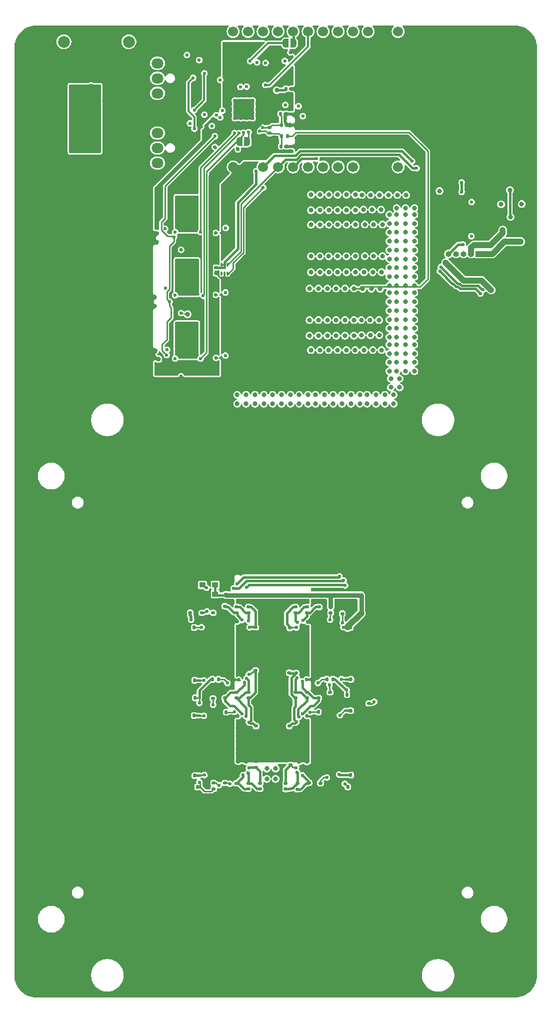
<source format=gbl>
G04 #@! TF.GenerationSoftware,KiCad,Pcbnew,9.0.1*
G04 #@! TF.CreationDate,2025-06-03T01:03:25-04:00*
G04 #@! TF.ProjectId,nerdqaxe++,6e657264-7161-4786-952b-2b2e6b696361,rev?*
G04 #@! TF.SameCoordinates,Original*
G04 #@! TF.FileFunction,Copper,L6,Bot*
G04 #@! TF.FilePolarity,Positive*
%FSLAX46Y46*%
G04 Gerber Fmt 4.6, Leading zero omitted, Abs format (unit mm)*
G04 Created by KiCad (PCBNEW 9.0.1) date 2025-06-03 01:03:25*
%MOMM*%
%LPD*%
G01*
G04 APERTURE LIST*
G04 Aperture macros list*
%AMRoundRect*
0 Rectangle with rounded corners*
0 $1 Rounding radius*
0 $2 $3 $4 $5 $6 $7 $8 $9 X,Y pos of 4 corners*
0 Add a 4 corners polygon primitive as box body*
4,1,4,$2,$3,$4,$5,$6,$7,$8,$9,$2,$3,0*
0 Add four circle primitives for the rounded corners*
1,1,$1+$1,$2,$3*
1,1,$1+$1,$4,$5*
1,1,$1+$1,$6,$7*
1,1,$1+$1,$8,$9*
0 Add four rect primitives between the rounded corners*
20,1,$1+$1,$2,$3,$4,$5,0*
20,1,$1+$1,$4,$5,$6,$7,0*
20,1,$1+$1,$6,$7,$8,$9,0*
20,1,$1+$1,$8,$9,$2,$3,0*%
%AMFreePoly0*
4,1,23,0.500000,-0.750000,0.000000,-0.750000,0.000000,-0.745722,-0.065263,-0.745722,-0.191342,-0.711940,-0.304381,-0.646677,-0.396677,-0.554381,-0.461940,-0.441342,-0.495722,-0.315263,-0.495722,-0.250000,-0.500000,-0.250000,-0.500000,0.250000,-0.495722,0.250000,-0.495722,0.315263,-0.461940,0.441342,-0.396677,0.554381,-0.304381,0.646677,-0.191342,0.711940,-0.065263,0.745722,0.000000,0.745722,
0.000000,0.750000,0.500000,0.750000,0.500000,-0.750000,0.500000,-0.750000,$1*%
%AMFreePoly1*
4,1,23,0.000000,0.745722,0.065263,0.745722,0.191342,0.711940,0.304381,0.646677,0.396677,0.554381,0.461940,0.441342,0.495722,0.315263,0.495722,0.250000,0.500000,0.250000,0.500000,-0.250000,0.495722,-0.250000,0.495722,-0.315263,0.461940,-0.441342,0.396677,-0.554381,0.304381,-0.646677,0.191342,-0.711940,0.065263,-0.745722,0.000000,-0.745722,0.000000,-0.750000,-0.500000,-0.750000,
-0.500000,0.750000,0.000000,0.750000,0.000000,0.745722,0.000000,0.745722,$1*%
G04 Aperture macros list end*
G04 #@! TA.AperFunction,ComponentPad*
%ADD10C,0.800000*%
G04 #@! TD*
G04 #@! TA.AperFunction,ComponentPad*
%ADD11C,6.400000*%
G04 #@! TD*
G04 #@! TA.AperFunction,HeatsinkPad*
%ADD12C,0.600000*%
G04 #@! TD*
G04 #@! TA.AperFunction,HeatsinkPad*
%ADD13R,3.500000X3.500000*%
G04 #@! TD*
G04 #@! TA.AperFunction,ComponentPad*
%ADD14C,1.700000*%
G04 #@! TD*
G04 #@! TA.AperFunction,ComponentPad*
%ADD15C,3.000000*%
G04 #@! TD*
G04 #@! TA.AperFunction,ComponentPad*
%ADD16C,2.000000*%
G04 #@! TD*
G04 #@! TA.AperFunction,ComponentPad*
%ADD17R,1.000000X1.000000*%
G04 #@! TD*
G04 #@! TA.AperFunction,ComponentPad*
%ADD18O,1.000000X1.000000*%
G04 #@! TD*
G04 #@! TA.AperFunction,ComponentPad*
%ADD19R,2.030000X1.730000*%
G04 #@! TD*
G04 #@! TA.AperFunction,ComponentPad*
%ADD20O,2.030000X1.730000*%
G04 #@! TD*
G04 #@! TA.AperFunction,SMDPad,CuDef*
%ADD21RoundRect,0.140000X-0.170000X0.140000X-0.170000X-0.140000X0.170000X-0.140000X0.170000X0.140000X0*%
G04 #@! TD*
G04 #@! TA.AperFunction,SMDPad,CuDef*
%ADD22RoundRect,0.140000X0.140000X0.170000X-0.140000X0.170000X-0.140000X-0.170000X0.140000X-0.170000X0*%
G04 #@! TD*
G04 #@! TA.AperFunction,SMDPad,CuDef*
%ADD23RoundRect,0.135000X-0.135000X-0.185000X0.135000X-0.185000X0.135000X0.185000X-0.135000X0.185000X0*%
G04 #@! TD*
G04 #@! TA.AperFunction,SMDPad,CuDef*
%ADD24RoundRect,0.225000X0.225000X0.250000X-0.225000X0.250000X-0.225000X-0.250000X0.225000X-0.250000X0*%
G04 #@! TD*
G04 #@! TA.AperFunction,SMDPad,CuDef*
%ADD25RoundRect,0.225000X-0.225000X-0.250000X0.225000X-0.250000X0.225000X0.250000X-0.225000X0.250000X0*%
G04 #@! TD*
G04 #@! TA.AperFunction,SMDPad,CuDef*
%ADD26RoundRect,0.135000X0.135000X0.185000X-0.135000X0.185000X-0.135000X-0.185000X0.135000X-0.185000X0*%
G04 #@! TD*
G04 #@! TA.AperFunction,SMDPad,CuDef*
%ADD27RoundRect,0.140000X0.170000X-0.140000X0.170000X0.140000X-0.170000X0.140000X-0.170000X-0.140000X0*%
G04 #@! TD*
G04 #@! TA.AperFunction,SMDPad,CuDef*
%ADD28RoundRect,0.135000X-0.185000X0.135000X-0.185000X-0.135000X0.185000X-0.135000X0.185000X0.135000X0*%
G04 #@! TD*
G04 #@! TA.AperFunction,SMDPad,CuDef*
%ADD29RoundRect,0.140000X-0.140000X-0.170000X0.140000X-0.170000X0.140000X0.170000X-0.140000X0.170000X0*%
G04 #@! TD*
G04 #@! TA.AperFunction,SMDPad,CuDef*
%ADD30RoundRect,0.135000X0.185000X-0.135000X0.185000X0.135000X-0.185000X0.135000X-0.185000X-0.135000X0*%
G04 #@! TD*
G04 #@! TA.AperFunction,SMDPad,CuDef*
%ADD31R,1.000000X0.900000*%
G04 #@! TD*
G04 #@! TA.AperFunction,SMDPad,CuDef*
%ADD32FreePoly0,0.000000*%
G04 #@! TD*
G04 #@! TA.AperFunction,SMDPad,CuDef*
%ADD33FreePoly1,0.000000*%
G04 #@! TD*
G04 #@! TA.AperFunction,SMDPad,CuDef*
%ADD34RoundRect,0.050000X0.100000X-0.285000X0.100000X0.285000X-0.100000X0.285000X-0.100000X-0.285000X0*%
G04 #@! TD*
G04 #@! TA.AperFunction,ViaPad*
%ADD35C,0.800000*%
G04 #@! TD*
G04 #@! TA.AperFunction,ViaPad*
%ADD36C,0.600000*%
G04 #@! TD*
G04 #@! TA.AperFunction,Conductor*
%ADD37C,0.254000*%
G04 #@! TD*
G04 #@! TA.AperFunction,Conductor*
%ADD38C,0.400000*%
G04 #@! TD*
G04 #@! TA.AperFunction,Conductor*
%ADD39C,0.800000*%
G04 #@! TD*
G04 #@! TA.AperFunction,Conductor*
%ADD40C,1.000000*%
G04 #@! TD*
G04 #@! TA.AperFunction,Conductor*
%ADD41C,0.508000*%
G04 #@! TD*
G04 #@! TA.AperFunction,Conductor*
%ADD42C,0.350000*%
G04 #@! TD*
G04 #@! TA.AperFunction,Conductor*
%ADD43C,0.300000*%
G04 #@! TD*
G04 #@! TA.AperFunction,Conductor*
%ADD44C,0.250000*%
G04 #@! TD*
G04 APERTURE END LIST*
D10*
X133600000Y-78000000D03*
X134302944Y-76302944D03*
X134302944Y-79697056D03*
X136000000Y-75600000D03*
D11*
X136000000Y-78000000D03*
D10*
X136000000Y-80400000D03*
X137697056Y-76302944D03*
X137697056Y-79697056D03*
X138400000Y-78000000D03*
D12*
X88593750Y-39937500D03*
X89593750Y-39937500D03*
X90593750Y-39937500D03*
X91593750Y-39937500D03*
X88593750Y-38937500D03*
X89593750Y-38937500D03*
X90593750Y-38937500D03*
X91593750Y-38937500D03*
D13*
X90093750Y-38437500D03*
D12*
X88593750Y-37937500D03*
X89593750Y-37937500D03*
X90593750Y-37937500D03*
X91593750Y-37937500D03*
X88593750Y-36937500D03*
X89593750Y-36937500D03*
X90593750Y-36937500D03*
X91593750Y-36937500D03*
D14*
X88310000Y-25250000D03*
X90850000Y-25250000D03*
X93390000Y-25250000D03*
X95930000Y-25250000D03*
X98470000Y-25250000D03*
X101010000Y-25250000D03*
X103550000Y-25250000D03*
X106090000Y-25250000D03*
X108630000Y-25250000D03*
X111170000Y-25250000D03*
X113710000Y-25250000D03*
X116250000Y-25250000D03*
X116250000Y-48170000D03*
X113710000Y-48170000D03*
X111170000Y-48170000D03*
X108630000Y-48170000D03*
X106090000Y-48170000D03*
X103550000Y-48170000D03*
X101010000Y-48170000D03*
X98470000Y-48170000D03*
X95930000Y-48170000D03*
X93390000Y-48170000D03*
X90850000Y-48170000D03*
X88310000Y-48170000D03*
D10*
X52600000Y-28000000D03*
X53302944Y-26302944D03*
X53302944Y-29697056D03*
X55000000Y-25600000D03*
D11*
X55000000Y-28000000D03*
D10*
X55000000Y-30400000D03*
X56697056Y-26302944D03*
X56697056Y-29697056D03*
X57400000Y-28000000D03*
D15*
X62650000Y-37000000D03*
X67650000Y-37000000D03*
D16*
X59650000Y-27000000D03*
X70650000Y-27000000D03*
D17*
X129875000Y-62900000D03*
D18*
X128605000Y-62900000D03*
X127335000Y-62900000D03*
X126065000Y-62900000D03*
X124795000Y-62900000D03*
X123525000Y-62900000D03*
D19*
X75500000Y-39900000D03*
D20*
X75500000Y-42440000D03*
X75500000Y-44980000D03*
X75500000Y-47520000D03*
D10*
X133600000Y-28000000D03*
X134302944Y-26302944D03*
X134302944Y-29697056D03*
X136000000Y-25600000D03*
D11*
X136000000Y-28000000D03*
D10*
X136000000Y-30400000D03*
X137697056Y-26302944D03*
X137697056Y-29697056D03*
X138400000Y-28000000D03*
D19*
X75500000Y-28100000D03*
D20*
X75500000Y-30640000D03*
X75500000Y-33180000D03*
X75500000Y-35720000D03*
D10*
X52600000Y-78000000D03*
X53302944Y-76302944D03*
X53302944Y-79697056D03*
X55000000Y-75600000D03*
D11*
X55000000Y-78000000D03*
D10*
X55000000Y-80400000D03*
X56697056Y-76302944D03*
X56697056Y-79697056D03*
X57400000Y-78000000D03*
X133600000Y-185000000D03*
X134302944Y-183302944D03*
X134302944Y-186697056D03*
X136000000Y-182600000D03*
D11*
X136000000Y-185000000D03*
D10*
X136000000Y-187400000D03*
X137697056Y-183302944D03*
X137697056Y-186697056D03*
X138400000Y-185000000D03*
X52600000Y-185000000D03*
X53302944Y-183302944D03*
X53302944Y-186697056D03*
X55000000Y-182600000D03*
D11*
X55000000Y-185000000D03*
D10*
X55000000Y-187400000D03*
X56697056Y-183302944D03*
X56697056Y-186697056D03*
X57400000Y-185000000D03*
D21*
X92180000Y-142810000D03*
X92180000Y-143770000D03*
D22*
X109180000Y-140200000D03*
X108220000Y-140200000D03*
D23*
X86100000Y-140460000D03*
X87120000Y-140460000D03*
D24*
X89365000Y-126880000D03*
X87815000Y-126880000D03*
D25*
X100605000Y-142450000D03*
X102155000Y-142450000D03*
D26*
X97497500Y-43000000D03*
X96477500Y-43000000D03*
D25*
X100625000Y-146950000D03*
X102175000Y-146950000D03*
D21*
X102860000Y-122660000D03*
X102860000Y-123620000D03*
D27*
X97190000Y-153480000D03*
X97190000Y-152520000D03*
D28*
X104720000Y-137090000D03*
X104720000Y-138110000D03*
D29*
X96320000Y-39200000D03*
X97280000Y-39200000D03*
D21*
X92855000Y-152490000D03*
X92855000Y-153450000D03*
D24*
X89375000Y-142380000D03*
X87825000Y-142380000D03*
D27*
X86890000Y-138075000D03*
X86890000Y-137115000D03*
D28*
X103100000Y-152480000D03*
X103100000Y-153500000D03*
D24*
X89325000Y-131350000D03*
X87775000Y-131350000D03*
D21*
X106790000Y-122820000D03*
X106790000Y-123780000D03*
D30*
X84900000Y-138120000D03*
X84900000Y-137100000D03*
D24*
X89375000Y-145350000D03*
X87825000Y-145350000D03*
D26*
X85810000Y-134900000D03*
X84790000Y-134900000D03*
D25*
X100625000Y-145450000D03*
X102175000Y-145450000D03*
D21*
X88870000Y-152490000D03*
X88870000Y-153450000D03*
D22*
X81720000Y-126120000D03*
X80760000Y-126120000D03*
D23*
X104160000Y-134890000D03*
X105180000Y-134890000D03*
D29*
X107600000Y-137500000D03*
X108560000Y-137500000D03*
D22*
X81880000Y-138030000D03*
X80920000Y-138030000D03*
D21*
X92200000Y-148820000D03*
X92200000Y-149780000D03*
D27*
X101150000Y-153380000D03*
X101150000Y-152420000D03*
D22*
X109180000Y-151100000D03*
X108220000Y-151100000D03*
D25*
X100625000Y-148420000D03*
X102175000Y-148420000D03*
D27*
X111300000Y-138980000D03*
X111300000Y-138020000D03*
X88890000Y-138075000D03*
X88890000Y-137115000D03*
D28*
X85010000Y-152450000D03*
X85010000Y-153470000D03*
D24*
X89375000Y-143850000D03*
X87825000Y-143850000D03*
D29*
X80820000Y-135070000D03*
X81780000Y-135070000D03*
D27*
X99175000Y-153495000D03*
X99175000Y-152535000D03*
D29*
X80720000Y-141020000D03*
X81680000Y-141020000D03*
D21*
X92100000Y-132420000D03*
X92100000Y-133380000D03*
X85400000Y-65220000D03*
X85400000Y-66180000D03*
D30*
X86920000Y-153480000D03*
X86920000Y-152460000D03*
D27*
X90887476Y-123618486D03*
X90887476Y-122658486D03*
D24*
X89365000Y-129850000D03*
X87815000Y-129850000D03*
D27*
X102770000Y-138050000D03*
X102770000Y-137090000D03*
X97980000Y-149370000D03*
X97980000Y-148410000D03*
X87100000Y-120480000D03*
X87100000Y-119520000D03*
D29*
X108170000Y-126130000D03*
X109130000Y-126130000D03*
D27*
X94500000Y-42480000D03*
X94500000Y-41520000D03*
X97800000Y-133780000D03*
X97800000Y-132820000D03*
D25*
X100625000Y-128300000D03*
X102175000Y-128300000D03*
D28*
X84927476Y-122618486D03*
X84927476Y-123638486D03*
D27*
X88887476Y-123618486D03*
X88887476Y-122658486D03*
D25*
X100625000Y-126800000D03*
X102175000Y-126800000D03*
D27*
X97820000Y-143770000D03*
X97820000Y-142810000D03*
D26*
X103780000Y-140420000D03*
X102760000Y-140420000D03*
D21*
X100850000Y-122660000D03*
X100850000Y-123620000D03*
D31*
X85275000Y-120475000D03*
X83125000Y-120475000D03*
X83125000Y-118925000D03*
X85275000Y-118925000D03*
D24*
X89365000Y-128350000D03*
X87815000Y-128350000D03*
D22*
X109180000Y-134900000D03*
X108220000Y-134900000D03*
D30*
X83007476Y-123638486D03*
X83007476Y-122618486D03*
D26*
X97497500Y-41100000D03*
X96477500Y-41100000D03*
D32*
X89390000Y-43890000D03*
D33*
X90690000Y-43890000D03*
D24*
X89325000Y-132850000D03*
X87775000Y-132850000D03*
D30*
X104820000Y-123660000D03*
X104820000Y-122640000D03*
D29*
X80820000Y-151200000D03*
X81780000Y-151200000D03*
D22*
X82260000Y-153130000D03*
X81300000Y-153130000D03*
X97380000Y-44700000D03*
X96420000Y-44700000D03*
X98180000Y-34970000D03*
X97220000Y-34970000D03*
D25*
X100625000Y-143950000D03*
X102175000Y-143950000D03*
X100605000Y-132770000D03*
X102155000Y-132770000D03*
D27*
X90890000Y-138075000D03*
X90890000Y-137115000D03*
D34*
X87368609Y-66200000D03*
X86868609Y-66200000D03*
X86368609Y-66200000D03*
X86368609Y-64720000D03*
X86868609Y-64720000D03*
X87368609Y-64720000D03*
D32*
X97200000Y-27250000D03*
D33*
X98500000Y-27250000D03*
D24*
X89375000Y-148350000D03*
X87825000Y-148350000D03*
D29*
X107720000Y-153100000D03*
X108680000Y-153100000D03*
D24*
X89375000Y-146850000D03*
X87825000Y-146850000D03*
D25*
X100625000Y-131300000D03*
X102175000Y-131300000D03*
D27*
X86887476Y-123480000D03*
X86887476Y-122520000D03*
D21*
X90870000Y-152490000D03*
X90870000Y-153450000D03*
D27*
X98830000Y-138060000D03*
X98830000Y-137100000D03*
X97900000Y-127180000D03*
X97900000Y-126220000D03*
D21*
X81030000Y-122660000D03*
X81030000Y-123620000D03*
X92100000Y-126120000D03*
X92100000Y-127080000D03*
X98890000Y-122660000D03*
X98890000Y-123620000D03*
D27*
X100800000Y-138050000D03*
X100800000Y-137090000D03*
D25*
X100625000Y-129800000D03*
X102175000Y-129800000D03*
D35*
X73950000Y-71750000D03*
X74450000Y-71000000D03*
X70100000Y-70250000D03*
X74950000Y-70250000D03*
X106600000Y-143200000D03*
X103250000Y-60750000D03*
X84400000Y-128500000D03*
X103700000Y-127200000D03*
X71950000Y-70250000D03*
X105750000Y-81500000D03*
X100750000Y-81500000D03*
X101750000Y-60000000D03*
X71950000Y-71750000D03*
X86260000Y-144460000D03*
X102900000Y-148800000D03*
X70000000Y-80500000D03*
D36*
X109530000Y-153100000D03*
X86680000Y-153180000D03*
D35*
X83400000Y-131500000D03*
X80580000Y-78810000D03*
X104700000Y-128500000D03*
X105600000Y-131500000D03*
X105600000Y-127200000D03*
X73800000Y-80450000D03*
X102000000Y-128500000D03*
D36*
X109210000Y-141110000D03*
D35*
X86260000Y-145360000D03*
X102250000Y-60750000D03*
X101250000Y-49900000D03*
X71450000Y-71000000D03*
X72300000Y-51000000D03*
X104250000Y-60750000D03*
X104700000Y-143200000D03*
X102900000Y-127200000D03*
D36*
X79090000Y-64320000D03*
D35*
X106600000Y-145300000D03*
X102750000Y-81500000D03*
X74700000Y-49975000D03*
X108250000Y-49900000D03*
X108250000Y-71500000D03*
X102000000Y-146600000D03*
D36*
X82040000Y-68120000D03*
D35*
X80590000Y-65620000D03*
D36*
X82050000Y-58700000D03*
D35*
X106750000Y-60000000D03*
X83360000Y-144460000D03*
X108750000Y-50750000D03*
X105250000Y-60750000D03*
X84360000Y-146660000D03*
X84360000Y-143160000D03*
X104700000Y-130600000D03*
X104750000Y-61500000D03*
X106600000Y-130600000D03*
X100750000Y-50750000D03*
X86260000Y-146660000D03*
X104750000Y-50750000D03*
X83360000Y-147460000D03*
X138800000Y-53000000D03*
D36*
X89177000Y-150949669D03*
D35*
X86260000Y-143160000D03*
X102900000Y-131500000D03*
X72350000Y-61000000D03*
X103750000Y-70750000D03*
X84400000Y-130700000D03*
X74300000Y-49175000D03*
D36*
X79090000Y-65620000D03*
X80100000Y-151200000D03*
D35*
X104700000Y-144500000D03*
X100750000Y-72250000D03*
X104700000Y-146600000D03*
X73350000Y-61000000D03*
X85260000Y-148760000D03*
X71350000Y-59500000D03*
X80580000Y-75010000D03*
X136220000Y-54300000D03*
X75100000Y-79300000D03*
D36*
X79480000Y-83610000D03*
X69400000Y-41600000D03*
D35*
X103700000Y-144500000D03*
X55475000Y-43100000D03*
D36*
X84870000Y-140480000D03*
X82000000Y-122190000D03*
D35*
X54542500Y-58800000D03*
X80590000Y-66920000D03*
X106600000Y-146600000D03*
X101750000Y-70750000D03*
X70000000Y-79300000D03*
X107750000Y-72250000D03*
X132462854Y-59111393D03*
X83360000Y-143160000D03*
X54542500Y-70250000D03*
X86260000Y-147470000D03*
X86260000Y-148760000D03*
X53542500Y-58800000D03*
X88050000Y-128500000D03*
X102000000Y-145300000D03*
X103700000Y-148800000D03*
X100750000Y-70750000D03*
X102900000Y-145300000D03*
X111750000Y-50750000D03*
X70950000Y-70250000D03*
X106600000Y-128500000D03*
X102250000Y-49900000D03*
X102000000Y-129300000D03*
D36*
X98000000Y-28800000D03*
D35*
X85300000Y-130700000D03*
X106600000Y-129300000D03*
D36*
X129820000Y-56820000D03*
D35*
X73900000Y-48400000D03*
D36*
X79090000Y-66870000D03*
X124100000Y-55100000D03*
D35*
X83400000Y-129400000D03*
X105600000Y-146600000D03*
D36*
X109107806Y-136523038D03*
D35*
X87060000Y-148760000D03*
X83400000Y-132800000D03*
X73800000Y-49975000D03*
X53800000Y-42925000D03*
X80590000Y-69420000D03*
X102000000Y-143200000D03*
X74350000Y-61000000D03*
X104250000Y-49900000D03*
D36*
X82030000Y-75010000D03*
D35*
X105600000Y-129300000D03*
X85260000Y-143160000D03*
X56300000Y-47100000D03*
X102900000Y-128500000D03*
X86300000Y-129400000D03*
D36*
X82050000Y-53600000D03*
D35*
X54542500Y-69250000D03*
X80580000Y-77610000D03*
X72800000Y-80450000D03*
X101750000Y-81500000D03*
X87950000Y-146660000D03*
X102900000Y-146600000D03*
D36*
X89250000Y-134970000D03*
X104720000Y-139320000D03*
D35*
X106750000Y-72250000D03*
X106600000Y-144500000D03*
X86300000Y-131500000D03*
D36*
X97143750Y-37700000D03*
D35*
X70850000Y-60250000D03*
X70400000Y-59500000D03*
D36*
X82040000Y-65620000D03*
D35*
X110250000Y-49900000D03*
X86300000Y-130700000D03*
D36*
X100900000Y-125200000D03*
X82957598Y-38638591D03*
D35*
X73400000Y-50900000D03*
X87060000Y-144460000D03*
X103750000Y-81500000D03*
X103700000Y-146600000D03*
X106600000Y-132800000D03*
D36*
X79560000Y-126150000D03*
D35*
X71800000Y-80450000D03*
X101250000Y-82250000D03*
X106250000Y-49900000D03*
X86300000Y-128500000D03*
D36*
X79080000Y-76310000D03*
D35*
X112750000Y-50750000D03*
X108750000Y-60000000D03*
D36*
X68600000Y-42300000D03*
D35*
X87060000Y-145360000D03*
X75650000Y-80700000D03*
X88050000Y-132800000D03*
X83400000Y-127200000D03*
X101250000Y-71500000D03*
X72950000Y-71750000D03*
D36*
X79080000Y-75010000D03*
D35*
X100750000Y-61500000D03*
X58500000Y-42350000D03*
X102750000Y-60000000D03*
X74900000Y-50900000D03*
D36*
X70200000Y-42300000D03*
D35*
X75300000Y-59450000D03*
X85260000Y-147460000D03*
D36*
X79238548Y-56150000D03*
D35*
X53542500Y-59800000D03*
X102750000Y-70750000D03*
X109750000Y-50750000D03*
X102900000Y-144500000D03*
X87950000Y-145360000D03*
X104700000Y-127200000D03*
X80590000Y-68120000D03*
D36*
X98500000Y-39400000D03*
X85200000Y-44812500D03*
D35*
X87950000Y-144460000D03*
X103700000Y-143200000D03*
X74350000Y-59500000D03*
X106600000Y-147500000D03*
D36*
X82040000Y-64320000D03*
X82030000Y-78810000D03*
D35*
X87060000Y-143160000D03*
X72850000Y-60250000D03*
X84360000Y-144460000D03*
X107250000Y-71500000D03*
X87060000Y-147460000D03*
X87950000Y-143160000D03*
D36*
X79238548Y-54900000D03*
D35*
X54725000Y-41950000D03*
X84360000Y-147460000D03*
D36*
X79238548Y-57441634D03*
D35*
X70950000Y-71750000D03*
X69700000Y-71000000D03*
D36*
X82030000Y-76310000D03*
D35*
X80600000Y-54900000D03*
X102000000Y-131500000D03*
D36*
X86200000Y-123400000D03*
D35*
X106750000Y-50750000D03*
D36*
X100830000Y-150860000D03*
D35*
X107750000Y-61500000D03*
D36*
X79490000Y-72920000D03*
D35*
X132550000Y-54290000D03*
X85260000Y-146660000D03*
X73850000Y-60250000D03*
X85300000Y-128500000D03*
X74800000Y-60200000D03*
X83360000Y-148760000D03*
X88050000Y-130700000D03*
D36*
X106870000Y-121600000D03*
D35*
X102900000Y-129300000D03*
X71000000Y-79300000D03*
D36*
X79500000Y-62200000D03*
D35*
X71850000Y-60250000D03*
D36*
X82030000Y-80110000D03*
D35*
X108250000Y-60750000D03*
X102750000Y-61500000D03*
X107750000Y-50750000D03*
X107250000Y-60750000D03*
X72400000Y-49200000D03*
X111250000Y-49900000D03*
X88050000Y-131500000D03*
X80580000Y-73110000D03*
X103700000Y-132800000D03*
D36*
X82050000Y-57400000D03*
D35*
X108750000Y-72250000D03*
D36*
X79080000Y-78851634D03*
D35*
X109250000Y-49900000D03*
X107750000Y-60000000D03*
X104750000Y-70750000D03*
D36*
X82030000Y-77610000D03*
X98400000Y-44700000D03*
D35*
X104750000Y-72250000D03*
X72900000Y-49975000D03*
X54950000Y-49325000D03*
X103700000Y-131500000D03*
X72000000Y-50000000D03*
X70900000Y-80500000D03*
X102000000Y-127200000D03*
X101250000Y-60750000D03*
X87100000Y-128500000D03*
X106250000Y-71500000D03*
D36*
X110250000Y-126030000D03*
D35*
X84400000Y-131500000D03*
X104250000Y-71500000D03*
X87100000Y-127200000D03*
X97900000Y-41100000D03*
X85300000Y-132800000D03*
X87950000Y-147460000D03*
X53542500Y-70250000D03*
X103700000Y-147500000D03*
X80580000Y-76310000D03*
D36*
X89049360Y-125100000D03*
D35*
X87950000Y-148760000D03*
X80600000Y-58700000D03*
X101750000Y-61500000D03*
X54925000Y-47775000D03*
D36*
X85987500Y-31200000D03*
D35*
X100750000Y-60000000D03*
X110750000Y-50750000D03*
X105750000Y-72250000D03*
X75300000Y-49175000D03*
X112250000Y-49900000D03*
X72450000Y-71000000D03*
X105750000Y-60000000D03*
X108750000Y-61500000D03*
D36*
X110410469Y-137975585D03*
D35*
X53542500Y-60800000D03*
X106750000Y-81500000D03*
X87100000Y-129400000D03*
X72070000Y-79300000D03*
X105250000Y-49900000D03*
X87100000Y-130700000D03*
X80600000Y-53600000D03*
X102750000Y-50750000D03*
X101750000Y-50750000D03*
D36*
X79238548Y-53600000D03*
X80090000Y-153210000D03*
D35*
X102000000Y-130600000D03*
D36*
X82237500Y-37050000D03*
D35*
X84360000Y-145360000D03*
X85260000Y-145360000D03*
X105600000Y-143200000D03*
D36*
X84000000Y-122190000D03*
D35*
X72950000Y-70250000D03*
X107250000Y-82250000D03*
X107750000Y-81500000D03*
X102250000Y-71500000D03*
X73350000Y-59500000D03*
X80600000Y-56200000D03*
D36*
X82040000Y-66920000D03*
D35*
X108750000Y-81500000D03*
X75300000Y-60950000D03*
D36*
X89100000Y-45212500D03*
X85400000Y-80500000D03*
D35*
X108250000Y-82250000D03*
X85300000Y-127200000D03*
X53542500Y-69250000D03*
X103700000Y-129300000D03*
X105600000Y-147500000D03*
X103250000Y-71500000D03*
X103250000Y-49900000D03*
X103700000Y-128500000D03*
X103750000Y-60000000D03*
X74800000Y-80450000D03*
X53542500Y-68250000D03*
X72800000Y-48400000D03*
D36*
X97143750Y-40000000D03*
D35*
X102900000Y-147500000D03*
X73300000Y-49175000D03*
X70100000Y-71750000D03*
X87100000Y-131500000D03*
X104750000Y-81500000D03*
X86300000Y-132800000D03*
X106600000Y-148800000D03*
X106600000Y-127200000D03*
X104700000Y-131500000D03*
D36*
X79900000Y-141100000D03*
D35*
X83360000Y-146660000D03*
X54300000Y-48600000D03*
X106600000Y-131500000D03*
X85300000Y-129400000D03*
X54542500Y-68250000D03*
X106750000Y-61500000D03*
D36*
X102270000Y-124810000D03*
X110020000Y-134950000D03*
D35*
X103750000Y-72250000D03*
D36*
X82400000Y-120700000D03*
X85350000Y-59350000D03*
D35*
X73570000Y-79300000D03*
X74950000Y-71750000D03*
X84360000Y-148760000D03*
X102000000Y-147500000D03*
X104750000Y-60000000D03*
X105600000Y-145300000D03*
D36*
X109910000Y-151090000D03*
D35*
X104700000Y-147500000D03*
X102900000Y-132800000D03*
D36*
X89600000Y-26400000D03*
X79137971Y-69380983D03*
D35*
X84400000Y-129400000D03*
X56450000Y-41275000D03*
D36*
X100760792Y-134915739D03*
D35*
X80600000Y-80100000D03*
D36*
X126000000Y-55100000D03*
X85350000Y-69823750D03*
D35*
X104250000Y-82250000D03*
X107750000Y-70750000D03*
X105250000Y-82250000D03*
X73950000Y-70250000D03*
D36*
X100850000Y-141120000D03*
D35*
X84400000Y-127200000D03*
D36*
X79940000Y-135060000D03*
X80187500Y-40700000D03*
X82887500Y-41375000D03*
D35*
X102750000Y-72250000D03*
D36*
X79920000Y-138060000D03*
D35*
X104700000Y-132800000D03*
X80590000Y-64320000D03*
X105600000Y-128500000D03*
X135900000Y-59200000D03*
X102000000Y-144500000D03*
D36*
X82050000Y-56200000D03*
X82040000Y-69420000D03*
D35*
X54542500Y-59800000D03*
X106250000Y-82250000D03*
X88050000Y-127200000D03*
X101750000Y-72250000D03*
X83400000Y-128500000D03*
D36*
X89100000Y-141160000D03*
D35*
X102900000Y-143200000D03*
X70550000Y-71000000D03*
X88050000Y-129400000D03*
D36*
X69400000Y-42300000D03*
D35*
X102000000Y-132800000D03*
X103700000Y-130600000D03*
X104700000Y-145300000D03*
X102250000Y-82250000D03*
D36*
X70200000Y-41600000D03*
X79090000Y-68161634D03*
D35*
X54542500Y-60800000D03*
X106250000Y-60750000D03*
X70400000Y-61050000D03*
X85260000Y-144460000D03*
X105600000Y-148800000D03*
D36*
X85787500Y-32575000D03*
D35*
X105750000Y-70750000D03*
X103250000Y-82250000D03*
X105750000Y-50750000D03*
X105250000Y-71500000D03*
X84400000Y-132800000D03*
D36*
X68600000Y-41600000D03*
D35*
X104700000Y-129300000D03*
X83360000Y-145360000D03*
X102900000Y-130600000D03*
X83400000Y-130700000D03*
X54650000Y-40300000D03*
X73450000Y-71000000D03*
D36*
X102130000Y-153965000D03*
D35*
X72350000Y-59500000D03*
X86300000Y-127200000D03*
X56250000Y-45250000D03*
X103750000Y-50750000D03*
D36*
X79147971Y-58660983D03*
D35*
X71350000Y-61000000D03*
X85300000Y-131500000D03*
X108750000Y-70750000D03*
X87100000Y-132800000D03*
X102000000Y-148800000D03*
X87060000Y-146660000D03*
X104700000Y-148800000D03*
X103700000Y-145300000D03*
X105600000Y-132800000D03*
X107250000Y-49900000D03*
X105750000Y-61500000D03*
X80600000Y-57400000D03*
X105600000Y-144500000D03*
D36*
X82050000Y-54900000D03*
D35*
X105600000Y-130600000D03*
D36*
X85910000Y-136697500D03*
D35*
X103750000Y-61500000D03*
D36*
X79080000Y-77560000D03*
D35*
X106750000Y-70750000D03*
D36*
X82598000Y-138900000D03*
X128640000Y-59920000D03*
X109950000Y-120650000D03*
X107210000Y-152590000D03*
X106970000Y-126100000D03*
X82598000Y-152315000D03*
X82970000Y-126100000D03*
X107532000Y-136720000D03*
D35*
X136989404Y-60819178D03*
D36*
X83440564Y-39338053D03*
X86980000Y-80110000D03*
X97050000Y-30250000D03*
X87050000Y-58500000D03*
X86990000Y-69420000D03*
X81794000Y-135040000D03*
X83350000Y-135100000D03*
X81794000Y-141010000D03*
X106250000Y-151030000D03*
X83360000Y-141060000D03*
X108240000Y-140210000D03*
X83430000Y-151080000D03*
X106380000Y-140980000D03*
X108210000Y-151080000D03*
X81200000Y-124800000D03*
D35*
X133956879Y-58902402D03*
D36*
X106835850Y-125314307D03*
X81794000Y-151200000D03*
X108270000Y-134920000D03*
X106619081Y-134865919D03*
X80487500Y-29237500D03*
X92380000Y-30500000D03*
X86087500Y-33475000D03*
X93810000Y-30590000D03*
X112200000Y-138700000D03*
X124300000Y-64400000D03*
X82562500Y-30125000D03*
X132000000Y-69000000D03*
D35*
X133676315Y-54500000D03*
D36*
X90932487Y-42309960D03*
D35*
X137176315Y-54456089D03*
D36*
X92200000Y-48900000D03*
X80987500Y-40800000D03*
D35*
X123250000Y-52250000D03*
D36*
X128690000Y-54130000D03*
D35*
X64250000Y-44500000D03*
X63250000Y-45250000D03*
X63250000Y-42250000D03*
X63250000Y-34850000D03*
X62250000Y-44750000D03*
X65250000Y-37000000D03*
X64250000Y-34500000D03*
X63250000Y-44250000D03*
X65250000Y-45000000D03*
X65250000Y-39000000D03*
X64250000Y-42500000D03*
X63250000Y-39250000D03*
X65250000Y-36000000D03*
X63250000Y-43250000D03*
X62250000Y-43750000D03*
X61250000Y-43250000D03*
X64250000Y-35500000D03*
X65250000Y-43000000D03*
X63250000Y-40250000D03*
X61250000Y-39250000D03*
X65250000Y-38000000D03*
X63250000Y-41250000D03*
X64250000Y-38500000D03*
X65250000Y-42000000D03*
X61250000Y-40250000D03*
X65250000Y-35000000D03*
X61250000Y-44250000D03*
X62250000Y-41750000D03*
X65250000Y-44000000D03*
X64250000Y-40500000D03*
X64250000Y-39500000D03*
X62250000Y-39750000D03*
X64250000Y-41500000D03*
X65250000Y-40000000D03*
X61250000Y-42250000D03*
X62250000Y-40750000D03*
X61250000Y-41250000D03*
X62250000Y-42750000D03*
X65250000Y-41000000D03*
X64250000Y-43500000D03*
D36*
X100100000Y-39600000D03*
X89522266Y-34623103D03*
X119355331Y-48394669D03*
X130578248Y-68921752D03*
X123500000Y-65100000D03*
X123311621Y-65830860D03*
X93400000Y-51700000D03*
X130190379Y-69609618D03*
X99380331Y-37919669D03*
X118600000Y-47200000D03*
X90593750Y-34600000D03*
X91882487Y-45488737D03*
X83755000Y-80881850D03*
X84519850Y-69020000D03*
X84500000Y-58300000D03*
X84800000Y-40100000D03*
X97000000Y-45600000D03*
X94600000Y-39975000D03*
X78300000Y-60020000D03*
X77055469Y-80014563D03*
X85199995Y-43000005D03*
X77540000Y-71000000D03*
X78488548Y-59197327D03*
X86120396Y-39809098D03*
X82800000Y-59200000D03*
X88546383Y-42425868D03*
X89317851Y-42457374D03*
X83244160Y-69987337D03*
X78478548Y-69917327D03*
X85450000Y-39410662D03*
X93745750Y-34300000D03*
X84700000Y-41241726D03*
X76890000Y-68670000D03*
X76771000Y-58655000D03*
X77119165Y-79120835D03*
D35*
X95696000Y-35200000D03*
D36*
X91175000Y-30275000D03*
D35*
X135176315Y-52100000D03*
X135267980Y-56636190D03*
D36*
X83437500Y-32350000D03*
X81737500Y-38550000D03*
X81537500Y-33100000D03*
X81737500Y-41700000D03*
X91080000Y-126120000D03*
X98966214Y-149854421D03*
X90939995Y-124999995D03*
X99158378Y-150682417D03*
X89812791Y-124855485D03*
X100034655Y-151159884D03*
X90193079Y-135404786D03*
X89800000Y-140730000D03*
X100060000Y-135250000D03*
X100050000Y-140730000D03*
X90579469Y-134761975D03*
X90520000Y-141190000D03*
X99469798Y-141238000D03*
X99100000Y-134649998D03*
X90980000Y-142180000D03*
X90980000Y-134050000D03*
X98997377Y-133816215D03*
X99030000Y-142130000D03*
X100140000Y-124943182D03*
X99198981Y-125293322D03*
X99010000Y-126140000D03*
X87350000Y-135540000D03*
X102670000Y-135540000D03*
X104720000Y-124800000D03*
X85909950Y-152820101D03*
X89960000Y-151080000D03*
X90803583Y-150705312D03*
X90980000Y-149930000D03*
X84910000Y-139200000D03*
X83865974Y-123433718D03*
X101340000Y-140480000D03*
X104620000Y-135880000D03*
X87750000Y-152590000D03*
X88506000Y-140400000D03*
X104160000Y-151530000D03*
X92732487Y-42146400D03*
X93295842Y-41509898D03*
X90100000Y-42400000D03*
X82780000Y-80610000D03*
X78468548Y-80607327D03*
X86475263Y-38661752D03*
D35*
X89160000Y-143160000D03*
X117500000Y-59250000D03*
X116000000Y-60750000D03*
X92500000Y-145250000D03*
X101500000Y-57950000D03*
X89160000Y-146660000D03*
X119000000Y-78250000D03*
X113450000Y-66000000D03*
X101500000Y-52875000D03*
X109000000Y-57950000D03*
X99500000Y-86750000D03*
X89160000Y-148760000D03*
X113200000Y-68800000D03*
X106000000Y-55500000D03*
X94000000Y-135250000D03*
X117500000Y-81250000D03*
X114750000Y-59250000D03*
X97250000Y-127000000D03*
X113100000Y-52925000D03*
X94000000Y-138750000D03*
X119000000Y-81250000D03*
X116000000Y-56250000D03*
X108750000Y-76750000D03*
X95500000Y-130250000D03*
X94000000Y-151750000D03*
X106750000Y-86750000D03*
X107500000Y-55500000D03*
X103000000Y-57950000D03*
X115000000Y-85500000D03*
X94000000Y-143500000D03*
X90460000Y-146660000D03*
X116000000Y-74000000D03*
X114750000Y-79750000D03*
X106000000Y-66000000D03*
X89200000Y-131500000D03*
X119000000Y-57750000D03*
X92500000Y-132000000D03*
X99500000Y-146600000D03*
X102990000Y-63300000D03*
X100800000Y-127200000D03*
X116000000Y-57750000D03*
X116000000Y-68250000D03*
X93500000Y-88250000D03*
X116000000Y-81250000D03*
X100800000Y-145300000D03*
X103000000Y-52875000D03*
X117600000Y-52925000D03*
X101250000Y-74100000D03*
X92500000Y-138750000D03*
X117500000Y-66750000D03*
X90500000Y-127200000D03*
X90500000Y-128500000D03*
X90460000Y-148760000D03*
X89200000Y-127200000D03*
X113600000Y-63275000D03*
X109000000Y-55500000D03*
X99500000Y-88250000D03*
X110100000Y-52925000D03*
X115000000Y-84000000D03*
X112500000Y-88250000D03*
X108750000Y-68750000D03*
X99500000Y-130600000D03*
X94000000Y-132000000D03*
X117500000Y-60750000D03*
X116000000Y-75500000D03*
X95500000Y-132000000D03*
X117500000Y-71000000D03*
X99500000Y-144500000D03*
X114750000Y-82750000D03*
X114750000Y-68250000D03*
X92000000Y-86750000D03*
X97250000Y-138750000D03*
X94000000Y-133750000D03*
X99500000Y-145300000D03*
X102980000Y-79175000D03*
X105990000Y-63300000D03*
X95500000Y-143500000D03*
X100800000Y-132800000D03*
X99500000Y-148800000D03*
X114750000Y-60750000D03*
X100800000Y-129300000D03*
X114750000Y-74000000D03*
X92000000Y-88250000D03*
X107490000Y-63300000D03*
X89200000Y-128500000D03*
X94000000Y-150000000D03*
X99500000Y-143200000D03*
X100800000Y-148800000D03*
X94000000Y-128500000D03*
X111550000Y-76650000D03*
X117500000Y-56250000D03*
X95500000Y-135250000D03*
X97250000Y-128500000D03*
X110050000Y-76650000D03*
X108990000Y-63300000D03*
X111500000Y-74100000D03*
X90500000Y-132800000D03*
X94000000Y-140250000D03*
X116100000Y-52925000D03*
X112100000Y-57925000D03*
X116000000Y-55150000D03*
X99500000Y-127200000D03*
X100800000Y-143200000D03*
X104500000Y-55500000D03*
X103000000Y-66000000D03*
X110450000Y-66000000D03*
X101500000Y-66000000D03*
X92500000Y-146750000D03*
X114750000Y-66750000D03*
X97250000Y-148250000D03*
X99500000Y-132800000D03*
X104500000Y-57950000D03*
X103750000Y-88250000D03*
X106750000Y-88250000D03*
X116000000Y-66750000D03*
X119000000Y-65250000D03*
X119000000Y-59250000D03*
X110600000Y-63275000D03*
X89200000Y-129400000D03*
X117500000Y-57750000D03*
X100800000Y-144500000D03*
X114750000Y-57750000D03*
X116500000Y-84000000D03*
X119000000Y-69500000D03*
X114750000Y-77000000D03*
X99500000Y-128500000D03*
X115500000Y-88250000D03*
X117500000Y-75500000D03*
X95500000Y-146750000D03*
X116000000Y-77000000D03*
X106000000Y-52875000D03*
X107250000Y-76750000D03*
X112500000Y-86750000D03*
X117500000Y-78250000D03*
X101490000Y-63300000D03*
X114750000Y-81250000D03*
X114750000Y-71000000D03*
X90460000Y-145360000D03*
X89160000Y-147460000D03*
X111850000Y-55400000D03*
X104490000Y-63300000D03*
X110450000Y-79175000D03*
X114750000Y-78250000D03*
X119000000Y-68250000D03*
X97250000Y-145250000D03*
X95500000Y-133750000D03*
X119000000Y-71000000D03*
X90500000Y-129400000D03*
X108250000Y-88250000D03*
X119000000Y-55150000D03*
X108250000Y-86750000D03*
X95500000Y-140250000D03*
X111700000Y-68800000D03*
X93500000Y-86750000D03*
X104500000Y-66000000D03*
X117500000Y-77000000D03*
X109000000Y-52875000D03*
X107250000Y-74100000D03*
X98000000Y-88250000D03*
X94000000Y-145250000D03*
X96500000Y-88250000D03*
X105750000Y-68750000D03*
X116000000Y-78250000D03*
X89200000Y-130700000D03*
X99500000Y-131500000D03*
X117500000Y-69500000D03*
X117500000Y-63750000D03*
X104480000Y-79175000D03*
X100800000Y-131500000D03*
X95500000Y-151750000D03*
X119000000Y-62250000D03*
X117500000Y-79750000D03*
X95500000Y-127000000D03*
X90500000Y-130700000D03*
X101480000Y-79175000D03*
X90460000Y-147460000D03*
X116000000Y-63750000D03*
X107480000Y-79175000D03*
X101250000Y-68750000D03*
X92500000Y-141750000D03*
X102250000Y-86750000D03*
X95500000Y-145250000D03*
X95000000Y-88250000D03*
X98000000Y-86750000D03*
X94000000Y-148250000D03*
X119000000Y-82750000D03*
X105250000Y-86750000D03*
X105750000Y-76750000D03*
X92500000Y-127000000D03*
X119000000Y-72500000D03*
X112100000Y-63275000D03*
X114750000Y-65250000D03*
X109750000Y-88250000D03*
X119000000Y-63750000D03*
X107500000Y-52875000D03*
X95000000Y-86750000D03*
X107250000Y-68750000D03*
X108750000Y-74100000D03*
X89160000Y-145360000D03*
X99500000Y-147500000D03*
X114750000Y-69500000D03*
X95500000Y-150000000D03*
X105250000Y-88250000D03*
X117500000Y-55150000D03*
X99500000Y-129300000D03*
X108980000Y-79175000D03*
X113350000Y-55400000D03*
X110350000Y-55400000D03*
X113600000Y-57925000D03*
X95500000Y-128500000D03*
X117500000Y-82750000D03*
X117500000Y-68250000D03*
X116000000Y-69500000D03*
X94000000Y-130250000D03*
X117500000Y-74000000D03*
X116000000Y-79750000D03*
X90500000Y-88250000D03*
X95500000Y-141750000D03*
X116000000Y-72500000D03*
X119000000Y-60750000D03*
X105750000Y-74100000D03*
X114750000Y-62250000D03*
X113050000Y-76650000D03*
X119000000Y-56250000D03*
X100800000Y-130600000D03*
X92500000Y-140250000D03*
X119000000Y-79750000D03*
X104250000Y-76750000D03*
X89000000Y-88250000D03*
X111000000Y-88250000D03*
X100800000Y-128500000D03*
X115500000Y-86750000D03*
X92500000Y-128500000D03*
X90460000Y-143160000D03*
X102250000Y-88250000D03*
X114750000Y-56250000D03*
X94000000Y-141750000D03*
X101250000Y-76750000D03*
X109000000Y-66000000D03*
X111950000Y-79175000D03*
X89160000Y-144460000D03*
X92500000Y-130250000D03*
X116000000Y-82750000D03*
X110200000Y-68800000D03*
X117500000Y-62250000D03*
X109750000Y-86750000D03*
X104250000Y-68750000D03*
X119000000Y-66750000D03*
X119000000Y-74000000D03*
X102750000Y-68750000D03*
X95500000Y-148250000D03*
X90460000Y-144460000D03*
X90500000Y-86750000D03*
X113450000Y-79175000D03*
X101000000Y-86750000D03*
X116000000Y-59250000D03*
X104250000Y-74100000D03*
X114000000Y-86750000D03*
X90500000Y-131500000D03*
X114750000Y-75500000D03*
X102750000Y-76750000D03*
X100800000Y-146600000D03*
X97250000Y-140250000D03*
X114600000Y-52925000D03*
X89200000Y-132800000D03*
X114750000Y-63750000D03*
X106000000Y-57950000D03*
X97250000Y-132000000D03*
X94000000Y-127000000D03*
X114000000Y-88250000D03*
X110000000Y-74100000D03*
X116000000Y-62250000D03*
X92500000Y-148250000D03*
X101500000Y-55500000D03*
X117500000Y-72500000D03*
X117500000Y-65250000D03*
X107500000Y-57950000D03*
X103750000Y-86750000D03*
X89000000Y-86750000D03*
X103000000Y-55500000D03*
X95500000Y-138750000D03*
X97250000Y-135250000D03*
X116000000Y-71000000D03*
X116000000Y-65250000D03*
X97250000Y-130250000D03*
X107500000Y-66000000D03*
X111600000Y-52925000D03*
X111000000Y-86750000D03*
X101000000Y-88250000D03*
X102750000Y-74100000D03*
X119000000Y-77000000D03*
X116500000Y-85500000D03*
X119000000Y-75500000D03*
X97250000Y-146750000D03*
X113000000Y-74100000D03*
X97250000Y-141750000D03*
X96500000Y-86750000D03*
X94000000Y-137000000D03*
X110600000Y-57925000D03*
X94000000Y-146750000D03*
X105980000Y-79175000D03*
X104500000Y-52875000D03*
X100800000Y-147500000D03*
X97250000Y-137000000D03*
X95500000Y-137000000D03*
X114750000Y-72500000D03*
X111950000Y-66000000D03*
D36*
X107258091Y-118995064D03*
X90600000Y-119300000D03*
X127200000Y-61300000D03*
X89000000Y-118700000D03*
X106300000Y-117500000D03*
X107015486Y-118180418D03*
X88400000Y-119500000D03*
X84927476Y-123638486D03*
X83800000Y-119400000D03*
X127000006Y-50800000D03*
X127000006Y-52400000D03*
X102400000Y-46800000D03*
D37*
X86033000Y-66813000D02*
X85400000Y-66180000D01*
D38*
X82981490Y-122190000D02*
X81500000Y-122190000D01*
X104182500Y-140420000D02*
X103780000Y-140420000D01*
X86887476Y-123480000D02*
X86748990Y-123618486D01*
X80830000Y-151140000D02*
X80160000Y-151140000D01*
X97675000Y-44700000D02*
X98400000Y-44700000D01*
D37*
X83125000Y-120475000D02*
X82625000Y-120475000D01*
X111300000Y-138020000D02*
X110454884Y-138020000D01*
D38*
X86957500Y-153920000D02*
X86920000Y-153882500D01*
X86890000Y-136750000D02*
X86890000Y-137115000D01*
X101150000Y-153380000D02*
X101150000Y-153495000D01*
X109970000Y-134900000D02*
X110020000Y-134950000D01*
X86418486Y-123618486D02*
X86200000Y-123400000D01*
D37*
X86868609Y-66200000D02*
X86868609Y-66550248D01*
D38*
X106790000Y-121680000D02*
X106870000Y-121600000D01*
X109220000Y-134900000D02*
X109970000Y-134900000D01*
X109510000Y-153120000D02*
X109530000Y-153100000D01*
X101150000Y-153495000D02*
X101620000Y-153965000D01*
X97280000Y-39200000D02*
X98300000Y-39200000D01*
X86748990Y-123618486D02*
X86418486Y-123618486D01*
X84558990Y-122250000D02*
X84927476Y-122618486D01*
X109030000Y-136600844D02*
X109107806Y-136523038D01*
X109160000Y-151110000D02*
X109890000Y-151110000D01*
X109030000Y-137030000D02*
X109030000Y-136600844D01*
X80760000Y-135070000D02*
X79950000Y-135070000D01*
D37*
X102860000Y-123620000D02*
X102860000Y-124220000D01*
X110454884Y-138020000D02*
X110410469Y-137975585D01*
D38*
X80760000Y-126120000D02*
X79590000Y-126120000D01*
X88400000Y-153920000D02*
X86957500Y-153920000D01*
X109190000Y-140190000D02*
X109190000Y-141090000D01*
X84440000Y-122190000D02*
X84500000Y-122250000D01*
X79950000Y-135070000D02*
X79940000Y-135060000D01*
X104720000Y-139882500D02*
X104182500Y-140420000D01*
X79590000Y-126120000D02*
X79560000Y-126150000D01*
D37*
X86868609Y-66550248D02*
X86605857Y-66813000D01*
D38*
X88870000Y-153450000D02*
X88400000Y-153920000D01*
X83007476Y-122618486D02*
X83007476Y-122215986D01*
X109190000Y-141090000D02*
X109210000Y-141110000D01*
X80690000Y-138030000D02*
X79950000Y-138030000D01*
X83007476Y-122215986D02*
X82981490Y-122190000D01*
X81500000Y-122190000D02*
X84440000Y-122190000D01*
X79980000Y-141020000D02*
X79900000Y-141100000D01*
X106790000Y-122690000D02*
X106790000Y-121680000D01*
D37*
X86605857Y-66813000D02*
X86033000Y-66813000D01*
D38*
X84890000Y-140460000D02*
X84870000Y-140480000D01*
X84900000Y-137100000D02*
X85302500Y-136697500D01*
X86100000Y-140460000D02*
X84890000Y-140460000D01*
X80170000Y-153130000D02*
X80090000Y-153210000D01*
X86920000Y-153882500D02*
X86920000Y-153420000D01*
X80160000Y-151140000D02*
X80100000Y-151200000D01*
X81500000Y-122190000D02*
X81030000Y-122660000D01*
X86920000Y-153420000D02*
X86680000Y-153180000D01*
X101620000Y-153965000D02*
X102635000Y-153965000D01*
X81300000Y-153130000D02*
X80170000Y-153130000D01*
X109130000Y-126130000D02*
X110150000Y-126130000D01*
X84500000Y-122250000D02*
X84558990Y-122250000D01*
X109890000Y-151110000D02*
X109910000Y-151090000D01*
X80700000Y-141020000D02*
X79980000Y-141020000D01*
X85302500Y-136697500D02*
X86837500Y-136697500D01*
D37*
X82625000Y-120475000D02*
X82400000Y-120700000D01*
D38*
X79950000Y-138030000D02*
X79920000Y-138060000D01*
X86837500Y-136697500D02*
X86890000Y-136750000D01*
X102635000Y-153965000D02*
X103100000Y-153500000D01*
X108560000Y-137500000D02*
X109030000Y-137030000D01*
X110150000Y-126130000D02*
X110250000Y-126030000D01*
X104720000Y-138110000D02*
X104720000Y-139882500D01*
X98300000Y-39200000D02*
X98500000Y-39400000D01*
X108820000Y-153120000D02*
X109510000Y-153120000D01*
D37*
X102860000Y-124220000D02*
X102270000Y-124810000D01*
D39*
X105000000Y-120650000D02*
X109950000Y-120650000D01*
D38*
X84790000Y-134900000D02*
X84477500Y-134900000D01*
D40*
X107700000Y-126025280D02*
X107700000Y-126130000D01*
X134274980Y-60819178D02*
X132194158Y-62900000D01*
D37*
X82730000Y-153130000D02*
X82730000Y-152447000D01*
D38*
X85275000Y-120475000D02*
X85275000Y-118925000D01*
D37*
X82590000Y-138892000D02*
X82598000Y-138900000D01*
D39*
X110000000Y-120700000D02*
X110000000Y-123725280D01*
D37*
X85010000Y-153470000D02*
X84607500Y-153872500D01*
X82460000Y-138030000D02*
X82590000Y-137900000D01*
D38*
X85450000Y-120650000D02*
X85275000Y-120475000D01*
D41*
X107000000Y-126130000D02*
X106970000Y-126100000D01*
D40*
X132194158Y-62900000D02*
X129875000Y-62900000D01*
D38*
X82730000Y-153130000D02*
X82260000Y-153130000D01*
D37*
X82210000Y-126100000D02*
X82190000Y-126120000D01*
D39*
X87100000Y-120650000D02*
X105000000Y-120650000D01*
D38*
X87100000Y-120650000D02*
X85450000Y-120650000D01*
D37*
X107532000Y-137098000D02*
X107532000Y-136720000D01*
X84607500Y-153872500D02*
X83472500Y-153872500D01*
D39*
X104820000Y-122640000D02*
X104820000Y-120830000D01*
D37*
X82590000Y-138030000D02*
X82590000Y-138892000D01*
X107600000Y-137500000D02*
X107600000Y-137166000D01*
D40*
X110000000Y-123725280D02*
X107700000Y-126025280D01*
D38*
X107412500Y-136720000D02*
X107532000Y-136720000D01*
D37*
X107600000Y-137166000D02*
X107532000Y-137098000D01*
D41*
X107700000Y-126130000D02*
X107000000Y-126130000D01*
D38*
X82590000Y-136787500D02*
X82590000Y-137900000D01*
D37*
X82190000Y-126120000D02*
X81720000Y-126120000D01*
D38*
X128640000Y-59900000D02*
X128640000Y-59920000D01*
D37*
X82730000Y-152447000D02*
X82598000Y-152315000D01*
X82970000Y-126100000D02*
X82210000Y-126100000D01*
D40*
X136989404Y-60819178D02*
X134274980Y-60819178D01*
D37*
X83472500Y-153872500D02*
X82730000Y-153130000D01*
X81880000Y-138030000D02*
X82460000Y-138030000D01*
D39*
X109950000Y-120650000D02*
X110000000Y-120700000D01*
D38*
X84477500Y-134900000D02*
X82590000Y-136787500D01*
D39*
X104820000Y-120830000D02*
X105000000Y-120650000D01*
D38*
X105582500Y-134890000D02*
X107412500Y-136720000D01*
X82590000Y-137900000D02*
X82590000Y-138030000D01*
D37*
X107210000Y-152590000D02*
X107720000Y-153100000D01*
D38*
X105180000Y-134890000D02*
X105582500Y-134890000D01*
D41*
X107940000Y-125890000D02*
X107700000Y-126130000D01*
D37*
X83360000Y-141060000D02*
X82640000Y-141060000D01*
D38*
X108250000Y-134900000D02*
X108270000Y-134920000D01*
D37*
X83430000Y-151080000D02*
X82790000Y-151080000D01*
X82640000Y-141060000D02*
X82600000Y-141020000D01*
D40*
X133956879Y-58902402D02*
X133956879Y-59343121D01*
D38*
X107290000Y-140190000D02*
X108220000Y-140190000D01*
D37*
X106380000Y-140980000D02*
X107170000Y-140190000D01*
D40*
X133956879Y-59343121D02*
X131900000Y-61400000D01*
D41*
X81200000Y-124800000D02*
X81200000Y-124260000D01*
D38*
X107320000Y-134900000D02*
X108250000Y-134900000D01*
D37*
X106653162Y-134900000D02*
X106619081Y-134865919D01*
D41*
X81030000Y-124090000D02*
X81030000Y-123620000D01*
D38*
X81804000Y-141020000D02*
X81794000Y-141010000D01*
D37*
X106790000Y-125268457D02*
X106790000Y-123780000D01*
X82790000Y-151080000D02*
X82730000Y-151140000D01*
D38*
X82660000Y-135070000D02*
X81824000Y-135070000D01*
D40*
X128605000Y-61865200D02*
X128605000Y-62900000D01*
D38*
X81824000Y-135070000D02*
X81794000Y-135040000D01*
D37*
X82690000Y-135100000D02*
X82660000Y-135070000D01*
D38*
X82600000Y-141020000D02*
X81804000Y-141020000D01*
D37*
X83350000Y-135100000D02*
X82690000Y-135100000D01*
D38*
X106330000Y-151110000D02*
X108180000Y-151110000D01*
D37*
X107170000Y-140190000D02*
X107290000Y-140190000D01*
D40*
X129070200Y-61400000D02*
X128605000Y-61865200D01*
D37*
X107320000Y-134900000D02*
X106653162Y-134900000D01*
D41*
X81200000Y-124260000D02*
X81030000Y-124090000D01*
D38*
X82730000Y-151140000D02*
X81854000Y-151140000D01*
X108180000Y-151110000D02*
X108210000Y-151080000D01*
X108220000Y-140190000D02*
X108240000Y-140210000D01*
D37*
X106835850Y-125314307D02*
X106790000Y-125268457D01*
D38*
X106250000Y-151030000D02*
X106330000Y-151110000D01*
X81854000Y-151140000D02*
X81794000Y-151200000D01*
D40*
X131900000Y-61400000D02*
X129070200Y-61400000D01*
D37*
X111300000Y-138980000D02*
X111370000Y-139050000D01*
X90932487Y-43647513D02*
X90690000Y-43890000D01*
D40*
X130400000Y-67400000D02*
X127300000Y-67400000D01*
X132000000Y-69000000D02*
X130400000Y-67400000D01*
D37*
X111850000Y-139050000D02*
X112200000Y-138700000D01*
D38*
X86868609Y-65172072D02*
X86820681Y-65220000D01*
X89100000Y-54200000D02*
X89100000Y-62036537D01*
X89100000Y-62036537D02*
X86868609Y-64267928D01*
X86820681Y-65220000D02*
X85400000Y-65220000D01*
D37*
X111370000Y-139050000D02*
X111850000Y-139050000D01*
D38*
X86868609Y-64720000D02*
X86868609Y-65172072D01*
X92200000Y-48900000D02*
X92200000Y-51100000D01*
D37*
X86368609Y-64720000D02*
X86868609Y-64720000D01*
D40*
X127300000Y-67400000D02*
X124300000Y-64400000D01*
D37*
X90932487Y-42309960D02*
X90932487Y-43647513D01*
D38*
X92200000Y-51100000D02*
X89100000Y-54200000D01*
X86868609Y-64267928D02*
X86868609Y-64720000D01*
X126596504Y-67900000D02*
X126300000Y-67900000D01*
X99027308Y-46900000D02*
X99827308Y-46100000D01*
D37*
X95930000Y-48170000D02*
X89600000Y-54500000D01*
D38*
X126947504Y-68251000D02*
X126596504Y-67900000D01*
D37*
X89600000Y-62488609D02*
X87368609Y-64720000D01*
D38*
X97200000Y-46900000D02*
X99027308Y-46900000D01*
X95930000Y-48170000D02*
X97200000Y-46900000D01*
X116400000Y-46100000D02*
X118694669Y-48394669D01*
X118694669Y-48394669D02*
X119355331Y-48394669D01*
X99827308Y-46100000D02*
X116400000Y-46100000D01*
X130421752Y-68921752D02*
X129751000Y-68251000D01*
X126300000Y-67900000D02*
X123500000Y-65100000D01*
X129751000Y-68251000D02*
X126947504Y-68251000D01*
X130578248Y-68921752D02*
X130421752Y-68921752D01*
D37*
X89600000Y-54500000D02*
X89600000Y-62488609D01*
D38*
X98450000Y-25270000D02*
X98470000Y-25250000D01*
X98500000Y-25280000D02*
X98470000Y-25250000D01*
X98500000Y-27250000D02*
X98500000Y-25280000D01*
X98899490Y-46250000D02*
X99649490Y-45500000D01*
D37*
X93400000Y-51700000D02*
X90031391Y-55068609D01*
D38*
X95310000Y-46250000D02*
X98899490Y-46250000D01*
D37*
X90031391Y-55068609D02*
X90031391Y-62668609D01*
D38*
X125400000Y-67919239D02*
X123311621Y-65830860D01*
D37*
X87500000Y-66200000D02*
X87368609Y-66200000D01*
D38*
X125540007Y-67919239D02*
X125400000Y-67919239D01*
X126071768Y-68451000D02*
X125540007Y-67919239D01*
D37*
X88300000Y-64400000D02*
X88300000Y-65400000D01*
D38*
X116900000Y-45500000D02*
X118600000Y-47200000D01*
X126368272Y-68451000D02*
X126071768Y-68451000D01*
X130190379Y-69609618D02*
X129382761Y-68802000D01*
X99649490Y-45500000D02*
X116900000Y-45500000D01*
X93390000Y-48170000D02*
X95310000Y-46250000D01*
D37*
X88300000Y-65400000D02*
X87500000Y-66200000D01*
D38*
X129382761Y-68802000D02*
X126719272Y-68802000D01*
X126719272Y-68802000D02*
X126368272Y-68451000D01*
D37*
X90031391Y-62668609D02*
X88300000Y-64400000D01*
D39*
X87855285Y-46500000D02*
X84500000Y-49855285D01*
X93628658Y-39975000D02*
X91882487Y-41721171D01*
X94600000Y-39975000D02*
X93628658Y-39975000D01*
X90871224Y-46500000D02*
X87855285Y-46500000D01*
X84500000Y-80136850D02*
X83755000Y-80881850D01*
X91882487Y-41721171D02*
X91882487Y-45488737D01*
X84500000Y-58300000D02*
X84500000Y-80136850D01*
X91882487Y-45488737D02*
X90871224Y-46500000D01*
X84500000Y-49855285D02*
X84500000Y-58300000D01*
D37*
X77100000Y-70560000D02*
X77540000Y-71000000D01*
X78300000Y-59951660D02*
X78259998Y-59911658D01*
X76300000Y-78200000D02*
X76300000Y-78900000D01*
X77800000Y-72000000D02*
X77800000Y-73700000D01*
X78259999Y-60060001D02*
X78259999Y-60840001D01*
X77055469Y-80014563D02*
X76300000Y-79259094D01*
X76153000Y-57547000D02*
X76800000Y-56900000D01*
X77500000Y-61600000D02*
X77500000Y-68900000D01*
X77540000Y-71000000D02*
X77540000Y-71740000D01*
X77211658Y-59911658D02*
X76153000Y-58853000D01*
X77800000Y-73700000D02*
X77100000Y-74400000D01*
X77100000Y-77400000D02*
X76300000Y-78200000D01*
X78259999Y-60840001D02*
X77500000Y-61600000D01*
X77100000Y-69300000D02*
X77100000Y-70560000D01*
X76300000Y-79259094D02*
X76300000Y-78900000D01*
X76800000Y-56900000D02*
X76800000Y-51400000D01*
X77100000Y-74400000D02*
X77100000Y-77400000D01*
X76153000Y-58853000D02*
X76153000Y-57547000D01*
X77540000Y-71740000D02*
X77800000Y-72000000D01*
X77500000Y-68900000D02*
X77100000Y-69300000D01*
X78300000Y-60020000D02*
X78300000Y-59951660D01*
X78259998Y-59911658D02*
X77211658Y-59911658D01*
X78300000Y-60020000D02*
X78259999Y-60060001D01*
X76800000Y-51400000D02*
X85199995Y-43000005D01*
X82800000Y-48301352D02*
X82800000Y-59200000D01*
X88546383Y-42425868D02*
X88546383Y-42554969D01*
X88546383Y-42554969D02*
X82800000Y-48301352D01*
X83400000Y-48400000D02*
X89317851Y-42482149D01*
X83400000Y-69831497D02*
X83400000Y-48400000D01*
X89317851Y-42482149D02*
X89317851Y-42457374D01*
X83244160Y-69987337D02*
X83400000Y-69831497D01*
D42*
X101010000Y-27790000D02*
X94500000Y-34300000D01*
X101010000Y-25250000D02*
X101010000Y-27790000D01*
X94500000Y-34300000D02*
X93745750Y-34300000D01*
D38*
X96990000Y-35200000D02*
X97220000Y-34970000D01*
X95696000Y-35200000D02*
X96990000Y-35200000D01*
D42*
X94200000Y-27250000D02*
X97200000Y-27250000D01*
X91175000Y-30275000D02*
X94200000Y-27250000D01*
D37*
X97100000Y-27350000D02*
X97200000Y-27250000D01*
D38*
X135176315Y-56544525D02*
X135176315Y-52100000D01*
X135267980Y-56636190D02*
X135176315Y-56544525D01*
D43*
X81737500Y-38550000D02*
X83407853Y-36879647D01*
X83407853Y-36879647D02*
X83407853Y-32379647D01*
X83407853Y-32379647D02*
X83437500Y-32350000D01*
X80737500Y-33900000D02*
X80737500Y-38747065D01*
X81737500Y-39747065D02*
X81737500Y-41700000D01*
X80737500Y-38747065D02*
X81737500Y-39747065D01*
X81537500Y-33100000D02*
X80737500Y-33900000D01*
D38*
X91150000Y-126050000D02*
X91080000Y-126120000D01*
X90887476Y-122658486D02*
X91357476Y-122658486D01*
X91080000Y-126120000D02*
X91100000Y-126100000D01*
X92100000Y-123401010D02*
X92100000Y-126050000D01*
X91357476Y-122658486D02*
X92100000Y-123401010D01*
X92100000Y-126050000D02*
X91150000Y-126050000D01*
D37*
X98951793Y-149840000D02*
X98966214Y-149854421D01*
X98450000Y-149840000D02*
X98951793Y-149840000D01*
D38*
X97980000Y-149370000D02*
X97980000Y-149420000D01*
X97190000Y-150210000D02*
X97190000Y-152520000D01*
D37*
X97980000Y-149370000D02*
X98450000Y-149840000D01*
D38*
X97980000Y-149420000D02*
X97190000Y-150210000D01*
X90887476Y-124947476D02*
X90939995Y-124999995D01*
X89457476Y-122658486D02*
X90417476Y-123618486D01*
X90417476Y-123618486D02*
X90887476Y-123618486D01*
X88887476Y-122658486D02*
X89457476Y-122658486D01*
X90940000Y-125000000D02*
X90939995Y-124999995D01*
X90887476Y-123618486D02*
X90887476Y-124947476D01*
X97190000Y-153480000D02*
X97820000Y-153480000D01*
X98797740Y-152864000D02*
X98846000Y-152864000D01*
X97820000Y-153480000D02*
X97900000Y-153400000D01*
X97900000Y-153400000D02*
X98310000Y-153400000D01*
X98310000Y-153400000D02*
X98514000Y-153196000D01*
X99175000Y-150699039D02*
X99158378Y-150682417D01*
X98846000Y-152864000D02*
X99175000Y-152535000D01*
X98514000Y-153196000D02*
X98514000Y-153147740D01*
X98514000Y-153147740D02*
X98797740Y-152864000D01*
X99175000Y-152535000D02*
X99175000Y-150699039D01*
X89045788Y-124088486D02*
X89761505Y-124804203D01*
X88887476Y-123618486D02*
X89045788Y-123776798D01*
X87025962Y-122658486D02*
X87457476Y-122658486D01*
X88417476Y-123618486D02*
X88887476Y-123618486D01*
X89045788Y-123776798D02*
X89045788Y-124088486D01*
X86887476Y-122520000D02*
X87025962Y-122658486D01*
X87457476Y-122658486D02*
X88417476Y-123618486D01*
X100680000Y-152535000D02*
X101035000Y-152535000D01*
X101150000Y-152420000D02*
X101035000Y-152420000D01*
X100939771Y-152324771D02*
X100939771Y-152065000D01*
X100939771Y-152065000D02*
X100034655Y-151159884D01*
X99720000Y-153495000D02*
X100680000Y-152535000D01*
X101035000Y-152420000D02*
X100939771Y-152324771D01*
X99175000Y-153495000D02*
X99720000Y-153495000D01*
X101035000Y-152535000D02*
X101150000Y-152420000D01*
X87898260Y-137115000D02*
X86938260Y-138075000D01*
X88890000Y-137115000D02*
X87898260Y-137115000D01*
X90193079Y-135811921D02*
X88890000Y-137115000D01*
X90193079Y-135404786D02*
X90193079Y-135811921D01*
X86938260Y-138075000D02*
X86890000Y-138075000D01*
X87740000Y-139395000D02*
X88465000Y-139395000D01*
X86890000Y-138075000D02*
X86890000Y-138545000D01*
X86890000Y-138545000D02*
X87740000Y-139395000D01*
X88465000Y-139395000D02*
X89800000Y-140730000D01*
X100990000Y-137090000D02*
X101950000Y-138050000D01*
X100060000Y-136350000D02*
X100060000Y-135250000D01*
X100050000Y-140730000D02*
X101410000Y-139370000D01*
X102770000Y-138520000D02*
X102770000Y-138050000D01*
X100800000Y-137090000D02*
X100990000Y-137090000D01*
X101920000Y-139370000D02*
X102770000Y-138520000D01*
X101410000Y-139370000D02*
X101920000Y-139370000D01*
X101950000Y-138050000D02*
X102770000Y-138050000D01*
X100800000Y-137090000D02*
X100060000Y-136350000D01*
X90890000Y-135072506D02*
X90579469Y-134761975D01*
X90890000Y-137115000D02*
X90385000Y-137115000D01*
X88890000Y-138075000D02*
X90520000Y-139705000D01*
X90890000Y-137115000D02*
X90890000Y-135072506D01*
X90385000Y-137115000D02*
X89425000Y-138075000D01*
X89425000Y-138075000D02*
X88890000Y-138075000D01*
X90520000Y-139705000D02*
X90520000Y-141190000D01*
X99300000Y-141068202D02*
X99300000Y-140020000D01*
X100800000Y-138520000D02*
X100800000Y-138050000D01*
X99801740Y-137100000D02*
X100751740Y-138050000D01*
X98830000Y-134919998D02*
X99100000Y-134649998D01*
X98830000Y-137100000D02*
X98830000Y-134919998D01*
X99300000Y-140020000D02*
X100800000Y-138520000D01*
X98830000Y-137100000D02*
X99801740Y-137100000D01*
X100751740Y-138050000D02*
X100800000Y-138050000D01*
X99469798Y-141238000D02*
X99300000Y-141068202D01*
D37*
X92100000Y-133380000D02*
X91880000Y-133600000D01*
D38*
X91140000Y-142340000D02*
X90980000Y-142180000D01*
D37*
X91880000Y-133600000D02*
X91600000Y-133600000D01*
D38*
X90890000Y-139200000D02*
X91340000Y-139650000D01*
X92100000Y-137100000D02*
X91125000Y-138075000D01*
X91340000Y-139650000D02*
X91340000Y-141820000D01*
X90890000Y-138075000D02*
X90890000Y-139200000D01*
X91710000Y-142340000D02*
X91140000Y-142340000D01*
D37*
X91600000Y-133600000D02*
X91150000Y-134050000D01*
D38*
X91125000Y-138075000D02*
X90890000Y-138075000D01*
X92180000Y-142810000D02*
X91710000Y-142340000D01*
X91340000Y-141820000D02*
X90980000Y-142180000D01*
X92100000Y-133380000D02*
X92100000Y-137100000D01*
D37*
X91150000Y-134050000D02*
X90980000Y-134050000D01*
D38*
X97820000Y-142810000D02*
X98290000Y-142340000D01*
X98953592Y-133860000D02*
X98997377Y-133816215D01*
X98620000Y-139720000D02*
X98830000Y-139510000D01*
X98620000Y-141720000D02*
X98620000Y-139720000D01*
X98830000Y-139510000D02*
X98830000Y-138060000D01*
X98830000Y-138060000D02*
X98781740Y-138060000D01*
X98169000Y-134644592D02*
X98997377Y-133816215D01*
X98820000Y-142340000D02*
X99030000Y-142130000D01*
X98290000Y-142340000D02*
X98820000Y-142340000D01*
X98169000Y-137447260D02*
X98169000Y-134644592D01*
X98781740Y-138060000D02*
X98169000Y-137447260D01*
X97820000Y-133860000D02*
X98953592Y-133860000D01*
X99030000Y-142130000D02*
X98620000Y-141720000D01*
X100850000Y-124233182D02*
X100140000Y-124943182D01*
X100850000Y-123620000D02*
X101280000Y-123620000D01*
X101280000Y-123620000D02*
X102240000Y-122660000D01*
X102240000Y-122660000D02*
X102860000Y-122660000D01*
X100850000Y-123620000D02*
X100850000Y-124233182D01*
X99360870Y-123620000D02*
X100320870Y-122660000D01*
X98890000Y-124984341D02*
X98890000Y-123620000D01*
X98890000Y-123620000D02*
X99360870Y-123620000D01*
X100320870Y-122660000D02*
X100850000Y-122660000D01*
X99198981Y-125293322D02*
X98890000Y-124984341D01*
X98420000Y-122660000D02*
X97390062Y-123689938D01*
D37*
X97990000Y-126140000D02*
X97890000Y-126040000D01*
X99010000Y-126140000D02*
X97990000Y-126140000D01*
D38*
X97390062Y-125540062D02*
X97890000Y-126040000D01*
X98890000Y-122660000D02*
X98420000Y-122660000D01*
X97390062Y-123689938D02*
X97390062Y-125540062D01*
D37*
X86720000Y-134910000D02*
X87350000Y-135540000D01*
X85810000Y-134900000D02*
X85820000Y-134910000D01*
X85820000Y-134910000D02*
X86720000Y-134910000D01*
X104160000Y-134890000D02*
X103320000Y-134890000D01*
X103320000Y-134890000D02*
X102670000Y-135540000D01*
X104720000Y-124162500D02*
X104820000Y-124062500D01*
X104720000Y-124800000D02*
X104720000Y-124162500D01*
X104820000Y-124062500D02*
X104820000Y-123660000D01*
X85010000Y-152450000D02*
X85412500Y-152450000D01*
X85782601Y-152820101D02*
X85909950Y-152820101D01*
X85412500Y-152450000D02*
X85782601Y-152820101D01*
D38*
X89190000Y-152490000D02*
X90150000Y-153450000D01*
X89960000Y-151400000D02*
X88870000Y-152490000D01*
X89960000Y-151080000D02*
X89960000Y-151400000D01*
X90150000Y-153450000D02*
X90870000Y-153450000D01*
X88870000Y-152490000D02*
X89190000Y-152490000D01*
X90870000Y-152490000D02*
X91425000Y-152490000D01*
X90870000Y-150771729D02*
X90870000Y-152490000D01*
X92385000Y-153450000D02*
X92855000Y-153450000D01*
X90803583Y-150705312D02*
X90870000Y-150771729D01*
X91425000Y-152490000D02*
X92385000Y-153450000D01*
X92200000Y-149830000D02*
X91080000Y-149830000D01*
X91080000Y-149830000D02*
X90980000Y-149930000D01*
X92855000Y-152490000D02*
X92855000Y-150485000D01*
X92855000Y-150485000D02*
X92200000Y-149830000D01*
D37*
X84910000Y-138130000D02*
X84900000Y-138120000D01*
X84910000Y-139200000D02*
X84910000Y-138130000D01*
X83409976Y-123638486D02*
X83007476Y-123638486D01*
X83614744Y-123433718D02*
X83409976Y-123638486D01*
X83865974Y-123433718D02*
X83614744Y-123433718D01*
X102760000Y-140420000D02*
X101400000Y-140420000D01*
X101400000Y-140420000D02*
X101340000Y-140480000D01*
X104620000Y-135880000D02*
X104620000Y-136587500D01*
X104720000Y-136687500D02*
X104720000Y-137090000D01*
X104620000Y-136587500D02*
X104720000Y-136687500D01*
X86920000Y-152460000D02*
X87620000Y-152460000D01*
X87620000Y-152460000D02*
X87750000Y-152590000D01*
X88446000Y-140460000D02*
X88506000Y-140400000D01*
X87120000Y-140460000D02*
X88446000Y-140460000D01*
X103100000Y-152077500D02*
X103100000Y-152480000D01*
X103647500Y-151530000D02*
X103100000Y-152077500D01*
X104160000Y-151530000D02*
X103647500Y-151530000D01*
X95977500Y-42500000D02*
X96477500Y-43000000D01*
X96477500Y-44642500D02*
X96420000Y-44700000D01*
X96477500Y-43000000D02*
X96477500Y-44642500D01*
X92732487Y-42146400D02*
X93871400Y-42146400D01*
X93871400Y-42146400D02*
X94225000Y-42500000D01*
X94225000Y-42500000D02*
X95977500Y-42500000D01*
X94489898Y-41509898D02*
X94500000Y-41520000D01*
X96325000Y-39205000D02*
X96320000Y-39200000D01*
X96477500Y-41100000D02*
X96477500Y-39552500D01*
X93295842Y-41509898D02*
X94489898Y-41509898D01*
X96477500Y-39552500D02*
X96325000Y-39400000D01*
X94500000Y-41520000D02*
X94920000Y-41100000D01*
X96325000Y-39400000D02*
X96325000Y-39205000D01*
X94920000Y-41100000D02*
X96477500Y-41100000D01*
X83823000Y-48977000D02*
X83823000Y-79567000D01*
X90100000Y-42700000D02*
X83823000Y-48977000D01*
X83823000Y-79567000D02*
X82780000Y-80610000D01*
X90100000Y-42400000D02*
X90100000Y-42700000D01*
D44*
X109712500Y-68750000D02*
X109987500Y-68475000D01*
X119956800Y-68475000D02*
X121275000Y-67156800D01*
X120175000Y-44393200D02*
X118106800Y-42325000D01*
X98300000Y-43000000D02*
X97497500Y-43000000D01*
X121275000Y-45493200D02*
X120175000Y-44393200D01*
X98975000Y-42325000D02*
X98300000Y-43000000D01*
X118106800Y-42325000D02*
X98975000Y-42325000D01*
X109987500Y-68475000D02*
X119956800Y-68475000D01*
X121275000Y-67156800D02*
X121275000Y-45493200D01*
X108750000Y-68750000D02*
X109712500Y-68750000D01*
D38*
X107193445Y-118930418D02*
X107258091Y-118995064D01*
X90969582Y-118930418D02*
X107193445Y-118930418D01*
X90600000Y-119300000D02*
X90969582Y-118930418D01*
X106200000Y-117600000D02*
X106300000Y-117500000D01*
X124795000Y-62900000D02*
X126395000Y-61300000D01*
X126395000Y-61300000D02*
X127200000Y-61300000D01*
X90100000Y-117600000D02*
X106200000Y-117600000D01*
X89000000Y-118700000D02*
X90100000Y-117600000D01*
X106945904Y-118250000D02*
X107015486Y-118180418D01*
X90589339Y-118250000D02*
X106945904Y-118250000D01*
X89339339Y-119500000D02*
X90589339Y-118250000D01*
X88400000Y-119500000D02*
X89339339Y-119500000D01*
D37*
X83600000Y-119400000D02*
X83125000Y-118925000D01*
X83800000Y-119400000D02*
X83600000Y-119400000D01*
D38*
X127000006Y-50800000D02*
X127000006Y-52400000D01*
X98470000Y-48170000D02*
X98535126Y-48170000D01*
X98535126Y-48170000D02*
X99905126Y-46800000D01*
X99905126Y-46800000D02*
X102400000Y-46800000D01*
G04 #@! TA.AperFunction,Conductor*
G36*
X65843035Y-34219687D02*
G01*
X65888792Y-34272488D01*
X65900000Y-34324005D01*
X65900000Y-36873578D01*
X65899735Y-36881687D01*
X65899500Y-36885272D01*
X65899500Y-37114728D01*
X65899735Y-37118314D01*
X65900000Y-37126423D01*
X65900000Y-45726000D01*
X65880315Y-45793039D01*
X65827511Y-45838794D01*
X65776000Y-45850000D01*
X60674000Y-45850000D01*
X60606961Y-45830315D01*
X60561206Y-45777511D01*
X60550000Y-45726000D01*
X60550000Y-34324235D01*
X60569685Y-34257196D01*
X60622489Y-34211441D01*
X60673992Y-34200235D01*
X65775995Y-34200005D01*
X65843035Y-34219687D01*
G37*
G04 #@! TD.AperFunction*
G04 #@! TA.AperFunction,Conductor*
G36*
X87520835Y-24270185D02*
G01*
X87566590Y-24322989D01*
X87576534Y-24392147D01*
X87547509Y-24455703D01*
X87541477Y-24462181D01*
X87470588Y-24533069D01*
X87470588Y-24533070D01*
X87470586Y-24533072D01*
X87426859Y-24593256D01*
X87368768Y-24673211D01*
X87290128Y-24827552D01*
X87236597Y-24992302D01*
X87219861Y-25097971D01*
X87209500Y-25163389D01*
X87209500Y-25336611D01*
X87236598Y-25507701D01*
X87290127Y-25672445D01*
X87368768Y-25826788D01*
X87470586Y-25966928D01*
X87593072Y-26089414D01*
X87733212Y-26191232D01*
X87887555Y-26269873D01*
X88052299Y-26323402D01*
X88223389Y-26350500D01*
X88223390Y-26350500D01*
X88396610Y-26350500D01*
X88396611Y-26350500D01*
X88567701Y-26323402D01*
X88732445Y-26269873D01*
X88886788Y-26191232D01*
X89026928Y-26089414D01*
X89149414Y-25966928D01*
X89251232Y-25826788D01*
X89329873Y-25672445D01*
X89383402Y-25507701D01*
X89410500Y-25336611D01*
X89410500Y-25163389D01*
X89383402Y-24992299D01*
X89329873Y-24827555D01*
X89251232Y-24673212D01*
X89149414Y-24533072D01*
X89078523Y-24462181D01*
X89045038Y-24400858D01*
X89050022Y-24331166D01*
X89091894Y-24275233D01*
X89157358Y-24250816D01*
X89166204Y-24250500D01*
X89993796Y-24250500D01*
X90060835Y-24270185D01*
X90106590Y-24322989D01*
X90116534Y-24392147D01*
X90087509Y-24455703D01*
X90081477Y-24462181D01*
X90010588Y-24533069D01*
X90010588Y-24533070D01*
X90010586Y-24533072D01*
X89966859Y-24593256D01*
X89908768Y-24673211D01*
X89830128Y-24827552D01*
X89776597Y-24992302D01*
X89759861Y-25097971D01*
X89749500Y-25163389D01*
X89749500Y-25336611D01*
X89776598Y-25507701D01*
X89830127Y-25672445D01*
X89908768Y-25826788D01*
X90010586Y-25966928D01*
X90133072Y-26089414D01*
X90273212Y-26191232D01*
X90427555Y-26269873D01*
X90592299Y-26323402D01*
X90763389Y-26350500D01*
X90763390Y-26350500D01*
X90936610Y-26350500D01*
X90936611Y-26350500D01*
X91107701Y-26323402D01*
X91272445Y-26269873D01*
X91426788Y-26191232D01*
X91566928Y-26089414D01*
X91689414Y-25966928D01*
X91791232Y-25826788D01*
X91869873Y-25672445D01*
X91923402Y-25507701D01*
X91950500Y-25336611D01*
X91950500Y-25163389D01*
X91923402Y-24992299D01*
X91869873Y-24827555D01*
X91791232Y-24673212D01*
X91689414Y-24533072D01*
X91618523Y-24462181D01*
X91585038Y-24400858D01*
X91590022Y-24331166D01*
X91631894Y-24275233D01*
X91697358Y-24250816D01*
X91706204Y-24250500D01*
X92533796Y-24250500D01*
X92600835Y-24270185D01*
X92646590Y-24322989D01*
X92656534Y-24392147D01*
X92627509Y-24455703D01*
X92621477Y-24462181D01*
X92550588Y-24533069D01*
X92550588Y-24533070D01*
X92550586Y-24533072D01*
X92506859Y-24593256D01*
X92448768Y-24673211D01*
X92370128Y-24827552D01*
X92316597Y-24992302D01*
X92299861Y-25097971D01*
X92289500Y-25163389D01*
X92289500Y-25336611D01*
X92316598Y-25507701D01*
X92370127Y-25672445D01*
X92448768Y-25826788D01*
X92550586Y-25966928D01*
X92673072Y-26089414D01*
X92813212Y-26191232D01*
X92967555Y-26269873D01*
X93132299Y-26323402D01*
X93303389Y-26350500D01*
X93303390Y-26350500D01*
X93476610Y-26350500D01*
X93476611Y-26350500D01*
X93647701Y-26323402D01*
X93812445Y-26269873D01*
X93966788Y-26191232D01*
X94106928Y-26089414D01*
X94229414Y-25966928D01*
X94331232Y-25826788D01*
X94409873Y-25672445D01*
X94463402Y-25507701D01*
X94490500Y-25336611D01*
X94490500Y-25163389D01*
X94463402Y-24992299D01*
X94409873Y-24827555D01*
X94331232Y-24673212D01*
X94229414Y-24533072D01*
X94158523Y-24462181D01*
X94125038Y-24400858D01*
X94130022Y-24331166D01*
X94171894Y-24275233D01*
X94237358Y-24250816D01*
X94246204Y-24250500D01*
X95073796Y-24250500D01*
X95140835Y-24270185D01*
X95186590Y-24322989D01*
X95196534Y-24392147D01*
X95167509Y-24455703D01*
X95161477Y-24462181D01*
X95090588Y-24533069D01*
X95090588Y-24533070D01*
X95090586Y-24533072D01*
X95046859Y-24593256D01*
X94988768Y-24673211D01*
X94910128Y-24827552D01*
X94856597Y-24992302D01*
X94839861Y-25097971D01*
X94829500Y-25163389D01*
X94829500Y-25336611D01*
X94856598Y-25507701D01*
X94910127Y-25672445D01*
X94988768Y-25826788D01*
X95090586Y-25966928D01*
X95213072Y-26089414D01*
X95353212Y-26191232D01*
X95507555Y-26269873D01*
X95672299Y-26323402D01*
X95843389Y-26350500D01*
X95843390Y-26350500D01*
X96016610Y-26350500D01*
X96016611Y-26350500D01*
X96187701Y-26323402D01*
X96352445Y-26269873D01*
X96506788Y-26191232D01*
X96646928Y-26089414D01*
X96769414Y-25966928D01*
X96871232Y-25826788D01*
X96949873Y-25672445D01*
X97003402Y-25507701D01*
X97030500Y-25336611D01*
X97030500Y-25163389D01*
X97003402Y-24992299D01*
X96949873Y-24827555D01*
X96871232Y-24673212D01*
X96769414Y-24533072D01*
X96698523Y-24462181D01*
X96665038Y-24400858D01*
X96670022Y-24331166D01*
X96711894Y-24275233D01*
X96777358Y-24250816D01*
X96786204Y-24250500D01*
X97613796Y-24250500D01*
X97680835Y-24270185D01*
X97726590Y-24322989D01*
X97736534Y-24392147D01*
X97707509Y-24455703D01*
X97701477Y-24462181D01*
X97630588Y-24533069D01*
X97630588Y-24533070D01*
X97630586Y-24533072D01*
X97586859Y-24593256D01*
X97528768Y-24673211D01*
X97450128Y-24827552D01*
X97396597Y-24992302D01*
X97379861Y-25097971D01*
X97369500Y-25163389D01*
X97369500Y-25336611D01*
X97396598Y-25507701D01*
X97450127Y-25672445D01*
X97528768Y-25826788D01*
X97630586Y-25966928D01*
X97630588Y-25966930D01*
X97696477Y-26032819D01*
X97729962Y-26094142D01*
X97724978Y-26163834D01*
X97683106Y-26219767D01*
X97617642Y-26244184D01*
X97608796Y-26244500D01*
X97134173Y-26244500D01*
X97068047Y-26253205D01*
X96940873Y-26287282D01*
X96879265Y-26312800D01*
X96879249Y-26312808D01*
X96765250Y-26378626D01*
X96765234Y-26378637D01*
X96712328Y-26419233D01*
X96712321Y-26419239D01*
X96619239Y-26512321D01*
X96619233Y-26512328D01*
X96578637Y-26565234D01*
X96578626Y-26565250D01*
X96512808Y-26679249D01*
X96512800Y-26679265D01*
X96485728Y-26744626D01*
X96484743Y-26744218D01*
X96447269Y-26797512D01*
X96382560Y-26823866D01*
X96370038Y-26824500D01*
X94143982Y-26824500D01*
X94035763Y-26853497D01*
X94035758Y-26853499D01*
X93973947Y-26889185D01*
X93906047Y-26905656D01*
X93840021Y-26882803D01*
X93818238Y-26863002D01*
X93809028Y-26852373D01*
X93776249Y-26820743D01*
X93687912Y-26774534D01*
X93687912Y-26774533D01*
X93620880Y-26754851D01*
X93620868Y-26754848D01*
X93548891Y-26744500D01*
X93548890Y-26744500D01*
X86624000Y-26744500D01*
X86623997Y-26744500D01*
X86569687Y-26750338D01*
X86518181Y-26761543D01*
X86518172Y-26761546D01*
X86491807Y-26768779D01*
X86491796Y-26768783D01*
X86405181Y-26818105D01*
X86405173Y-26818111D01*
X86352371Y-26863863D01*
X86320743Y-26896640D01*
X86274534Y-26984977D01*
X86274533Y-26984977D01*
X86254851Y-27052009D01*
X86254848Y-27052021D01*
X86244500Y-27123998D01*
X86244500Y-27124000D01*
X86244500Y-30969383D01*
X86246686Y-31002731D01*
X86250911Y-31034824D01*
X86257431Y-31067605D01*
X86257590Y-31068200D01*
X86278275Y-31145394D01*
X86282500Y-31177488D01*
X86282500Y-31222508D01*
X86278275Y-31254601D01*
X86257431Y-31332391D01*
X86250908Y-31365187D01*
X86246686Y-31397258D01*
X86245540Y-31414736D01*
X86244500Y-31430616D01*
X86244500Y-31430626D01*
X86244500Y-32800500D01*
X86224815Y-32867539D01*
X86172011Y-32913294D01*
X86120500Y-32924500D01*
X86015025Y-32924500D01*
X85886493Y-32958940D01*
X85875011Y-32962017D01*
X85749488Y-33034488D01*
X85749482Y-33034493D01*
X85646993Y-33136982D01*
X85646988Y-33136988D01*
X85574517Y-33262511D01*
X85574516Y-33262515D01*
X85537000Y-33402525D01*
X85537000Y-33547475D01*
X85565566Y-33654084D01*
X85574517Y-33687488D01*
X85646988Y-33813011D01*
X85646990Y-33813013D01*
X85646991Y-33813015D01*
X85749485Y-33915509D01*
X85749486Y-33915510D01*
X85749488Y-33915511D01*
X85875011Y-33987982D01*
X85875012Y-33987982D01*
X85875015Y-33987984D01*
X86015025Y-34025500D01*
X86015028Y-34025500D01*
X86120500Y-34025500D01*
X86187539Y-34045185D01*
X86233294Y-34097989D01*
X86244500Y-34149500D01*
X86244500Y-38003323D01*
X86245384Y-38024561D01*
X86247102Y-38045127D01*
X86247104Y-38045138D01*
X86248463Y-38050093D01*
X86247211Y-38119952D01*
X86208390Y-38178044D01*
X86190881Y-38190277D01*
X86137251Y-38221241D01*
X86137245Y-38221245D01*
X86034756Y-38323734D01*
X86034751Y-38323740D01*
X85962280Y-38449263D01*
X85962279Y-38449267D01*
X85924763Y-38589277D01*
X85924763Y-38734227D01*
X85938054Y-38783830D01*
X85947095Y-38817570D01*
X85945432Y-38887419D01*
X85906269Y-38945282D01*
X85842041Y-38972786D01*
X85773139Y-38961200D01*
X85765331Y-38957056D01*
X85662485Y-38897678D01*
X85522475Y-38860162D01*
X85377525Y-38860162D01*
X85273570Y-38888017D01*
X85237511Y-38897679D01*
X85111988Y-38970150D01*
X85111982Y-38970155D01*
X85009493Y-39072644D01*
X85009488Y-39072650D01*
X84937017Y-39198173D01*
X84901563Y-39330488D01*
X84865197Y-39390149D01*
X84818840Y-39416729D01*
X84739606Y-39441537D01*
X84678279Y-39475023D01*
X84620073Y-39518595D01*
X84620058Y-39518608D01*
X84514200Y-39624465D01*
X84488521Y-39644169D01*
X84483809Y-39646890D01*
X84461984Y-39659491D01*
X84461981Y-39659493D01*
X84359493Y-39761981D01*
X84359486Y-39761990D01*
X84344166Y-39788525D01*
X84324462Y-39814203D01*
X83257129Y-40881536D01*
X83257121Y-40881545D01*
X83219624Y-40929227D01*
X83189196Y-40979147D01*
X83189190Y-40979159D01*
X83173707Y-41008758D01*
X83173706Y-41008761D01*
X83151935Y-41106039D01*
X83151934Y-41106041D01*
X83150574Y-41163170D01*
X83150271Y-41175896D01*
X83152861Y-41197560D01*
X83152862Y-41197568D01*
X83153499Y-41202889D01*
X83158905Y-41248106D01*
X83179176Y-41323758D01*
X83179889Y-41327177D01*
X83179615Y-41330581D01*
X83182500Y-41352489D01*
X83182500Y-41397509D01*
X83178274Y-41429605D01*
X83166619Y-41473099D01*
X83154232Y-41503004D01*
X83131719Y-41541997D01*
X83112026Y-41567660D01*
X83112013Y-41567677D01*
X83080177Y-41599513D01*
X83054497Y-41619219D01*
X83005034Y-41647777D01*
X82991182Y-41654205D01*
X82991217Y-41654279D01*
X82986040Y-41656699D01*
X82905170Y-41704035D01*
X82852379Y-41749779D01*
X82852374Y-41749783D01*
X82820743Y-41782563D01*
X82774534Y-41870900D01*
X82774533Y-41870900D01*
X82754851Y-41937932D01*
X82754848Y-41937944D01*
X82744500Y-42009921D01*
X82744500Y-43542805D01*
X82724815Y-43609844D01*
X82708181Y-43630486D01*
X75273405Y-51065261D01*
X75256558Y-51083849D01*
X75241164Y-51102606D01*
X75241156Y-51102617D01*
X75226223Y-51122751D01*
X75213596Y-51141648D01*
X75198178Y-51160433D01*
X75160435Y-51198176D01*
X75141650Y-51213594D01*
X75122774Y-51226207D01*
X75122745Y-51226227D01*
X75102614Y-51241158D01*
X75083835Y-51256570D01*
X75083833Y-51256572D01*
X75065277Y-51273390D01*
X75065231Y-51273434D01*
X74855649Y-51483017D01*
X74855641Y-51483025D01*
X74837379Y-51503358D01*
X74837364Y-51503375D01*
X74820736Y-51524011D01*
X74774534Y-51612337D01*
X74754850Y-51679374D01*
X74754848Y-51679382D01*
X74744500Y-51751359D01*
X74744500Y-58695328D01*
X74744592Y-58702231D01*
X74744768Y-58708815D01*
X74759229Y-58786966D01*
X74782476Y-58852864D01*
X74801396Y-58894293D01*
X74801401Y-58894300D01*
X74866676Y-58969631D01*
X74866678Y-58969633D01*
X74866681Y-58969636D01*
X74921859Y-59012499D01*
X74960176Y-59037123D01*
X74996983Y-59047930D01*
X75055821Y-59065206D01*
X75055829Y-59065208D01*
X75125420Y-59071435D01*
X75198037Y-59067543D01*
X75249115Y-59057383D01*
X75273306Y-59055000D01*
X75326689Y-59055000D01*
X75350878Y-59057382D01*
X75359244Y-59059046D01*
X75403240Y-59067796D01*
X75426497Y-59074851D01*
X75506273Y-59107896D01*
X75536449Y-59118239D01*
X75536454Y-59118240D01*
X75536456Y-59118241D01*
X75566209Y-59126404D01*
X75566244Y-59126413D01*
X75566254Y-59126416D01*
X75570668Y-59127585D01*
X75638628Y-59131227D01*
X75704518Y-59154471D01*
X75747381Y-59209647D01*
X75753610Y-59279239D01*
X75751532Y-59288005D01*
X75748008Y-59300784D01*
X75725035Y-59344703D01*
X75705350Y-59411742D01*
X75695000Y-59483727D01*
X75695000Y-59488906D01*
X75692031Y-59503832D01*
X75682202Y-59553239D01*
X75675146Y-59576497D01*
X75654717Y-59625817D01*
X75643258Y-59647255D01*
X75613598Y-59691644D01*
X75598177Y-59710434D01*
X75560435Y-59748176D01*
X75541645Y-59763597D01*
X75497250Y-59793261D01*
X75475816Y-59804718D01*
X75435217Y-59821536D01*
X75429196Y-59824030D01*
X75425143Y-59825750D01*
X75421004Y-59827552D01*
X75421001Y-59827554D01*
X75355677Y-59868718D01*
X75355674Y-59868720D01*
X75302871Y-59914473D01*
X75271243Y-59947250D01*
X75225034Y-60035587D01*
X75225033Y-60035587D01*
X75205351Y-60102619D01*
X75205348Y-60102631D01*
X75195154Y-60173538D01*
X75195000Y-60174610D01*
X75195000Y-60225389D01*
X75195041Y-60229950D01*
X75195120Y-60234375D01*
X75201012Y-60268784D01*
X75198661Y-60269123D01*
X75202624Y-60296686D01*
X75204082Y-60305686D01*
X75222767Y-60353179D01*
X75223446Y-60356445D01*
X75223907Y-60357830D01*
X75223907Y-60357831D01*
X75224799Y-60360510D01*
X75230224Y-60376810D01*
X75248391Y-60418547D01*
X75248393Y-60418550D01*
X75248395Y-60418554D01*
X75248398Y-60418557D01*
X75262506Y-60435440D01*
X75262512Y-60435446D01*
X75270483Y-60444984D01*
X75278361Y-60457242D01*
X75306301Y-60493207D01*
X75347909Y-60523210D01*
X75350237Y-60525602D01*
X75351162Y-60526347D01*
X75351162Y-60526348D01*
X75366728Y-60538892D01*
X75383257Y-60548699D01*
X75387162Y-60551515D01*
X75390811Y-60553181D01*
X75429271Y-60576001D01*
X75429276Y-60576003D01*
X75429278Y-60576004D01*
X75475819Y-60595282D01*
X75497255Y-60606739D01*
X75506896Y-60613181D01*
X75541641Y-60636397D01*
X75560431Y-60651818D01*
X75598176Y-60689563D01*
X75613596Y-60708351D01*
X75643256Y-60752738D01*
X75654715Y-60774176D01*
X75660034Y-60787017D01*
X75675146Y-60823502D01*
X75682201Y-60846757D01*
X75684735Y-60859493D01*
X75691420Y-60893098D01*
X75692617Y-60899112D01*
X75695000Y-60923308D01*
X75695000Y-60976691D01*
X75692617Y-61000885D01*
X75682202Y-61053238D01*
X75675146Y-61076497D01*
X75654717Y-61125817D01*
X75643258Y-61147255D01*
X75613598Y-61191644D01*
X75598177Y-61210434D01*
X75560434Y-61248177D01*
X75541644Y-61263598D01*
X75497255Y-61293258D01*
X75475817Y-61304717D01*
X75426497Y-61325146D01*
X75403239Y-61332202D01*
X75376867Y-61337448D01*
X75350883Y-61342617D01*
X75326692Y-61345000D01*
X75273312Y-61345000D01*
X75249119Y-61342617D01*
X75197999Y-61332447D01*
X75191315Y-61331211D01*
X75184745Y-61330087D01*
X75105287Y-61329026D01*
X75036117Y-61338972D01*
X75036115Y-61338972D01*
X74991807Y-61349443D01*
X74991799Y-61349446D01*
X74905177Y-61398772D01*
X74905173Y-61398775D01*
X74852371Y-61444527D01*
X74820743Y-61477304D01*
X74774534Y-61565641D01*
X74774533Y-61565641D01*
X74754851Y-61632673D01*
X74754848Y-61632685D01*
X74744500Y-61704662D01*
X74744500Y-69494947D01*
X74746218Y-69524516D01*
X74749533Y-69552961D01*
X74749541Y-69553027D01*
X74749814Y-69555287D01*
X74778664Y-69641974D01*
X74781295Y-69649880D01*
X74797249Y-69677897D01*
X74812589Y-69704838D01*
X74815870Y-69710599D01*
X74815873Y-69710604D01*
X74841838Y-69748003D01*
X74841843Y-69748008D01*
X74919462Y-69810561D01*
X74919464Y-69810561D01*
X74919466Y-69810563D01*
X74981376Y-69842949D01*
X74981379Y-69842950D01*
X74981383Y-69842952D01*
X75031156Y-69860511D01*
X75049958Y-69867144D01*
X75049962Y-69867144D01*
X75049970Y-69867147D01*
X75053233Y-69867796D01*
X75076497Y-69874852D01*
X75125818Y-69895281D01*
X75147255Y-69906739D01*
X75183433Y-69930913D01*
X75191641Y-69936397D01*
X75210431Y-69951818D01*
X75248176Y-69989563D01*
X75263596Y-70008351D01*
X75293256Y-70052738D01*
X75304715Y-70074176D01*
X75311470Y-70090485D01*
X75325146Y-70123502D01*
X75332201Y-70146757D01*
X75342617Y-70199112D01*
X75345000Y-70223308D01*
X75345000Y-70276692D01*
X75342617Y-70300887D01*
X75332202Y-70353239D01*
X75325146Y-70376497D01*
X75304717Y-70425817D01*
X75293258Y-70447255D01*
X75263598Y-70491644D01*
X75248177Y-70510434D01*
X75210435Y-70548176D01*
X75191645Y-70563597D01*
X75147250Y-70593261D01*
X75125816Y-70604718D01*
X75112566Y-70610207D01*
X75079196Y-70624030D01*
X75075143Y-70625750D01*
X75071004Y-70627552D01*
X75071001Y-70627554D01*
X75005677Y-70668718D01*
X75005674Y-70668720D01*
X74952871Y-70714473D01*
X74921243Y-70747250D01*
X74875034Y-70835587D01*
X74875033Y-70835587D01*
X74855351Y-70902619D01*
X74855348Y-70902631D01*
X74850561Y-70935931D01*
X74845000Y-70974610D01*
X74845000Y-71025389D01*
X74845041Y-71029950D01*
X74845120Y-71034375D01*
X74851012Y-71068784D01*
X74848661Y-71069123D01*
X74852624Y-71096686D01*
X74854082Y-71105686D01*
X74872767Y-71153179D01*
X74873446Y-71156445D01*
X74880224Y-71176810D01*
X74898391Y-71218547D01*
X74898393Y-71218550D01*
X74898395Y-71218554D01*
X74898398Y-71218557D01*
X74912506Y-71235440D01*
X74912512Y-71235446D01*
X74920483Y-71244984D01*
X74928361Y-71257242D01*
X74956301Y-71293207D01*
X74997909Y-71323210D01*
X75000237Y-71325602D01*
X75001162Y-71326347D01*
X75001162Y-71326348D01*
X75016728Y-71338892D01*
X75033257Y-71348699D01*
X75037162Y-71351515D01*
X75040811Y-71353181D01*
X75079271Y-71376001D01*
X75079276Y-71376003D01*
X75079278Y-71376004D01*
X75125819Y-71395282D01*
X75147255Y-71406739D01*
X75159127Y-71414672D01*
X75191641Y-71436397D01*
X75210431Y-71451818D01*
X75248176Y-71489563D01*
X75263596Y-71508351D01*
X75293256Y-71552738D01*
X75304715Y-71574176D01*
X75321685Y-71615147D01*
X75325146Y-71623502D01*
X75332201Y-71646757D01*
X75342617Y-71699112D01*
X75345000Y-71723308D01*
X75345000Y-71776692D01*
X75342617Y-71800887D01*
X75332202Y-71853239D01*
X75325146Y-71876497D01*
X75304717Y-71925817D01*
X75293258Y-71947255D01*
X75263598Y-71991644D01*
X75248177Y-72010434D01*
X75210434Y-72048177D01*
X75191644Y-72063598D01*
X75147255Y-72093258D01*
X75125817Y-72104717D01*
X75076493Y-72125148D01*
X75053247Y-72132201D01*
X75049966Y-72132853D01*
X75032352Y-72137433D01*
X75021288Y-72140310D01*
X75021282Y-72140312D01*
X75021261Y-72140318D01*
X74993943Y-72149140D01*
X74991808Y-72149840D01*
X74991798Y-72149844D01*
X74905181Y-72199167D01*
X74905173Y-72199173D01*
X74852371Y-72244925D01*
X74820743Y-72277702D01*
X74774534Y-72366039D01*
X74774533Y-72366039D01*
X74754851Y-72433071D01*
X74754848Y-72433083D01*
X74744500Y-72505060D01*
X74744500Y-78525502D01*
X74750338Y-78579812D01*
X74761543Y-78631318D01*
X74761546Y-78631327D01*
X74768779Y-78657692D01*
X74768783Y-78657703D01*
X74818105Y-78744318D01*
X74818110Y-78744325D01*
X74818112Y-78744328D01*
X74831979Y-78760331D01*
X74863863Y-78797128D01*
X74863866Y-78797131D01*
X74863867Y-78797132D01*
X74896641Y-78828757D01*
X74984976Y-78874965D01*
X74984977Y-78874965D01*
X74984977Y-78874966D01*
X75035105Y-78889684D01*
X75052015Y-78894650D01*
X75052019Y-78894650D01*
X75052021Y-78894651D01*
X75063652Y-78896323D01*
X75124000Y-78905000D01*
X75126689Y-78905000D01*
X75150877Y-78907382D01*
X75185969Y-78914361D01*
X75203234Y-78917795D01*
X75226494Y-78924850D01*
X75275823Y-78945283D01*
X75297251Y-78956736D01*
X75341647Y-78986401D01*
X75360431Y-79001818D01*
X75398175Y-79039561D01*
X75413597Y-79058352D01*
X75440039Y-79097926D01*
X75451790Y-79115512D01*
X75456979Y-79123998D01*
X75476700Y-79159356D01*
X75486927Y-79173538D01*
X75504079Y-79197325D01*
X75527322Y-79263216D01*
X75513376Y-79327324D01*
X75504472Y-79344346D01*
X75504465Y-79344361D01*
X75478802Y-79417104D01*
X75478601Y-79417033D01*
X75476341Y-79423611D01*
X75454715Y-79475819D01*
X75443257Y-79497256D01*
X75413598Y-79541644D01*
X75398177Y-79560434D01*
X75360429Y-79598182D01*
X75341660Y-79613589D01*
X75340416Y-79614419D01*
X75295362Y-79652758D01*
X75295357Y-79652763D01*
X75256494Y-79694502D01*
X75236263Y-79719153D01*
X75194845Y-79809835D01*
X75194843Y-79809840D01*
X75178777Y-79877816D01*
X75178774Y-79877829D01*
X75173959Y-79911312D01*
X75172290Y-79922915D01*
X75181954Y-79990151D01*
X75186473Y-80021592D01*
X75186475Y-80021599D01*
X75209712Y-80087478D01*
X75228634Y-80128914D01*
X75228637Y-80128919D01*
X75293912Y-80204255D01*
X75293913Y-80204256D01*
X75293916Y-80204259D01*
X75320749Y-80225105D01*
X75349085Y-80247119D01*
X75349088Y-80247121D01*
X75349092Y-80247124D01*
X75387407Y-80271750D01*
X75483059Y-80299839D01*
X75552650Y-80306069D01*
X75569278Y-80305178D01*
X75575913Y-80305000D01*
X75585924Y-80305000D01*
X75676689Y-80305000D01*
X75700877Y-80307382D01*
X75735969Y-80314361D01*
X75753234Y-80317795D01*
X75776494Y-80324850D01*
X75825823Y-80345283D01*
X75847255Y-80356739D01*
X75879647Y-80378383D01*
X75891641Y-80386397D01*
X75910431Y-80401818D01*
X75948176Y-80439563D01*
X75963596Y-80458351D01*
X75993256Y-80502738D01*
X76004715Y-80524176D01*
X76015621Y-80550506D01*
X76025146Y-80573502D01*
X76032201Y-80596757D01*
X76034210Y-80606855D01*
X76042553Y-80648794D01*
X76042617Y-80649112D01*
X76045000Y-80673308D01*
X76045000Y-80726692D01*
X76042617Y-80750883D01*
X76038177Y-80773203D01*
X76032202Y-80803239D01*
X76025146Y-80826497D01*
X76004717Y-80875817D01*
X75993258Y-80897255D01*
X75963598Y-80941644D01*
X75948177Y-80960434D01*
X75910434Y-80998177D01*
X75891644Y-81013598D01*
X75847255Y-81043258D01*
X75825817Y-81054717D01*
X75776497Y-81075146D01*
X75753239Y-81082202D01*
X75726867Y-81087448D01*
X75700883Y-81092617D01*
X75676692Y-81095000D01*
X75623308Y-81095000D01*
X75599115Y-81092617D01*
X75546759Y-81082202D01*
X75523502Y-81075146D01*
X75487549Y-81060255D01*
X75474182Y-81054718D01*
X75452743Y-81043259D01*
X75408118Y-81013441D01*
X75390914Y-80999577D01*
X75385806Y-80994649D01*
X75379320Y-80988609D01*
X75379313Y-80988604D01*
X75311343Y-80943185D01*
X75311331Y-80943179D01*
X75247795Y-80914163D01*
X75247783Y-80914158D01*
X75204832Y-80899006D01*
X75204825Y-80899005D01*
X75105286Y-80893671D01*
X75105280Y-80893671D01*
X75036117Y-80903616D01*
X75036115Y-80903616D01*
X74991807Y-80914087D01*
X74991799Y-80914090D01*
X74905177Y-80963416D01*
X74905173Y-80963419D01*
X74852371Y-81009171D01*
X74820743Y-81041948D01*
X74774534Y-81130285D01*
X74774533Y-81130285D01*
X74754851Y-81197317D01*
X74754848Y-81197329D01*
X74744500Y-81269306D01*
X74744500Y-83376002D01*
X74750338Y-83430312D01*
X74761543Y-83481818D01*
X74761546Y-83481827D01*
X74768779Y-83508192D01*
X74768783Y-83508203D01*
X74818105Y-83594818D01*
X74818109Y-83594823D01*
X74818112Y-83594828D01*
X74844580Y-83625374D01*
X74863863Y-83647628D01*
X74863866Y-83647631D01*
X74863867Y-83647632D01*
X74896641Y-83679257D01*
X74984976Y-83725465D01*
X74984977Y-83725465D01*
X74984977Y-83725466D01*
X75029218Y-83738456D01*
X75052015Y-83745150D01*
X75052019Y-83745150D01*
X75052021Y-83745151D01*
X75063652Y-83746823D01*
X75124000Y-83755500D01*
X75124001Y-83755500D01*
X78844419Y-83755500D01*
X78865655Y-83754615D01*
X78865667Y-83754614D01*
X78886230Y-83752897D01*
X78976609Y-83728103D01*
X79039456Y-83697574D01*
X79039468Y-83697567D01*
X79039469Y-83697567D01*
X79078482Y-83674103D01*
X79078483Y-83674101D01*
X79078488Y-83674099D01*
X79145984Y-83600733D01*
X79182349Y-83541072D01*
X79188609Y-83526450D01*
X79195191Y-83513301D01*
X79235781Y-83442997D01*
X79255475Y-83417330D01*
X79287332Y-83385474D01*
X79313003Y-83365777D01*
X79351994Y-83343265D01*
X79381900Y-83330879D01*
X79425397Y-83319225D01*
X79457488Y-83315000D01*
X79502511Y-83315000D01*
X79534604Y-83319225D01*
X79578098Y-83330879D01*
X79608006Y-83343267D01*
X79646994Y-83365777D01*
X79672669Y-83385478D01*
X79704517Y-83417326D01*
X79724218Y-83442999D01*
X79752172Y-83491417D01*
X79761470Y-83511460D01*
X79762366Y-83513953D01*
X79768586Y-83524579D01*
X79809705Y-83594828D01*
X79809707Y-83594830D01*
X79855456Y-83647628D01*
X79855459Y-83647631D01*
X79855460Y-83647632D01*
X79888234Y-83679257D01*
X79976569Y-83725465D01*
X79976570Y-83725465D01*
X79976570Y-83725466D01*
X80020811Y-83738456D01*
X80043608Y-83745150D01*
X80043612Y-83745150D01*
X80043614Y-83745151D01*
X80055245Y-83746823D01*
X80115593Y-83755500D01*
X80115594Y-83755500D01*
X85876000Y-83755500D01*
X85930313Y-83749661D01*
X85981824Y-83738455D01*
X86008198Y-83731219D01*
X86077290Y-83691875D01*
X86094818Y-83681894D01*
X86094819Y-83681892D01*
X86094828Y-83681888D01*
X86147632Y-83636133D01*
X86179257Y-83603359D01*
X86225465Y-83515024D01*
X86225780Y-83513953D01*
X86242538Y-83456880D01*
X86245150Y-83447985D01*
X86255500Y-83376000D01*
X86255500Y-80977886D01*
X86255337Y-80968765D01*
X86255021Y-80959919D01*
X86239074Y-80879751D01*
X86214657Y-80814287D01*
X86195002Y-80773205D01*
X86195001Y-80773204D01*
X86195001Y-80773203D01*
X86151271Y-80724519D01*
X86128385Y-80699040D01*
X86072452Y-80657168D01*
X86072450Y-80657166D01*
X86072441Y-80657160D01*
X86033698Y-80633228D01*
X85989290Y-80621046D01*
X85929847Y-80584327D01*
X85899692Y-80521300D01*
X85908399Y-80451975D01*
X85953204Y-80398362D01*
X85993578Y-80380787D01*
X86008198Y-80377333D01*
X86094828Y-80328002D01*
X86147632Y-80282247D01*
X86179257Y-80249473D01*
X86209245Y-80192144D01*
X86257758Y-80141869D01*
X86325755Y-80125801D01*
X86391645Y-80149045D01*
X86434508Y-80204222D01*
X86438891Y-80217525D01*
X86466047Y-80318869D01*
X86467017Y-80322488D01*
X86539488Y-80448011D01*
X86539490Y-80448013D01*
X86539491Y-80448015D01*
X86641985Y-80550509D01*
X86641986Y-80550510D01*
X86641988Y-80550511D01*
X86767511Y-80622982D01*
X86767512Y-80622982D01*
X86767515Y-80622984D01*
X86907525Y-80660500D01*
X86907528Y-80660500D01*
X87052472Y-80660500D01*
X87052475Y-80660500D01*
X87192485Y-80622984D01*
X87318015Y-80550509D01*
X87420509Y-80448015D01*
X87492984Y-80322485D01*
X87530500Y-80182475D01*
X87530500Y-80037525D01*
X87492984Y-79897515D01*
X87481618Y-79877829D01*
X87420511Y-79771988D01*
X87420506Y-79771982D01*
X87318017Y-79669493D01*
X87318011Y-79669488D01*
X87192488Y-79597017D01*
X87192489Y-79597017D01*
X87165062Y-79589668D01*
X87052475Y-79559500D01*
X86907525Y-79559500D01*
X86794938Y-79589668D01*
X86767511Y-79597017D01*
X86641988Y-79669488D01*
X86641982Y-79669493D01*
X86539493Y-79771982D01*
X86539491Y-79771985D01*
X86486887Y-79863097D01*
X86436319Y-79911312D01*
X86367712Y-79924534D01*
X86302847Y-79898566D01*
X86262320Y-79841651D01*
X86255500Y-79801096D01*
X86255500Y-76814071D01*
X100599499Y-76814071D01*
X100624497Y-76939738D01*
X100624499Y-76939744D01*
X100673533Y-77058124D01*
X100673538Y-77058133D01*
X100744723Y-77164668D01*
X100744726Y-77164672D01*
X100835327Y-77255273D01*
X100835331Y-77255276D01*
X100941866Y-77326461D01*
X100941872Y-77326464D01*
X100941873Y-77326465D01*
X101060256Y-77375501D01*
X101060260Y-77375501D01*
X101060261Y-77375502D01*
X101185928Y-77400500D01*
X101185931Y-77400500D01*
X101314071Y-77400500D01*
X101398615Y-77383682D01*
X101439744Y-77375501D01*
X101558127Y-77326465D01*
X101664669Y-77255276D01*
X101755276Y-77164669D01*
X101826465Y-77058127D01*
X101875501Y-76939744D01*
X101878383Y-76925257D01*
X101910768Y-76863347D01*
X101971484Y-76828772D01*
X102041253Y-76832512D01*
X102097925Y-76873379D01*
X102121617Y-76925257D01*
X102124497Y-76939738D01*
X102124499Y-76939744D01*
X102173533Y-77058124D01*
X102173538Y-77058133D01*
X102244723Y-77164668D01*
X102244726Y-77164672D01*
X102335327Y-77255273D01*
X102335331Y-77255276D01*
X102441866Y-77326461D01*
X102441872Y-77326464D01*
X102441873Y-77326465D01*
X102560256Y-77375501D01*
X102560260Y-77375501D01*
X102560261Y-77375502D01*
X102685928Y-77400500D01*
X102685931Y-77400500D01*
X102814071Y-77400500D01*
X102898615Y-77383682D01*
X102939744Y-77375501D01*
X103058127Y-77326465D01*
X103164669Y-77255276D01*
X103255276Y-77164669D01*
X103326465Y-77058127D01*
X103375501Y-76939744D01*
X103378383Y-76925257D01*
X103410768Y-76863347D01*
X103471484Y-76828772D01*
X103541253Y-76832512D01*
X103597925Y-76873379D01*
X103621617Y-76925257D01*
X103624497Y-76939738D01*
X103624499Y-76939744D01*
X103673533Y-77058124D01*
X103673538Y-77058133D01*
X103744723Y-77164668D01*
X103744726Y-77164672D01*
X103835327Y-77255273D01*
X103835331Y-77255276D01*
X103941866Y-77326461D01*
X103941872Y-77326464D01*
X103941873Y-77326465D01*
X104060256Y-77375501D01*
X104060260Y-77375501D01*
X104060261Y-77375502D01*
X104185928Y-77400500D01*
X104185931Y-77400500D01*
X104314071Y-77400500D01*
X104398615Y-77383682D01*
X104439744Y-77375501D01*
X104558127Y-77326465D01*
X104664669Y-77255276D01*
X104755276Y-77164669D01*
X104826465Y-77058127D01*
X104875501Y-76939744D01*
X104878383Y-76925257D01*
X104910768Y-76863347D01*
X104971484Y-76828772D01*
X105041253Y-76832512D01*
X105097925Y-76873379D01*
X105121617Y-76925257D01*
X105124497Y-76939738D01*
X105124499Y-76939744D01*
X105173533Y-77058124D01*
X105173538Y-77058133D01*
X105244723Y-77164668D01*
X105244726Y-77164672D01*
X105335327Y-77255273D01*
X105335331Y-77255276D01*
X105441866Y-77326461D01*
X105441872Y-77326464D01*
X105441873Y-77326465D01*
X105560256Y-77375501D01*
X105560260Y-77375501D01*
X105560261Y-77375502D01*
X105685928Y-77400500D01*
X105685931Y-77400500D01*
X105814071Y-77400500D01*
X105898615Y-77383682D01*
X105939744Y-77375501D01*
X106058127Y-77326465D01*
X106164669Y-77255276D01*
X106255276Y-77164669D01*
X106326465Y-77058127D01*
X106375501Y-76939744D01*
X106378383Y-76925257D01*
X106410768Y-76863347D01*
X106471484Y-76828772D01*
X106541253Y-76832512D01*
X106597925Y-76873379D01*
X106621617Y-76925257D01*
X106624497Y-76939738D01*
X106624499Y-76939744D01*
X106673533Y-77058124D01*
X106673538Y-77058133D01*
X106744723Y-77164668D01*
X106744726Y-77164672D01*
X106835327Y-77255273D01*
X106835331Y-77255276D01*
X106941866Y-77326461D01*
X106941872Y-77326464D01*
X106941873Y-77326465D01*
X107060256Y-77375501D01*
X107060260Y-77375501D01*
X107060261Y-77375502D01*
X107185928Y-77400500D01*
X107185931Y-77400500D01*
X107314071Y-77400500D01*
X107398615Y-77383682D01*
X107439744Y-77375501D01*
X107558127Y-77326465D01*
X107664669Y-77255276D01*
X107755276Y-77164669D01*
X107826465Y-77058127D01*
X107875501Y-76939744D01*
X107878383Y-76925257D01*
X107910768Y-76863347D01*
X107971484Y-76828772D01*
X108041253Y-76832512D01*
X108097925Y-76873379D01*
X108121617Y-76925257D01*
X108124497Y-76939738D01*
X108124499Y-76939744D01*
X108173533Y-77058124D01*
X108173538Y-77058133D01*
X108244723Y-77164668D01*
X108244726Y-77164672D01*
X108335327Y-77255273D01*
X108335331Y-77255276D01*
X108441866Y-77326461D01*
X108441872Y-77326464D01*
X108441873Y-77326465D01*
X108560256Y-77375501D01*
X108560260Y-77375501D01*
X108560261Y-77375502D01*
X108685928Y-77400500D01*
X108685931Y-77400500D01*
X108814071Y-77400500D01*
X108898615Y-77383682D01*
X108939744Y-77375501D01*
X109058127Y-77326465D01*
X109164669Y-77255276D01*
X109255276Y-77164669D01*
X109305768Y-77089103D01*
X109329850Y-77053062D01*
X109332072Y-77054546D01*
X109372878Y-77012942D01*
X109441003Y-76997428D01*
X109506702Y-77021208D01*
X109536461Y-77052303D01*
X109544722Y-77064667D01*
X109544726Y-77064672D01*
X109635327Y-77155273D01*
X109635331Y-77155276D01*
X109741866Y-77226461D01*
X109741872Y-77226464D01*
X109741873Y-77226465D01*
X109860256Y-77275501D01*
X109860260Y-77275501D01*
X109860261Y-77275502D01*
X109985928Y-77300500D01*
X109985931Y-77300500D01*
X110114071Y-77300500D01*
X110198615Y-77283682D01*
X110239744Y-77275501D01*
X110358127Y-77226465D01*
X110464669Y-77155276D01*
X110555276Y-77064669D01*
X110626465Y-76958127D01*
X110675501Y-76839744D01*
X110678383Y-76825257D01*
X110710768Y-76763347D01*
X110771484Y-76728772D01*
X110841253Y-76732512D01*
X110897925Y-76773379D01*
X110921617Y-76825257D01*
X110924497Y-76839738D01*
X110924499Y-76839744D01*
X110973533Y-76958124D01*
X110973538Y-76958133D01*
X111044723Y-77064668D01*
X111044726Y-77064672D01*
X111135327Y-77155273D01*
X111135331Y-77155276D01*
X111241866Y-77226461D01*
X111241872Y-77226464D01*
X111241873Y-77226465D01*
X111360256Y-77275501D01*
X111360260Y-77275501D01*
X111360261Y-77275502D01*
X111485928Y-77300500D01*
X111485931Y-77300500D01*
X111614071Y-77300500D01*
X111698615Y-77283682D01*
X111739744Y-77275501D01*
X111858127Y-77226465D01*
X111964669Y-77155276D01*
X112055276Y-77064669D01*
X112126465Y-76958127D01*
X112175501Y-76839744D01*
X112178383Y-76825257D01*
X112210768Y-76763347D01*
X112271484Y-76728772D01*
X112341253Y-76732512D01*
X112397925Y-76773379D01*
X112421617Y-76825257D01*
X112424497Y-76839738D01*
X112424499Y-76839744D01*
X112473533Y-76958124D01*
X112473538Y-76958133D01*
X112544723Y-77064668D01*
X112544726Y-77064672D01*
X112635327Y-77155273D01*
X112635331Y-77155276D01*
X112741866Y-77226461D01*
X112741872Y-77226464D01*
X112741873Y-77226465D01*
X112860256Y-77275501D01*
X112860260Y-77275501D01*
X112860261Y-77275502D01*
X112985928Y-77300500D01*
X112985931Y-77300500D01*
X113114071Y-77300500D01*
X113198615Y-77283682D01*
X113239744Y-77275501D01*
X113358127Y-77226465D01*
X113464669Y-77155276D01*
X113555276Y-77064669D01*
X113626465Y-76958127D01*
X113675501Y-76839744D01*
X113690698Y-76763347D01*
X113700500Y-76714071D01*
X113700500Y-76585928D01*
X113675502Y-76460261D01*
X113675501Y-76460260D01*
X113675501Y-76460256D01*
X113626465Y-76341873D01*
X113626464Y-76341872D01*
X113626461Y-76341866D01*
X113555276Y-76235331D01*
X113555273Y-76235327D01*
X113464672Y-76144726D01*
X113464668Y-76144723D01*
X113358133Y-76073538D01*
X113358124Y-76073533D01*
X113239744Y-76024499D01*
X113239738Y-76024497D01*
X113114071Y-75999500D01*
X113114069Y-75999500D01*
X112985931Y-75999500D01*
X112985929Y-75999500D01*
X112860261Y-76024497D01*
X112860255Y-76024499D01*
X112741875Y-76073533D01*
X112741866Y-76073538D01*
X112635331Y-76144723D01*
X112635327Y-76144726D01*
X112544726Y-76235327D01*
X112544723Y-76235331D01*
X112473538Y-76341866D01*
X112473533Y-76341875D01*
X112424499Y-76460255D01*
X112424497Y-76460260D01*
X112421617Y-76474743D01*
X112389231Y-76536653D01*
X112328515Y-76571227D01*
X112258746Y-76567486D01*
X112202074Y-76526619D01*
X112178383Y-76474743D01*
X112175502Y-76460260D01*
X112175501Y-76460258D01*
X112175501Y-76460256D01*
X112126465Y-76341873D01*
X112126464Y-76341872D01*
X112126461Y-76341866D01*
X112055276Y-76235331D01*
X112055273Y-76235327D01*
X111964672Y-76144726D01*
X111964668Y-76144723D01*
X111858133Y-76073538D01*
X111858124Y-76073533D01*
X111739744Y-76024499D01*
X111739738Y-76024497D01*
X111614071Y-75999500D01*
X111614069Y-75999500D01*
X111485931Y-75999500D01*
X111485929Y-75999500D01*
X111360261Y-76024497D01*
X111360255Y-76024499D01*
X111241875Y-76073533D01*
X111241866Y-76073538D01*
X111135331Y-76144723D01*
X111135327Y-76144726D01*
X111044726Y-76235327D01*
X111044723Y-76235331D01*
X110973538Y-76341866D01*
X110973533Y-76341875D01*
X110924499Y-76460255D01*
X110924497Y-76460260D01*
X110921617Y-76474743D01*
X110889231Y-76536653D01*
X110828515Y-76571227D01*
X110758746Y-76567486D01*
X110702074Y-76526619D01*
X110678383Y-76474743D01*
X110675502Y-76460260D01*
X110675501Y-76460258D01*
X110675501Y-76460256D01*
X110626465Y-76341873D01*
X110626464Y-76341872D01*
X110626461Y-76341866D01*
X110555276Y-76235331D01*
X110555273Y-76235327D01*
X110464672Y-76144726D01*
X110464668Y-76144723D01*
X110358133Y-76073538D01*
X110358124Y-76073533D01*
X110239744Y-76024499D01*
X110239738Y-76024497D01*
X110114071Y-75999500D01*
X110114069Y-75999500D01*
X109985931Y-75999500D01*
X109985929Y-75999500D01*
X109860261Y-76024497D01*
X109860255Y-76024499D01*
X109741875Y-76073533D01*
X109741866Y-76073538D01*
X109635331Y-76144723D01*
X109635327Y-76144726D01*
X109544726Y-76235327D01*
X109544723Y-76235331D01*
X109470150Y-76346938D01*
X109467957Y-76345472D01*
X109426951Y-76387152D01*
X109358801Y-76402559D01*
X109293141Y-76378675D01*
X109263537Y-76347695D01*
X109263031Y-76346938D01*
X109255276Y-76335331D01*
X109255275Y-76335329D01*
X109164672Y-76244726D01*
X109164668Y-76244723D01*
X109058133Y-76173538D01*
X109058124Y-76173533D01*
X108939744Y-76124499D01*
X108939738Y-76124497D01*
X108814071Y-76099500D01*
X108814069Y-76099500D01*
X108685931Y-76099500D01*
X108685929Y-76099500D01*
X108560261Y-76124497D01*
X108560255Y-76124499D01*
X108441875Y-76173533D01*
X108441866Y-76173538D01*
X108335331Y-76244723D01*
X108335327Y-76244726D01*
X108244726Y-76335327D01*
X108244723Y-76335331D01*
X108173538Y-76441866D01*
X108173533Y-76441875D01*
X108124499Y-76560255D01*
X108124497Y-76560260D01*
X108121617Y-76574743D01*
X108089231Y-76636653D01*
X108028515Y-76671227D01*
X107958746Y-76667486D01*
X107902074Y-76626619D01*
X107878383Y-76574743D01*
X107875502Y-76560260D01*
X107875501Y-76560258D01*
X107875501Y-76560256D01*
X107826465Y-76441873D01*
X107826464Y-76441872D01*
X107826461Y-76441866D01*
X107755276Y-76335331D01*
X107755273Y-76335327D01*
X107664672Y-76244726D01*
X107664668Y-76244723D01*
X107558133Y-76173538D01*
X107558124Y-76173533D01*
X107439744Y-76124499D01*
X107439738Y-76124497D01*
X107314071Y-76099500D01*
X107314069Y-76099500D01*
X107185931Y-76099500D01*
X107185929Y-76099500D01*
X107060261Y-76124497D01*
X107060255Y-76124499D01*
X106941875Y-76173533D01*
X106941866Y-76173538D01*
X106835331Y-76244723D01*
X106835327Y-76244726D01*
X106744726Y-76335327D01*
X106744723Y-76335331D01*
X106673538Y-76441866D01*
X106673533Y-76441875D01*
X106624499Y-76560255D01*
X106624497Y-76560260D01*
X106621617Y-76574743D01*
X106589231Y-76636653D01*
X106528515Y-76671227D01*
X106458746Y-76667486D01*
X106402074Y-76626619D01*
X106378383Y-76574743D01*
X106375502Y-76560260D01*
X106375501Y-76560258D01*
X106375501Y-76560256D01*
X106326465Y-76441873D01*
X106326464Y-76441872D01*
X106326461Y-76441866D01*
X106255276Y-76335331D01*
X106255273Y-76335327D01*
X106164672Y-76244726D01*
X106164668Y-76244723D01*
X106058133Y-76173538D01*
X106058124Y-76173533D01*
X105939744Y-76124499D01*
X105939738Y-76124497D01*
X105814071Y-76099500D01*
X105814069Y-76099500D01*
X105685931Y-76099500D01*
X105685929Y-76099500D01*
X105560261Y-76124497D01*
X105560255Y-76124499D01*
X105441875Y-76173533D01*
X105441866Y-76173538D01*
X105335331Y-76244723D01*
X105335327Y-76244726D01*
X105244726Y-76335327D01*
X105244723Y-76335331D01*
X105173538Y-76441866D01*
X105173533Y-76441875D01*
X105124499Y-76560255D01*
X105124497Y-76560260D01*
X105121617Y-76574743D01*
X105089231Y-76636653D01*
X105028515Y-76671227D01*
X104958746Y-76667486D01*
X104902074Y-76626619D01*
X104878383Y-76574743D01*
X104875502Y-76560260D01*
X104875501Y-76560258D01*
X104875501Y-76560256D01*
X104826465Y-76441873D01*
X104826464Y-76441872D01*
X104826461Y-76441866D01*
X104755276Y-76335331D01*
X104755273Y-76335327D01*
X104664672Y-76244726D01*
X104664668Y-76244723D01*
X104558133Y-76173538D01*
X104558124Y-76173533D01*
X104439744Y-76124499D01*
X104439738Y-76124497D01*
X104314071Y-76099500D01*
X104314069Y-76099500D01*
X104185931Y-76099500D01*
X104185929Y-76099500D01*
X104060261Y-76124497D01*
X104060255Y-76124499D01*
X103941875Y-76173533D01*
X103941866Y-76173538D01*
X103835331Y-76244723D01*
X103835327Y-76244726D01*
X103744726Y-76335327D01*
X103744723Y-76335331D01*
X103673538Y-76441866D01*
X103673533Y-76441875D01*
X103624499Y-76560255D01*
X103624497Y-76560260D01*
X103621617Y-76574743D01*
X103589231Y-76636653D01*
X103528515Y-76671227D01*
X103458746Y-76667486D01*
X103402074Y-76626619D01*
X103378383Y-76574743D01*
X103375502Y-76560260D01*
X103375501Y-76560258D01*
X103375501Y-76560256D01*
X103326465Y-76441873D01*
X103326464Y-76441872D01*
X103326461Y-76441866D01*
X103255276Y-76335331D01*
X103255273Y-76335327D01*
X103164672Y-76244726D01*
X103164668Y-76244723D01*
X103058133Y-76173538D01*
X103058124Y-76173533D01*
X102939744Y-76124499D01*
X102939738Y-76124497D01*
X102814071Y-76099500D01*
X102814069Y-76099500D01*
X102685931Y-76099500D01*
X102685929Y-76099500D01*
X102560261Y-76124497D01*
X102560255Y-76124499D01*
X102441875Y-76173533D01*
X102441866Y-76173538D01*
X102335331Y-76244723D01*
X102335327Y-76244726D01*
X102244726Y-76335327D01*
X102244723Y-76335331D01*
X102173538Y-76441866D01*
X102173533Y-76441875D01*
X102124499Y-76560255D01*
X102124497Y-76560260D01*
X102121617Y-76574743D01*
X102089231Y-76636653D01*
X102028515Y-76671227D01*
X101958746Y-76667486D01*
X101902074Y-76626619D01*
X101878383Y-76574743D01*
X101875502Y-76560260D01*
X101875501Y-76560258D01*
X101875501Y-76560256D01*
X101826465Y-76441873D01*
X101826464Y-76441872D01*
X101826461Y-76441866D01*
X101755276Y-76335331D01*
X101755273Y-76335327D01*
X101664672Y-76244726D01*
X101664668Y-76244723D01*
X101558133Y-76173538D01*
X101558124Y-76173533D01*
X101439744Y-76124499D01*
X101439738Y-76124497D01*
X101314071Y-76099500D01*
X101314069Y-76099500D01*
X101185931Y-76099500D01*
X101185929Y-76099500D01*
X101060261Y-76124497D01*
X101060255Y-76124499D01*
X100941875Y-76173533D01*
X100941866Y-76173538D01*
X100835331Y-76244723D01*
X100835327Y-76244726D01*
X100744726Y-76335327D01*
X100744723Y-76335331D01*
X100673538Y-76441866D01*
X100673533Y-76441875D01*
X100624499Y-76560255D01*
X100624497Y-76560261D01*
X100599500Y-76685928D01*
X100599500Y-76685931D01*
X100599500Y-76814069D01*
X100599500Y-76814071D01*
X100599499Y-76814071D01*
X86255500Y-76814071D01*
X86255500Y-74164071D01*
X100599499Y-74164071D01*
X100624497Y-74289738D01*
X100624499Y-74289744D01*
X100673533Y-74408124D01*
X100673538Y-74408133D01*
X100744723Y-74514668D01*
X100744726Y-74514672D01*
X100835327Y-74605273D01*
X100835331Y-74605276D01*
X100941866Y-74676461D01*
X100941872Y-74676464D01*
X100941873Y-74676465D01*
X101060256Y-74725501D01*
X101060260Y-74725501D01*
X101060261Y-74725502D01*
X101185928Y-74750500D01*
X101185931Y-74750500D01*
X101314071Y-74750500D01*
X101398615Y-74733682D01*
X101439744Y-74725501D01*
X101558127Y-74676465D01*
X101664669Y-74605276D01*
X101755276Y-74514669D01*
X101826465Y-74408127D01*
X101875501Y-74289744D01*
X101878383Y-74275257D01*
X101910768Y-74213347D01*
X101971484Y-74178772D01*
X102041253Y-74182512D01*
X102097925Y-74223379D01*
X102121617Y-74275257D01*
X102124497Y-74289738D01*
X102124499Y-74289744D01*
X102173533Y-74408124D01*
X102173538Y-74408133D01*
X102244723Y-74514668D01*
X102244726Y-74514672D01*
X102335327Y-74605273D01*
X102335331Y-74605276D01*
X102441866Y-74676461D01*
X102441872Y-74676464D01*
X102441873Y-74676465D01*
X102560256Y-74725501D01*
X102560260Y-74725501D01*
X102560261Y-74725502D01*
X102685928Y-74750500D01*
X102685931Y-74750500D01*
X102814071Y-74750500D01*
X102898615Y-74733682D01*
X102939744Y-74725501D01*
X103058127Y-74676465D01*
X103164669Y-74605276D01*
X103255276Y-74514669D01*
X103326465Y-74408127D01*
X103375501Y-74289744D01*
X103378383Y-74275257D01*
X103410768Y-74213347D01*
X103471484Y-74178772D01*
X103541253Y-74182512D01*
X103597925Y-74223379D01*
X103621617Y-74275257D01*
X103624497Y-74289738D01*
X103624499Y-74289744D01*
X103673533Y-74408124D01*
X103673538Y-74408133D01*
X103744723Y-74514668D01*
X103744726Y-74514672D01*
X103835327Y-74605273D01*
X103835331Y-74605276D01*
X103941866Y-74676461D01*
X103941872Y-74676464D01*
X103941873Y-74676465D01*
X104060256Y-74725501D01*
X104060260Y-74725501D01*
X104060261Y-74725502D01*
X104185928Y-74750500D01*
X104185931Y-74750500D01*
X104314071Y-74750500D01*
X104398615Y-74733682D01*
X104439744Y-74725501D01*
X104558127Y-74676465D01*
X104664669Y-74605276D01*
X104755276Y-74514669D01*
X104826465Y-74408127D01*
X104875501Y-74289744D01*
X104878383Y-74275257D01*
X104910768Y-74213347D01*
X104971484Y-74178772D01*
X105041253Y-74182512D01*
X105097925Y-74223379D01*
X105121617Y-74275257D01*
X105124497Y-74289738D01*
X105124499Y-74289744D01*
X105173533Y-74408124D01*
X105173538Y-74408133D01*
X105244723Y-74514668D01*
X105244726Y-74514672D01*
X105335327Y-74605273D01*
X105335331Y-74605276D01*
X105441866Y-74676461D01*
X105441872Y-74676464D01*
X105441873Y-74676465D01*
X105560256Y-74725501D01*
X105560260Y-74725501D01*
X105560261Y-74725502D01*
X105685928Y-74750500D01*
X105685931Y-74750500D01*
X105814071Y-74750500D01*
X105898615Y-74733682D01*
X105939744Y-74725501D01*
X106058127Y-74676465D01*
X106164669Y-74605276D01*
X106255276Y-74514669D01*
X106326465Y-74408127D01*
X106375501Y-74289744D01*
X106378383Y-74275257D01*
X106410768Y-74213347D01*
X106471484Y-74178772D01*
X106541253Y-74182512D01*
X106597925Y-74223379D01*
X106621617Y-74275257D01*
X106624497Y-74289738D01*
X106624499Y-74289744D01*
X106673533Y-74408124D01*
X106673538Y-74408133D01*
X106744723Y-74514668D01*
X106744726Y-74514672D01*
X106835327Y-74605273D01*
X106835331Y-74605276D01*
X106941866Y-74676461D01*
X106941872Y-74676464D01*
X106941873Y-74676465D01*
X107060256Y-74725501D01*
X107060260Y-74725501D01*
X107060261Y-74725502D01*
X107185928Y-74750500D01*
X107185931Y-74750500D01*
X107314071Y-74750500D01*
X107398615Y-74733682D01*
X107439744Y-74725501D01*
X107558127Y-74676465D01*
X107664669Y-74605276D01*
X107755276Y-74514669D01*
X107826465Y-74408127D01*
X107875501Y-74289744D01*
X107878383Y-74275257D01*
X107910768Y-74213347D01*
X107971484Y-74178772D01*
X108041253Y-74182512D01*
X108097925Y-74223379D01*
X108121617Y-74275257D01*
X108124497Y-74289738D01*
X108124499Y-74289744D01*
X108173533Y-74408124D01*
X108173538Y-74408133D01*
X108244723Y-74514668D01*
X108244726Y-74514672D01*
X108335327Y-74605273D01*
X108335331Y-74605276D01*
X108441866Y-74676461D01*
X108441872Y-74676464D01*
X108441873Y-74676465D01*
X108560256Y-74725501D01*
X108560260Y-74725501D01*
X108560261Y-74725502D01*
X108685928Y-74750500D01*
X108685931Y-74750500D01*
X108814071Y-74750500D01*
X108898615Y-74733682D01*
X108939744Y-74725501D01*
X109058127Y-74676465D01*
X109164669Y-74605276D01*
X109255276Y-74514669D01*
X109271898Y-74489793D01*
X109325510Y-74444988D01*
X109394835Y-74436281D01*
X109457863Y-74466435D01*
X109478102Y-74489793D01*
X109494723Y-74514668D01*
X109494726Y-74514672D01*
X109585327Y-74605273D01*
X109585331Y-74605276D01*
X109691866Y-74676461D01*
X109691872Y-74676464D01*
X109691873Y-74676465D01*
X109810256Y-74725501D01*
X109810260Y-74725501D01*
X109810261Y-74725502D01*
X109935928Y-74750500D01*
X109935931Y-74750500D01*
X110064071Y-74750500D01*
X110148615Y-74733682D01*
X110189744Y-74725501D01*
X110308127Y-74676465D01*
X110414669Y-74605276D01*
X110505276Y-74514669D01*
X110576465Y-74408127D01*
X110625501Y-74289744D01*
X110628383Y-74275257D01*
X110660768Y-74213347D01*
X110721484Y-74178772D01*
X110791253Y-74182512D01*
X110847925Y-74223379D01*
X110871617Y-74275257D01*
X110874497Y-74289738D01*
X110874499Y-74289744D01*
X110923533Y-74408124D01*
X110923538Y-74408133D01*
X110994723Y-74514668D01*
X110994726Y-74514672D01*
X111085327Y-74605273D01*
X111085331Y-74605276D01*
X111191866Y-74676461D01*
X111191872Y-74676464D01*
X111191873Y-74676465D01*
X111310256Y-74725501D01*
X111310260Y-74725501D01*
X111310261Y-74725502D01*
X111435928Y-74750500D01*
X111435931Y-74750500D01*
X111564071Y-74750500D01*
X111648615Y-74733682D01*
X111689744Y-74725501D01*
X111808127Y-74676465D01*
X111914669Y-74605276D01*
X112005276Y-74514669D01*
X112076465Y-74408127D01*
X112125501Y-74289744D01*
X112128383Y-74275257D01*
X112160768Y-74213347D01*
X112221484Y-74178772D01*
X112291253Y-74182512D01*
X112347925Y-74223379D01*
X112371617Y-74275257D01*
X112374497Y-74289738D01*
X112374499Y-74289744D01*
X112423533Y-74408124D01*
X112423538Y-74408133D01*
X112494723Y-74514668D01*
X112494726Y-74514672D01*
X112585327Y-74605273D01*
X112585331Y-74605276D01*
X112691866Y-74676461D01*
X112691872Y-74676464D01*
X112691873Y-74676465D01*
X112810256Y-74725501D01*
X112810260Y-74725501D01*
X112810261Y-74725502D01*
X112935928Y-74750500D01*
X112935931Y-74750500D01*
X113064071Y-74750500D01*
X113148615Y-74733682D01*
X113189744Y-74725501D01*
X113308127Y-74676465D01*
X113414669Y-74605276D01*
X113505276Y-74514669D01*
X113576465Y-74408127D01*
X113625501Y-74289744D01*
X113640698Y-74213347D01*
X113650500Y-74164071D01*
X113650500Y-74035928D01*
X113625502Y-73910261D01*
X113625501Y-73910260D01*
X113625501Y-73910256D01*
X113576465Y-73791873D01*
X113576464Y-73791872D01*
X113576461Y-73791866D01*
X113505276Y-73685331D01*
X113505273Y-73685327D01*
X113414672Y-73594726D01*
X113414668Y-73594723D01*
X113308133Y-73523538D01*
X113308124Y-73523533D01*
X113189744Y-73474499D01*
X113189738Y-73474497D01*
X113064071Y-73449500D01*
X113064069Y-73449500D01*
X112935931Y-73449500D01*
X112935929Y-73449500D01*
X112810261Y-73474497D01*
X112810255Y-73474499D01*
X112691875Y-73523533D01*
X112691866Y-73523538D01*
X112585331Y-73594723D01*
X112585327Y-73594726D01*
X112494726Y-73685327D01*
X112494723Y-73685331D01*
X112423538Y-73791866D01*
X112423533Y-73791875D01*
X112374499Y-73910255D01*
X112374497Y-73910260D01*
X112371617Y-73924743D01*
X112339231Y-73986653D01*
X112278515Y-74021227D01*
X112208746Y-74017486D01*
X112152074Y-73976619D01*
X112128383Y-73924743D01*
X112125502Y-73910260D01*
X112125501Y-73910258D01*
X112125501Y-73910256D01*
X112076465Y-73791873D01*
X112076464Y-73791872D01*
X112076461Y-73791866D01*
X112005276Y-73685331D01*
X112005273Y-73685327D01*
X111914672Y-73594726D01*
X111914668Y-73594723D01*
X111808133Y-73523538D01*
X111808124Y-73523533D01*
X111689744Y-73474499D01*
X111689738Y-73474497D01*
X111564071Y-73449500D01*
X111564069Y-73449500D01*
X111435931Y-73449500D01*
X111435929Y-73449500D01*
X111310261Y-73474497D01*
X111310255Y-73474499D01*
X111191875Y-73523533D01*
X111191866Y-73523538D01*
X111085331Y-73594723D01*
X111085327Y-73594726D01*
X110994726Y-73685327D01*
X110994723Y-73685331D01*
X110923538Y-73791866D01*
X110923533Y-73791875D01*
X110874499Y-73910255D01*
X110874497Y-73910260D01*
X110871617Y-73924743D01*
X110839231Y-73986653D01*
X110778515Y-74021227D01*
X110708746Y-74017486D01*
X110652074Y-73976619D01*
X110628383Y-73924743D01*
X110625502Y-73910260D01*
X110625501Y-73910258D01*
X110625501Y-73910256D01*
X110576465Y-73791873D01*
X110576464Y-73791872D01*
X110576461Y-73791866D01*
X110505276Y-73685331D01*
X110505273Y-73685327D01*
X110414672Y-73594726D01*
X110414668Y-73594723D01*
X110308133Y-73523538D01*
X110308124Y-73523533D01*
X110189744Y-73474499D01*
X110189738Y-73474497D01*
X110064071Y-73449500D01*
X110064069Y-73449500D01*
X109935931Y-73449500D01*
X109935929Y-73449500D01*
X109810261Y-73474497D01*
X109810255Y-73474499D01*
X109691875Y-73523533D01*
X109691866Y-73523538D01*
X109585331Y-73594723D01*
X109585327Y-73594726D01*
X109494726Y-73685327D01*
X109494721Y-73685334D01*
X109478101Y-73710207D01*
X109424488Y-73755012D01*
X109355163Y-73763718D01*
X109292136Y-73733562D01*
X109271899Y-73710207D01*
X109255278Y-73685334D01*
X109255273Y-73685327D01*
X109164672Y-73594726D01*
X109164668Y-73594723D01*
X109058133Y-73523538D01*
X109058124Y-73523533D01*
X108939744Y-73474499D01*
X108939738Y-73474497D01*
X108814071Y-73449500D01*
X108814069Y-73449500D01*
X108685931Y-73449500D01*
X108685929Y-73449500D01*
X108560261Y-73474497D01*
X108560255Y-73474499D01*
X108441875Y-73523533D01*
X108441866Y-73523538D01*
X108335331Y-73594723D01*
X108335327Y-73594726D01*
X108244726Y-73685327D01*
X108244723Y-73685331D01*
X108173538Y-73791866D01*
X108173533Y-73791875D01*
X108124499Y-73910255D01*
X108124497Y-73910260D01*
X108121617Y-73924743D01*
X108089231Y-73986653D01*
X108028515Y-74021227D01*
X107958746Y-74017486D01*
X107902074Y-73976619D01*
X107878383Y-73924743D01*
X107875502Y-73910260D01*
X107875501Y-73910258D01*
X107875501Y-73910256D01*
X107826465Y-73791873D01*
X107826464Y-73791872D01*
X107826461Y-73791866D01*
X107755276Y-73685331D01*
X107755273Y-73685327D01*
X107664672Y-73594726D01*
X107664668Y-73594723D01*
X107558133Y-73523538D01*
X107558124Y-73523533D01*
X107439744Y-73474499D01*
X107439738Y-73474497D01*
X107314071Y-73449500D01*
X107314069Y-73449500D01*
X107185931Y-73449500D01*
X107185929Y-73449500D01*
X107060261Y-73474497D01*
X107060255Y-73474499D01*
X106941875Y-73523533D01*
X106941866Y-73523538D01*
X106835331Y-73594723D01*
X106835327Y-73594726D01*
X106744726Y-73685327D01*
X106744723Y-73685331D01*
X106673538Y-73791866D01*
X106673533Y-73791875D01*
X106624499Y-73910255D01*
X106624497Y-73910260D01*
X106621617Y-73924743D01*
X106589231Y-73986653D01*
X106528515Y-74021227D01*
X106458746Y-74017486D01*
X106402074Y-73976619D01*
X106378383Y-73924743D01*
X106375502Y-73910260D01*
X106375501Y-73910258D01*
X106375501Y-73910256D01*
X106326465Y-73791873D01*
X106326464Y-73791872D01*
X106326461Y-73791866D01*
X106255276Y-73685331D01*
X106255273Y-73685327D01*
X106164672Y-73594726D01*
X106164668Y-73594723D01*
X106058133Y-73523538D01*
X106058124Y-73523533D01*
X105939744Y-73474499D01*
X105939738Y-73474497D01*
X105814071Y-73449500D01*
X105814069Y-73449500D01*
X105685931Y-73449500D01*
X105685929Y-73449500D01*
X105560261Y-73474497D01*
X105560255Y-73474499D01*
X105441875Y-73523533D01*
X105441866Y-73523538D01*
X105335331Y-73594723D01*
X105335327Y-73594726D01*
X105244726Y-73685327D01*
X105244723Y-73685331D01*
X105173538Y-73791866D01*
X105173533Y-73791875D01*
X105124499Y-73910255D01*
X105124497Y-73910260D01*
X105121617Y-73924743D01*
X105089231Y-73986653D01*
X105028515Y-74021227D01*
X104958746Y-74017486D01*
X104902074Y-73976619D01*
X104878383Y-73924743D01*
X104875502Y-73910260D01*
X104875501Y-73910258D01*
X104875501Y-73910256D01*
X104826465Y-73791873D01*
X104826464Y-73791872D01*
X104826461Y-73791866D01*
X104755276Y-73685331D01*
X104755273Y-73685327D01*
X104664672Y-73594726D01*
X104664668Y-73594723D01*
X104558133Y-73523538D01*
X104558124Y-73523533D01*
X104439744Y-73474499D01*
X104439738Y-73474497D01*
X104314071Y-73449500D01*
X104314069Y-73449500D01*
X104185931Y-73449500D01*
X104185929Y-73449500D01*
X104060261Y-73474497D01*
X104060255Y-73474499D01*
X103941875Y-73523533D01*
X103941866Y-73523538D01*
X103835331Y-73594723D01*
X103835327Y-73594726D01*
X103744726Y-73685327D01*
X103744723Y-73685331D01*
X103673538Y-73791866D01*
X103673533Y-73791875D01*
X103624499Y-73910255D01*
X103624497Y-73910260D01*
X103621617Y-73924743D01*
X103589231Y-73986653D01*
X103528515Y-74021227D01*
X103458746Y-74017486D01*
X103402074Y-73976619D01*
X103378383Y-73924743D01*
X103375502Y-73910260D01*
X103375501Y-73910258D01*
X103375501Y-73910256D01*
X103326465Y-73791873D01*
X103326464Y-73791872D01*
X103326461Y-73791866D01*
X103255276Y-73685331D01*
X103255273Y-73685327D01*
X103164672Y-73594726D01*
X103164668Y-73594723D01*
X103058133Y-73523538D01*
X103058124Y-73523533D01*
X102939744Y-73474499D01*
X102939738Y-73474497D01*
X102814071Y-73449500D01*
X102814069Y-73449500D01*
X102685931Y-73449500D01*
X102685929Y-73449500D01*
X102560261Y-73474497D01*
X102560255Y-73474499D01*
X102441875Y-73523533D01*
X102441866Y-73523538D01*
X102335331Y-73594723D01*
X102335327Y-73594726D01*
X102244726Y-73685327D01*
X102244723Y-73685331D01*
X102173538Y-73791866D01*
X102173533Y-73791875D01*
X102124499Y-73910255D01*
X102124497Y-73910260D01*
X102121617Y-73924743D01*
X102089231Y-73986653D01*
X102028515Y-74021227D01*
X101958746Y-74017486D01*
X101902074Y-73976619D01*
X101878383Y-73924743D01*
X101875502Y-73910260D01*
X101875501Y-73910258D01*
X101875501Y-73910256D01*
X101826465Y-73791873D01*
X101826464Y-73791872D01*
X101826461Y-73791866D01*
X101755276Y-73685331D01*
X101755273Y-73685327D01*
X101664672Y-73594726D01*
X101664668Y-73594723D01*
X101558133Y-73523538D01*
X101558124Y-73523533D01*
X101439744Y-73474499D01*
X101439738Y-73474497D01*
X101314071Y-73449500D01*
X101314069Y-73449500D01*
X101185931Y-73449500D01*
X101185929Y-73449500D01*
X101060261Y-73474497D01*
X101060255Y-73474499D01*
X100941875Y-73523533D01*
X100941866Y-73523538D01*
X100835331Y-73594723D01*
X100835327Y-73594726D01*
X100744726Y-73685327D01*
X100744723Y-73685331D01*
X100673538Y-73791866D01*
X100673533Y-73791875D01*
X100624499Y-73910255D01*
X100624497Y-73910261D01*
X100599500Y-74035928D01*
X100599500Y-74035931D01*
X100599500Y-74164069D01*
X100599500Y-74164071D01*
X100599499Y-74164071D01*
X86255500Y-74164071D01*
X86255500Y-70251632D01*
X86255489Y-70251062D01*
X86255337Y-70242515D01*
X86255021Y-70233669D01*
X86239074Y-70153501D01*
X86214657Y-70088037D01*
X86195002Y-70046955D01*
X86195001Y-70046954D01*
X86195001Y-70046953D01*
X86132717Y-69977613D01*
X86128385Y-69972790D01*
X86072452Y-69930918D01*
X86072450Y-69930916D01*
X86072445Y-69930913D01*
X86067946Y-69928134D01*
X86021259Y-69876152D01*
X86010087Y-69807182D01*
X86037976Y-69743120D01*
X86071758Y-69714888D01*
X86094828Y-69701752D01*
X86147632Y-69655997D01*
X86179257Y-69623223D01*
X86225465Y-69534888D01*
X86225465Y-69534885D01*
X86227152Y-69531662D01*
X86275668Y-69481383D01*
X86343665Y-69465316D01*
X86409554Y-69488561D01*
X86452417Y-69543738D01*
X86456798Y-69557034D01*
X86471888Y-69613347D01*
X86477017Y-69632488D01*
X86549488Y-69758011D01*
X86549490Y-69758013D01*
X86549491Y-69758015D01*
X86651985Y-69860509D01*
X86651986Y-69860510D01*
X86651988Y-69860511D01*
X86777511Y-69932982D01*
X86777512Y-69932982D01*
X86777515Y-69932984D01*
X86917525Y-69970500D01*
X86917528Y-69970500D01*
X87062472Y-69970500D01*
X87062475Y-69970500D01*
X87202485Y-69932984D01*
X87328015Y-69860509D01*
X87430509Y-69758015D01*
X87502984Y-69632485D01*
X87540500Y-69492475D01*
X87540500Y-69347525D01*
X87502984Y-69207515D01*
X87493954Y-69191875D01*
X87430511Y-69081988D01*
X87430506Y-69081982D01*
X87328017Y-68979493D01*
X87328011Y-68979488D01*
X87202488Y-68907017D01*
X87202489Y-68907017D01*
X87181899Y-68901500D01*
X87062475Y-68869500D01*
X86917525Y-68869500D01*
X86798101Y-68901500D01*
X86777511Y-68907017D01*
X86651988Y-68979488D01*
X86651982Y-68979493D01*
X86549493Y-69081982D01*
X86549491Y-69081985D01*
X86501752Y-69164672D01*
X86486887Y-69190418D01*
X86436320Y-69238633D01*
X86367712Y-69251855D01*
X86302848Y-69225887D01*
X86262320Y-69168973D01*
X86255500Y-69128417D01*
X86255500Y-67290110D01*
X86254614Y-67268873D01*
X86254614Y-67268864D01*
X86252897Y-67248299D01*
X86228100Y-67157912D01*
X86197569Y-67095065D01*
X86175357Y-67058133D01*
X86174096Y-67056036D01*
X86174094Y-67056033D01*
X86111321Y-66998286D01*
X86075310Y-66938411D01*
X86077387Y-66868572D01*
X86116892Y-66810943D01*
X86181282Y-66783820D01*
X86209564Y-66783854D01*
X86223744Y-66785500D01*
X86513473Y-66785499D01*
X86513488Y-66785497D01*
X86513491Y-66785497D01*
X86538596Y-66782586D01*
X86538597Y-66782585D01*
X86538600Y-66782585D01*
X86641374Y-66737206D01*
X86720815Y-66657765D01*
X86755175Y-66579947D01*
X86800260Y-66526571D01*
X86867047Y-66506043D01*
X86934329Y-66524881D01*
X86980745Y-66577104D01*
X86982043Y-66579947D01*
X87016402Y-66657764D01*
X87016403Y-66657765D01*
X87095844Y-66737206D01*
X87198618Y-66782585D01*
X87223744Y-66785500D01*
X87513473Y-66785499D01*
X87513488Y-66785497D01*
X87513491Y-66785497D01*
X87538596Y-66782586D01*
X87538597Y-66782585D01*
X87538600Y-66782585D01*
X87641374Y-66737206D01*
X87720815Y-66657765D01*
X87766194Y-66554991D01*
X87769109Y-66529865D01*
X87769108Y-66516121D01*
X87788789Y-66449084D01*
X87805422Y-66428441D01*
X88602075Y-65631790D01*
X88651774Y-65545710D01*
X88677500Y-65449699D01*
X88677500Y-65350301D01*
X88677500Y-64607727D01*
X88697185Y-64540688D01*
X88713819Y-64520046D01*
X89869795Y-63364071D01*
X100839499Y-63364071D01*
X100864497Y-63489738D01*
X100864499Y-63489744D01*
X100913533Y-63608124D01*
X100913538Y-63608133D01*
X100984723Y-63714668D01*
X100984726Y-63714672D01*
X101075327Y-63805273D01*
X101075331Y-63805276D01*
X101181866Y-63876461D01*
X101181872Y-63876464D01*
X101181873Y-63876465D01*
X101300256Y-63925501D01*
X101300260Y-63925501D01*
X101300261Y-63925502D01*
X101425928Y-63950500D01*
X101425931Y-63950500D01*
X101554071Y-63950500D01*
X101638615Y-63933682D01*
X101679744Y-63925501D01*
X101798127Y-63876465D01*
X101904669Y-63805276D01*
X101995276Y-63714669D01*
X102066465Y-63608127D01*
X102115501Y-63489744D01*
X102118383Y-63475257D01*
X102150768Y-63413347D01*
X102211484Y-63378772D01*
X102281253Y-63382512D01*
X102337925Y-63423379D01*
X102361617Y-63475257D01*
X102364497Y-63489738D01*
X102364499Y-63489744D01*
X102413533Y-63608124D01*
X102413538Y-63608133D01*
X102484723Y-63714668D01*
X102484726Y-63714672D01*
X102575327Y-63805273D01*
X102575331Y-63805276D01*
X102681866Y-63876461D01*
X102681872Y-63876464D01*
X102681873Y-63876465D01*
X102800256Y-63925501D01*
X102800260Y-63925501D01*
X102800261Y-63925502D01*
X102925928Y-63950500D01*
X102925931Y-63950500D01*
X103054071Y-63950500D01*
X103138615Y-63933682D01*
X103179744Y-63925501D01*
X103298127Y-63876465D01*
X103404669Y-63805276D01*
X103495276Y-63714669D01*
X103566465Y-63608127D01*
X103615501Y-63489744D01*
X103618383Y-63475257D01*
X103650768Y-63413347D01*
X103711484Y-63378772D01*
X103781253Y-63382512D01*
X103837925Y-63423379D01*
X103861617Y-63475257D01*
X103864497Y-63489738D01*
X103864499Y-63489744D01*
X103913533Y-63608124D01*
X103913538Y-63608133D01*
X103984723Y-63714668D01*
X103984726Y-63714672D01*
X104075327Y-63805273D01*
X104075331Y-63805276D01*
X104181866Y-63876461D01*
X104181872Y-63876464D01*
X104181873Y-63876465D01*
X104300256Y-63925501D01*
X104300260Y-63925501D01*
X104300261Y-63925502D01*
X104425928Y-63950500D01*
X104425931Y-63950500D01*
X104554071Y-63950500D01*
X104638615Y-63933682D01*
X104679744Y-63925501D01*
X104798127Y-63876465D01*
X104904669Y-63805276D01*
X104995276Y-63714669D01*
X105066465Y-63608127D01*
X105115501Y-63489744D01*
X105118383Y-63475257D01*
X105150768Y-63413347D01*
X105211484Y-63378772D01*
X105281253Y-63382512D01*
X105337925Y-63423379D01*
X105361617Y-63475257D01*
X105364497Y-63489738D01*
X105364499Y-63489744D01*
X105413533Y-63608124D01*
X105413538Y-63608133D01*
X105484723Y-63714668D01*
X105484726Y-63714672D01*
X105575327Y-63805273D01*
X105575331Y-63805276D01*
X105681866Y-63876461D01*
X105681872Y-63876464D01*
X105681873Y-63876465D01*
X105800256Y-63925501D01*
X105800260Y-63925501D01*
X105800261Y-63925502D01*
X105925928Y-63950500D01*
X105925931Y-63950500D01*
X106054071Y-63950500D01*
X106138615Y-63933682D01*
X106179744Y-63925501D01*
X106298127Y-63876465D01*
X106404669Y-63805276D01*
X106495276Y-63714669D01*
X106566465Y-63608127D01*
X106615501Y-63489744D01*
X106618383Y-63475257D01*
X106650768Y-63413347D01*
X106711484Y-63378772D01*
X106781253Y-63382512D01*
X106837925Y-63423379D01*
X106861617Y-63475257D01*
X106864497Y-63489738D01*
X106864499Y-63489744D01*
X106913533Y-63608124D01*
X106913538Y-63608133D01*
X106984723Y-63714668D01*
X106984726Y-63714672D01*
X107075327Y-63805273D01*
X107075331Y-63805276D01*
X107181866Y-63876461D01*
X107181872Y-63876464D01*
X107181873Y-63876465D01*
X107300256Y-63925501D01*
X107300260Y-63925501D01*
X107300261Y-63925502D01*
X107425928Y-63950500D01*
X107425931Y-63950500D01*
X107554071Y-63950500D01*
X107638615Y-63933682D01*
X107679744Y-63925501D01*
X107798127Y-63876465D01*
X107904669Y-63805276D01*
X107995276Y-63714669D01*
X108066465Y-63608127D01*
X108115501Y-63489744D01*
X108118383Y-63475257D01*
X108150768Y-63413347D01*
X108211484Y-63378772D01*
X108281253Y-63382512D01*
X108337925Y-63423379D01*
X108361617Y-63475257D01*
X108364497Y-63489738D01*
X108364499Y-63489744D01*
X108413533Y-63608124D01*
X108413538Y-63608133D01*
X108484723Y-63714668D01*
X108484726Y-63714672D01*
X108575327Y-63805273D01*
X108575331Y-63805276D01*
X108681866Y-63876461D01*
X108681872Y-63876464D01*
X108681873Y-63876465D01*
X108800256Y-63925501D01*
X108800260Y-63925501D01*
X108800261Y-63925502D01*
X108925928Y-63950500D01*
X108925931Y-63950500D01*
X109054071Y-63950500D01*
X109138615Y-63933682D01*
X109179744Y-63925501D01*
X109298127Y-63876465D01*
X109404669Y-63805276D01*
X109495276Y-63714669D01*
X109566465Y-63608127D01*
X109615501Y-63489744D01*
X109635671Y-63388347D01*
X109640500Y-63364071D01*
X109640500Y-63235928D01*
X109615502Y-63110261D01*
X109615501Y-63110260D01*
X109615501Y-63110256D01*
X109566465Y-62991873D01*
X109566464Y-62991872D01*
X109566461Y-62991866D01*
X109495276Y-62885331D01*
X109495273Y-62885327D01*
X109404672Y-62794726D01*
X109404668Y-62794723D01*
X109298133Y-62723538D01*
X109298124Y-62723533D01*
X109179744Y-62674499D01*
X109179738Y-62674497D01*
X109054071Y-62649500D01*
X109054069Y-62649500D01*
X108925931Y-62649500D01*
X108925929Y-62649500D01*
X108800261Y-62674497D01*
X108800255Y-62674499D01*
X108681875Y-62723533D01*
X108681866Y-62723538D01*
X108575331Y-62794723D01*
X108575327Y-62794726D01*
X108484726Y-62885327D01*
X108484723Y-62885331D01*
X108413538Y-62991866D01*
X108413533Y-62991875D01*
X108364499Y-63110255D01*
X108364497Y-63110260D01*
X108361617Y-63124743D01*
X108329231Y-63186653D01*
X108268515Y-63221227D01*
X108198746Y-63217486D01*
X108142074Y-63176619D01*
X108118383Y-63124743D01*
X108115502Y-63110260D01*
X108115501Y-63110258D01*
X108115501Y-63110256D01*
X108066465Y-62991873D01*
X108066464Y-62991872D01*
X108066461Y-62991866D01*
X107995276Y-62885331D01*
X107995273Y-62885327D01*
X107904672Y-62794726D01*
X107904668Y-62794723D01*
X107798133Y-62723538D01*
X107798124Y-62723533D01*
X107679744Y-62674499D01*
X107679738Y-62674497D01*
X107554071Y-62649500D01*
X107554069Y-62649500D01*
X107425931Y-62649500D01*
X107425929Y-62649500D01*
X107300261Y-62674497D01*
X107300255Y-62674499D01*
X107181875Y-62723533D01*
X107181866Y-62723538D01*
X107075331Y-62794723D01*
X107075327Y-62794726D01*
X106984726Y-62885327D01*
X106984723Y-62885331D01*
X106913538Y-62991866D01*
X106913533Y-62991875D01*
X106864499Y-63110255D01*
X106864497Y-63110260D01*
X106861617Y-63124743D01*
X106829231Y-63186653D01*
X106768515Y-63221227D01*
X106698746Y-63217486D01*
X106642074Y-63176619D01*
X106618383Y-63124743D01*
X106615502Y-63110260D01*
X106615501Y-63110258D01*
X106615501Y-63110256D01*
X106566465Y-62991873D01*
X106566464Y-62991872D01*
X106566461Y-62991866D01*
X106495276Y-62885331D01*
X106495273Y-62885327D01*
X106404672Y-62794726D01*
X106404668Y-62794723D01*
X106298133Y-62723538D01*
X106298124Y-62723533D01*
X106179744Y-62674499D01*
X106179738Y-62674497D01*
X106054071Y-62649500D01*
X106054069Y-62649500D01*
X105925931Y-62649500D01*
X105925929Y-62649500D01*
X105800261Y-62674497D01*
X105800255Y-62674499D01*
X105681875Y-62723533D01*
X105681866Y-62723538D01*
X105575331Y-62794723D01*
X105575327Y-62794726D01*
X105484726Y-62885327D01*
X105484723Y-62885331D01*
X105413538Y-62991866D01*
X105413533Y-62991875D01*
X105364499Y-63110255D01*
X105364497Y-63110260D01*
X105361617Y-63124743D01*
X105329231Y-63186653D01*
X105268515Y-63221227D01*
X105198746Y-63217486D01*
X105142074Y-63176619D01*
X105118383Y-63124743D01*
X105115502Y-63110260D01*
X105115501Y-63110258D01*
X105115501Y-63110256D01*
X105066465Y-62991873D01*
X105066464Y-62991872D01*
X105066461Y-62991866D01*
X104995276Y-62885331D01*
X104995273Y-62885327D01*
X104904672Y-62794726D01*
X104904668Y-62794723D01*
X104798133Y-62723538D01*
X104798124Y-62723533D01*
X104679744Y-62674499D01*
X104679738Y-62674497D01*
X104554071Y-62649500D01*
X104554069Y-62649500D01*
X104425931Y-62649500D01*
X104425929Y-62649500D01*
X104300261Y-62674497D01*
X104300255Y-62674499D01*
X104181875Y-62723533D01*
X104181866Y-62723538D01*
X104075331Y-62794723D01*
X104075327Y-62794726D01*
X103984726Y-62885327D01*
X103984723Y-62885331D01*
X103913538Y-62991866D01*
X103913533Y-62991875D01*
X103864499Y-63110255D01*
X103864497Y-63110260D01*
X103861617Y-63124743D01*
X103829231Y-63186653D01*
X103768515Y-63221227D01*
X103698746Y-63217486D01*
X103642074Y-63176619D01*
X103618383Y-63124743D01*
X103615502Y-63110260D01*
X103615501Y-63110258D01*
X103615501Y-63110256D01*
X103566465Y-62991873D01*
X103566464Y-62991872D01*
X103566461Y-62991866D01*
X103495276Y-62885331D01*
X103495273Y-62885327D01*
X103404672Y-62794726D01*
X103404668Y-62794723D01*
X103298133Y-62723538D01*
X103298124Y-62723533D01*
X103179744Y-62674499D01*
X103179738Y-62674497D01*
X103054071Y-62649500D01*
X103054069Y-62649500D01*
X102925931Y-62649500D01*
X102925929Y-62649500D01*
X102800261Y-62674497D01*
X102800255Y-62674499D01*
X102681875Y-62723533D01*
X102681866Y-62723538D01*
X102575331Y-62794723D01*
X102575327Y-62794726D01*
X102484726Y-62885327D01*
X102484723Y-62885331D01*
X102413538Y-62991866D01*
X102413533Y-62991875D01*
X102364499Y-63110255D01*
X102364497Y-63110260D01*
X102361617Y-63124743D01*
X102329231Y-63186653D01*
X102268515Y-63221227D01*
X102198746Y-63217486D01*
X102142074Y-63176619D01*
X102118383Y-63124743D01*
X102115502Y-63110260D01*
X102115501Y-63110258D01*
X102115501Y-63110256D01*
X102066465Y-62991873D01*
X102066464Y-62991872D01*
X102066461Y-62991866D01*
X101995276Y-62885331D01*
X101995273Y-62885327D01*
X101904672Y-62794726D01*
X101904668Y-62794723D01*
X101798133Y-62723538D01*
X101798124Y-62723533D01*
X101679744Y-62674499D01*
X101679738Y-62674497D01*
X101554071Y-62649500D01*
X101554069Y-62649500D01*
X101425931Y-62649500D01*
X101425929Y-62649500D01*
X101300261Y-62674497D01*
X101300255Y-62674499D01*
X101181875Y-62723533D01*
X101181866Y-62723538D01*
X101075331Y-62794723D01*
X101075327Y-62794726D01*
X100984726Y-62885327D01*
X100984723Y-62885331D01*
X100913538Y-62991866D01*
X100913533Y-62991875D01*
X100864499Y-63110255D01*
X100864497Y-63110261D01*
X100839500Y-63235928D01*
X100839500Y-63235931D01*
X100839500Y-63364069D01*
X100839500Y-63364071D01*
X100839499Y-63364071D01*
X89869795Y-63364071D01*
X90091708Y-63142158D01*
X90205350Y-63028516D01*
X90333467Y-62900399D01*
X90383165Y-62814319D01*
X90408891Y-62718308D01*
X90408891Y-62618910D01*
X90408891Y-58014071D01*
X100849499Y-58014071D01*
X100874497Y-58139738D01*
X100874499Y-58139744D01*
X100923533Y-58258124D01*
X100923538Y-58258133D01*
X100994723Y-58364668D01*
X100994726Y-58364672D01*
X101085327Y-58455273D01*
X101085331Y-58455276D01*
X101191866Y-58526461D01*
X101191875Y-58526466D01*
X101200458Y-58530021D01*
X101310256Y-58575501D01*
X101310260Y-58575501D01*
X101310261Y-58575502D01*
X101435928Y-58600500D01*
X101435931Y-58600500D01*
X101564071Y-58600500D01*
X101648615Y-58583682D01*
X101689744Y-58575501D01*
X101808127Y-58526465D01*
X101914669Y-58455276D01*
X102005276Y-58364669D01*
X102076465Y-58258127D01*
X102125501Y-58139744D01*
X102128383Y-58125257D01*
X102160768Y-58063347D01*
X102221484Y-58028772D01*
X102291253Y-58032512D01*
X102347925Y-58073379D01*
X102371617Y-58125257D01*
X102374497Y-58139738D01*
X102374499Y-58139744D01*
X102423533Y-58258124D01*
X102423538Y-58258133D01*
X102494723Y-58364668D01*
X102494726Y-58364672D01*
X102585327Y-58455273D01*
X102585331Y-58455276D01*
X102691866Y-58526461D01*
X102691875Y-58526466D01*
X102700458Y-58530021D01*
X102810256Y-58575501D01*
X102810260Y-58575501D01*
X102810261Y-58575502D01*
X102935928Y-58600500D01*
X102935931Y-58600500D01*
X103064071Y-58600500D01*
X103148615Y-58583682D01*
X103189744Y-58575501D01*
X103308127Y-58526465D01*
X103414669Y-58455276D01*
X103505276Y-58364669D01*
X103576465Y-58258127D01*
X103625501Y-58139744D01*
X103628383Y-58125257D01*
X103660768Y-58063347D01*
X103721484Y-58028772D01*
X103791253Y-58032512D01*
X103847925Y-58073379D01*
X103871617Y-58125257D01*
X103874497Y-58139738D01*
X103874499Y-58139744D01*
X103923533Y-58258124D01*
X103923538Y-58258133D01*
X103994723Y-58364668D01*
X103994726Y-58364672D01*
X104085327Y-58455273D01*
X104085331Y-58455276D01*
X104191866Y-58526461D01*
X104191875Y-58526466D01*
X104200458Y-58530021D01*
X104310256Y-58575501D01*
X104310260Y-58575501D01*
X104310261Y-58575502D01*
X104435928Y-58600500D01*
X104435931Y-58600500D01*
X104564071Y-58600500D01*
X104648615Y-58583682D01*
X104689744Y-58575501D01*
X104808127Y-58526465D01*
X104914669Y-58455276D01*
X105005276Y-58364669D01*
X105076465Y-58258127D01*
X105125501Y-58139744D01*
X105128383Y-58125257D01*
X105160768Y-58063347D01*
X105221484Y-58028772D01*
X105291253Y-58032512D01*
X105347925Y-58073379D01*
X105371617Y-58125257D01*
X105374497Y-58139738D01*
X105374499Y-58139744D01*
X105423533Y-58258124D01*
X105423538Y-58258133D01*
X105494723Y-58364668D01*
X105494726Y-58364672D01*
X105585327Y-58455273D01*
X105585331Y-58455276D01*
X105691866Y-58526461D01*
X105691875Y-58526466D01*
X105700458Y-58530021D01*
X105810256Y-58575501D01*
X105810260Y-58575501D01*
X105810261Y-58575502D01*
X105935928Y-58600500D01*
X105935931Y-58600500D01*
X106064071Y-58600500D01*
X106148615Y-58583682D01*
X106189744Y-58575501D01*
X106308127Y-58526465D01*
X106414669Y-58455276D01*
X106505276Y-58364669D01*
X106576465Y-58258127D01*
X106625501Y-58139744D01*
X106628383Y-58125257D01*
X106660768Y-58063347D01*
X106721484Y-58028772D01*
X106791253Y-58032512D01*
X106847925Y-58073379D01*
X106871617Y-58125257D01*
X106874497Y-58139738D01*
X106874499Y-58139744D01*
X106923533Y-58258124D01*
X106923538Y-58258133D01*
X106994723Y-58364668D01*
X106994726Y-58364672D01*
X107085327Y-58455273D01*
X107085331Y-58455276D01*
X107191866Y-58526461D01*
X107191875Y-58526466D01*
X107200458Y-58530021D01*
X107310256Y-58575501D01*
X107310260Y-58575501D01*
X107310261Y-58575502D01*
X107435928Y-58600500D01*
X107435931Y-58600500D01*
X107564071Y-58600500D01*
X107648615Y-58583682D01*
X107689744Y-58575501D01*
X107808127Y-58526465D01*
X107914669Y-58455276D01*
X108005276Y-58364669D01*
X108076465Y-58258127D01*
X108125501Y-58139744D01*
X108128383Y-58125257D01*
X108160768Y-58063347D01*
X108221484Y-58028772D01*
X108291253Y-58032512D01*
X108347925Y-58073379D01*
X108371617Y-58125257D01*
X108374497Y-58139738D01*
X108374499Y-58139744D01*
X108423533Y-58258124D01*
X108423538Y-58258133D01*
X108494723Y-58364668D01*
X108494726Y-58364672D01*
X108585327Y-58455273D01*
X108585331Y-58455276D01*
X108691866Y-58526461D01*
X108691875Y-58526466D01*
X108700458Y-58530021D01*
X108810256Y-58575501D01*
X108810260Y-58575501D01*
X108810261Y-58575502D01*
X108935928Y-58600500D01*
X108935931Y-58600500D01*
X109064071Y-58600500D01*
X109148615Y-58583682D01*
X109189744Y-58575501D01*
X109308127Y-58526465D01*
X109414669Y-58455276D01*
X109505276Y-58364669D01*
X109576465Y-58258127D01*
X109625501Y-58139744D01*
X109640698Y-58063347D01*
X109650500Y-58014071D01*
X109650500Y-57885928D01*
X109625502Y-57760261D01*
X109625501Y-57760260D01*
X109625501Y-57760256D01*
X109576465Y-57641873D01*
X109576464Y-57641872D01*
X109576461Y-57641866D01*
X109505276Y-57535331D01*
X109505273Y-57535327D01*
X109414672Y-57444726D01*
X109414668Y-57444723D01*
X109308133Y-57373538D01*
X109308124Y-57373533D01*
X109189744Y-57324499D01*
X109189738Y-57324497D01*
X109064071Y-57299500D01*
X109064069Y-57299500D01*
X108935931Y-57299500D01*
X108935929Y-57299500D01*
X108810261Y-57324497D01*
X108810255Y-57324499D01*
X108691875Y-57373533D01*
X108691866Y-57373538D01*
X108585331Y-57444723D01*
X108585327Y-57444726D01*
X108494726Y-57535327D01*
X108494723Y-57535331D01*
X108423538Y-57641866D01*
X108423533Y-57641875D01*
X108374499Y-57760255D01*
X108374497Y-57760260D01*
X108371617Y-57774743D01*
X108339231Y-57836653D01*
X108278515Y-57871227D01*
X108208746Y-57867486D01*
X108152074Y-57826619D01*
X108128383Y-57774743D01*
X108125502Y-57760260D01*
X108125501Y-57760258D01*
X108125501Y-57760256D01*
X108076465Y-57641873D01*
X108076464Y-57641872D01*
X108076461Y-57641866D01*
X108005276Y-57535331D01*
X108005273Y-57535327D01*
X107914672Y-57444726D01*
X107914668Y-57444723D01*
X107808133Y-57373538D01*
X107808124Y-57373533D01*
X107689744Y-57324499D01*
X107689738Y-57324497D01*
X107564071Y-57299500D01*
X107564069Y-57299500D01*
X107435931Y-57299500D01*
X107435929Y-57299500D01*
X107310261Y-57324497D01*
X107310255Y-57324499D01*
X107191875Y-57373533D01*
X107191866Y-57373538D01*
X107085331Y-57444723D01*
X107085327Y-57444726D01*
X106994726Y-57535327D01*
X106994723Y-57535331D01*
X106923538Y-57641866D01*
X106923533Y-57641875D01*
X106874499Y-57760255D01*
X106874497Y-57760260D01*
X106871617Y-57774743D01*
X106839231Y-57836653D01*
X106778515Y-57871227D01*
X106708746Y-57867486D01*
X106652074Y-57826619D01*
X106628383Y-57774743D01*
X106625502Y-57760260D01*
X106625501Y-57760258D01*
X106625501Y-57760256D01*
X106576465Y-57641873D01*
X106576464Y-57641872D01*
X106576461Y-57641866D01*
X106505276Y-57535331D01*
X106505273Y-57535327D01*
X106414672Y-57444726D01*
X106414668Y-57444723D01*
X106308133Y-57373538D01*
X106308124Y-57373533D01*
X106189744Y-57324499D01*
X106189738Y-57324497D01*
X106064071Y-57299500D01*
X106064069Y-57299500D01*
X105935931Y-57299500D01*
X105935929Y-57299500D01*
X105810261Y-57324497D01*
X105810255Y-57324499D01*
X105691875Y-57373533D01*
X105691866Y-57373538D01*
X105585331Y-57444723D01*
X105585327Y-57444726D01*
X105494726Y-57535327D01*
X105494723Y-57535331D01*
X105423538Y-57641866D01*
X105423533Y-57641875D01*
X105374499Y-57760255D01*
X105374497Y-57760260D01*
X105371617Y-57774743D01*
X105339231Y-57836653D01*
X105278515Y-57871227D01*
X105208746Y-57867486D01*
X105152074Y-57826619D01*
X105128383Y-57774743D01*
X105125502Y-57760260D01*
X105125501Y-57760258D01*
X105125501Y-57760256D01*
X105076465Y-57641873D01*
X105076464Y-57641872D01*
X105076461Y-57641866D01*
X105005276Y-57535331D01*
X105005273Y-57535327D01*
X104914672Y-57444726D01*
X104914668Y-57444723D01*
X104808133Y-57373538D01*
X104808124Y-57373533D01*
X104689744Y-57324499D01*
X104689738Y-57324497D01*
X104564071Y-57299500D01*
X104564069Y-57299500D01*
X104435931Y-57299500D01*
X104435929Y-57299500D01*
X104310261Y-57324497D01*
X104310255Y-57324499D01*
X104191875Y-57373533D01*
X104191866Y-57373538D01*
X104085331Y-57444723D01*
X104085327Y-57444726D01*
X103994726Y-57535327D01*
X103994723Y-57535331D01*
X103923538Y-57641866D01*
X103923533Y-57641875D01*
X103874499Y-57760255D01*
X103874497Y-57760260D01*
X103871617Y-57774743D01*
X103839231Y-57836653D01*
X103778515Y-57871227D01*
X103708746Y-57867486D01*
X103652074Y-57826619D01*
X103628383Y-57774743D01*
X103625502Y-57760260D01*
X103625501Y-57760258D01*
X103625501Y-57760256D01*
X103576465Y-57641873D01*
X103576464Y-57641872D01*
X103576461Y-57641866D01*
X103505276Y-57535331D01*
X103505273Y-57535327D01*
X103414672Y-57444726D01*
X103414668Y-57444723D01*
X103308133Y-57373538D01*
X103308124Y-57373533D01*
X103189744Y-57324499D01*
X103189738Y-57324497D01*
X103064071Y-57299500D01*
X103064069Y-57299500D01*
X102935931Y-57299500D01*
X102935929Y-57299500D01*
X102810261Y-57324497D01*
X102810255Y-57324499D01*
X102691875Y-57373533D01*
X102691866Y-57373538D01*
X102585331Y-57444723D01*
X102585327Y-57444726D01*
X102494726Y-57535327D01*
X102494723Y-57535331D01*
X102423538Y-57641866D01*
X102423533Y-57641875D01*
X102374499Y-57760255D01*
X102374497Y-57760260D01*
X102371617Y-57774743D01*
X102339231Y-57836653D01*
X102278515Y-57871227D01*
X102208746Y-57867486D01*
X102152074Y-57826619D01*
X102128383Y-57774743D01*
X102125502Y-57760260D01*
X102125501Y-57760258D01*
X102125501Y-57760256D01*
X102076465Y-57641873D01*
X102076464Y-57641872D01*
X102076461Y-57641866D01*
X102005276Y-57535331D01*
X102005273Y-57535327D01*
X101914672Y-57444726D01*
X101914668Y-57444723D01*
X101808133Y-57373538D01*
X101808124Y-57373533D01*
X101689744Y-57324499D01*
X101689738Y-57324497D01*
X101564071Y-57299500D01*
X101564069Y-57299500D01*
X101435931Y-57299500D01*
X101435929Y-57299500D01*
X101310261Y-57324497D01*
X101310255Y-57324499D01*
X101191875Y-57373533D01*
X101191866Y-57373538D01*
X101085331Y-57444723D01*
X101085327Y-57444726D01*
X100994726Y-57535327D01*
X100994723Y-57535331D01*
X100923538Y-57641866D01*
X100923533Y-57641875D01*
X100874499Y-57760255D01*
X100874497Y-57760261D01*
X100849500Y-57885928D01*
X100849500Y-57885931D01*
X100849500Y-58014069D01*
X100849500Y-58014071D01*
X100849499Y-58014071D01*
X90408891Y-58014071D01*
X90408891Y-55564071D01*
X100849499Y-55564071D01*
X100874497Y-55689738D01*
X100874499Y-55689744D01*
X100923533Y-55808124D01*
X100923538Y-55808133D01*
X100994723Y-55914668D01*
X100994726Y-55914672D01*
X101085327Y-56005273D01*
X101085331Y-56005276D01*
X101191866Y-56076461D01*
X101191872Y-56076464D01*
X101191873Y-56076465D01*
X101310256Y-56125501D01*
X101310260Y-56125501D01*
X101310261Y-56125502D01*
X101435928Y-56150500D01*
X101435931Y-56150500D01*
X101564071Y-56150500D01*
X101648615Y-56133682D01*
X101689744Y-56125501D01*
X101808127Y-56076465D01*
X101914669Y-56005276D01*
X102005276Y-55914669D01*
X102076465Y-55808127D01*
X102125501Y-55689744D01*
X102126885Y-55682787D01*
X102128383Y-55675257D01*
X102160768Y-55613347D01*
X102221484Y-55578772D01*
X102291253Y-55582512D01*
X102347925Y-55623379D01*
X102371617Y-55675257D01*
X102374497Y-55689738D01*
X102374499Y-55689744D01*
X102423533Y-55808124D01*
X102423538Y-55808133D01*
X102494723Y-55914668D01*
X102494726Y-55914672D01*
X102585327Y-56005273D01*
X102585331Y-56005276D01*
X102691866Y-56076461D01*
X102691872Y-56076464D01*
X102691873Y-56076465D01*
X102810256Y-56125501D01*
X102810260Y-56125501D01*
X102810261Y-56125502D01*
X102935928Y-56150500D01*
X102935931Y-56150500D01*
X103064071Y-56150500D01*
X103148615Y-56133682D01*
X103189744Y-56125501D01*
X103308127Y-56076465D01*
X103414669Y-56005276D01*
X103505276Y-55914669D01*
X103576465Y-55808127D01*
X103625501Y-55689744D01*
X103626885Y-55682787D01*
X103628383Y-55675257D01*
X103660768Y-55613347D01*
X103721484Y-55578772D01*
X103791253Y-55582512D01*
X103847925Y-55623379D01*
X103871617Y-55675257D01*
X103874497Y-55689738D01*
X103874499Y-55689744D01*
X103923533Y-55808124D01*
X103923538Y-55808133D01*
X103994723Y-55914668D01*
X103994726Y-55914672D01*
X104085327Y-56005273D01*
X104085331Y-56005276D01*
X104191866Y-56076461D01*
X104191872Y-56076464D01*
X104191873Y-56076465D01*
X104310256Y-56125501D01*
X104310260Y-56125501D01*
X104310261Y-56125502D01*
X104435928Y-56150500D01*
X104435931Y-56150500D01*
X104564071Y-56150500D01*
X104648615Y-56133682D01*
X104689744Y-56125501D01*
X104808127Y-56076465D01*
X104914669Y-56005276D01*
X105005276Y-55914669D01*
X105076465Y-55808127D01*
X105125501Y-55689744D01*
X105126885Y-55682787D01*
X105128383Y-55675257D01*
X105160768Y-55613347D01*
X105221484Y-55578772D01*
X105291253Y-55582512D01*
X105347925Y-55623379D01*
X105371617Y-55675257D01*
X105374497Y-55689738D01*
X105374499Y-55689744D01*
X105423533Y-55808124D01*
X105423538Y-55808133D01*
X105494723Y-55914668D01*
X105494726Y-55914672D01*
X105585327Y-56005273D01*
X105585331Y-56005276D01*
X105691866Y-56076461D01*
X105691872Y-56076464D01*
X105691873Y-56076465D01*
X105810256Y-56125501D01*
X105810260Y-56125501D01*
X105810261Y-56125502D01*
X105935928Y-56150500D01*
X105935931Y-56150500D01*
X106064071Y-56150500D01*
X106148615Y-56133682D01*
X106189744Y-56125501D01*
X106308127Y-56076465D01*
X106414669Y-56005276D01*
X106505276Y-55914669D01*
X106576465Y-55808127D01*
X106625501Y-55689744D01*
X106626885Y-55682787D01*
X106628383Y-55675257D01*
X106660768Y-55613347D01*
X106721484Y-55578772D01*
X106791253Y-55582512D01*
X106847925Y-55623379D01*
X106871617Y-55675257D01*
X106874497Y-55689738D01*
X106874499Y-55689744D01*
X106923533Y-55808124D01*
X106923538Y-55808133D01*
X106994723Y-55914668D01*
X106994726Y-55914672D01*
X107085327Y-56005273D01*
X107085331Y-56005276D01*
X107191866Y-56076461D01*
X107191872Y-56076464D01*
X107191873Y-56076465D01*
X107310256Y-56125501D01*
X107310260Y-56125501D01*
X107310261Y-56125502D01*
X107435928Y-56150500D01*
X107435931Y-56150500D01*
X107564071Y-56150500D01*
X107648615Y-56133682D01*
X107689744Y-56125501D01*
X107808127Y-56076465D01*
X107914669Y-56005276D01*
X108005276Y-55914669D01*
X108076465Y-55808127D01*
X108125501Y-55689744D01*
X108126885Y-55682787D01*
X108128383Y-55675257D01*
X108160768Y-55613347D01*
X108221484Y-55578772D01*
X108291253Y-55582512D01*
X108347925Y-55623379D01*
X108371617Y-55675257D01*
X108374497Y-55689738D01*
X108374499Y-55689744D01*
X108423533Y-55808124D01*
X108423538Y-55808133D01*
X108494723Y-55914668D01*
X108494726Y-55914672D01*
X108585327Y-56005273D01*
X108585331Y-56005276D01*
X108691866Y-56076461D01*
X108691872Y-56076464D01*
X108691873Y-56076465D01*
X108810256Y-56125501D01*
X108810260Y-56125501D01*
X108810261Y-56125502D01*
X108935928Y-56150500D01*
X108935931Y-56150500D01*
X109064071Y-56150500D01*
X109148615Y-56133682D01*
X109189744Y-56125501D01*
X109308127Y-56076465D01*
X109414669Y-56005276D01*
X109505276Y-55914669D01*
X109576465Y-55808127D01*
X109588672Y-55778656D01*
X109632511Y-55724253D01*
X109698804Y-55702187D01*
X109766504Y-55719465D01*
X109806335Y-55757217D01*
X109844723Y-55814668D01*
X109844726Y-55814672D01*
X109935327Y-55905273D01*
X109935331Y-55905276D01*
X110041866Y-55976461D01*
X110041872Y-55976464D01*
X110041873Y-55976465D01*
X110160256Y-56025501D01*
X110160260Y-56025501D01*
X110160261Y-56025502D01*
X110285928Y-56050500D01*
X110285931Y-56050500D01*
X110414071Y-56050500D01*
X110530564Y-56027327D01*
X110539744Y-56025501D01*
X110658127Y-55976465D01*
X110764669Y-55905276D01*
X110855276Y-55814669D01*
X110926465Y-55708127D01*
X110975501Y-55589744D01*
X110978383Y-55575257D01*
X111010768Y-55513347D01*
X111071484Y-55478772D01*
X111141253Y-55482512D01*
X111197925Y-55523379D01*
X111221617Y-55575257D01*
X111224497Y-55589738D01*
X111224499Y-55589744D01*
X111273533Y-55708124D01*
X111273538Y-55708133D01*
X111344723Y-55814668D01*
X111344726Y-55814672D01*
X111435327Y-55905273D01*
X111435331Y-55905276D01*
X111541866Y-55976461D01*
X111541872Y-55976464D01*
X111541873Y-55976465D01*
X111660256Y-56025501D01*
X111660260Y-56025501D01*
X111660261Y-56025502D01*
X111785928Y-56050500D01*
X111785931Y-56050500D01*
X111914071Y-56050500D01*
X112030564Y-56027327D01*
X112039744Y-56025501D01*
X112158127Y-55976465D01*
X112264669Y-55905276D01*
X112355276Y-55814669D01*
X112426465Y-55708127D01*
X112475501Y-55589744D01*
X112478383Y-55575257D01*
X112510768Y-55513347D01*
X112571484Y-55478772D01*
X112641253Y-55482512D01*
X112697925Y-55523379D01*
X112721617Y-55575257D01*
X112724497Y-55589738D01*
X112724499Y-55589744D01*
X112773533Y-55708124D01*
X112773538Y-55708133D01*
X112844723Y-55814668D01*
X112844726Y-55814672D01*
X112935327Y-55905273D01*
X112935331Y-55905276D01*
X113041866Y-55976461D01*
X113041872Y-55976464D01*
X113041873Y-55976465D01*
X113160256Y-56025501D01*
X113160260Y-56025501D01*
X113160261Y-56025502D01*
X113285928Y-56050500D01*
X113285931Y-56050500D01*
X113414071Y-56050500D01*
X113530564Y-56027327D01*
X113539744Y-56025501D01*
X113658127Y-55976465D01*
X113764669Y-55905276D01*
X113855276Y-55814669D01*
X113926465Y-55708127D01*
X113975501Y-55589744D01*
X113990698Y-55513347D01*
X114000500Y-55464071D01*
X114000500Y-55335928D01*
X113975502Y-55210261D01*
X113975501Y-55210260D01*
X113975501Y-55210256D01*
X113926465Y-55091873D01*
X113926464Y-55091872D01*
X113926461Y-55091866D01*
X113855276Y-54985331D01*
X113855273Y-54985327D01*
X113764672Y-54894726D01*
X113764668Y-54894723D01*
X113658133Y-54823538D01*
X113658124Y-54823533D01*
X113539744Y-54774499D01*
X113539738Y-54774497D01*
X113414071Y-54749500D01*
X113414069Y-54749500D01*
X113285931Y-54749500D01*
X113285929Y-54749500D01*
X113160261Y-54774497D01*
X113160255Y-54774499D01*
X113041875Y-54823533D01*
X113041866Y-54823538D01*
X112935331Y-54894723D01*
X112935327Y-54894726D01*
X112844726Y-54985327D01*
X112844723Y-54985331D01*
X112773538Y-55091866D01*
X112773533Y-55091875D01*
X112724499Y-55210255D01*
X112724497Y-55210260D01*
X112721617Y-55224743D01*
X112689231Y-55286653D01*
X112628515Y-55321227D01*
X112558746Y-55317486D01*
X112502074Y-55276619D01*
X112478383Y-55224743D01*
X112475502Y-55210260D01*
X112475501Y-55210258D01*
X112475501Y-55210256D01*
X112426465Y-55091873D01*
X112426464Y-55091872D01*
X112426461Y-55091866D01*
X112355276Y-54985331D01*
X112355273Y-54985327D01*
X112264672Y-54894726D01*
X112264668Y-54894723D01*
X112158133Y-54823538D01*
X112158124Y-54823533D01*
X112039744Y-54774499D01*
X112039738Y-54774497D01*
X111914071Y-54749500D01*
X111914069Y-54749500D01*
X111785931Y-54749500D01*
X111785929Y-54749500D01*
X111660261Y-54774497D01*
X111660255Y-54774499D01*
X111541875Y-54823533D01*
X111541866Y-54823538D01*
X111435331Y-54894723D01*
X111435327Y-54894726D01*
X111344726Y-54985327D01*
X111344723Y-54985331D01*
X111273538Y-55091866D01*
X111273533Y-55091875D01*
X111224499Y-55210255D01*
X111224497Y-55210260D01*
X111221617Y-55224743D01*
X111189231Y-55286653D01*
X111128515Y-55321227D01*
X111058746Y-55317486D01*
X111002074Y-55276619D01*
X110978383Y-55224743D01*
X110975502Y-55210260D01*
X110975501Y-55210258D01*
X110975501Y-55210256D01*
X110926465Y-55091873D01*
X110926464Y-55091872D01*
X110926461Y-55091866D01*
X110855276Y-54985331D01*
X110855273Y-54985327D01*
X110764672Y-54894726D01*
X110764668Y-54894723D01*
X110658133Y-54823538D01*
X110658124Y-54823533D01*
X110539744Y-54774499D01*
X110539738Y-54774497D01*
X110414071Y-54749500D01*
X110414069Y-54749500D01*
X110285931Y-54749500D01*
X110285929Y-54749500D01*
X110160261Y-54774497D01*
X110160255Y-54774499D01*
X110041875Y-54823533D01*
X110041866Y-54823538D01*
X109935331Y-54894723D01*
X109935327Y-54894726D01*
X109844726Y-54985327D01*
X109844723Y-54985331D01*
X109773538Y-55091866D01*
X109773530Y-55091881D01*
X109761326Y-55121345D01*
X109717485Y-55175748D01*
X109651190Y-55197812D01*
X109583491Y-55180532D01*
X109543664Y-55142782D01*
X109505276Y-55085331D01*
X109505273Y-55085327D01*
X109414672Y-54994726D01*
X109414668Y-54994723D01*
X109308133Y-54923538D01*
X109308124Y-54923533D01*
X109189744Y-54874499D01*
X109189738Y-54874497D01*
X109064071Y-54849500D01*
X109064069Y-54849500D01*
X108935931Y-54849500D01*
X108935929Y-54849500D01*
X108810261Y-54874497D01*
X108810255Y-54874499D01*
X108691875Y-54923533D01*
X108691866Y-54923538D01*
X108585331Y-54994723D01*
X108585327Y-54994726D01*
X108494726Y-55085327D01*
X108494723Y-55085331D01*
X108423538Y-55191866D01*
X108423533Y-55191875D01*
X108374499Y-55310255D01*
X108374497Y-55310260D01*
X108371617Y-55324743D01*
X108339231Y-55386653D01*
X108278515Y-55421227D01*
X108208746Y-55417486D01*
X108152074Y-55376619D01*
X108128383Y-55324743D01*
X108125502Y-55310260D01*
X108125501Y-55310258D01*
X108125501Y-55310256D01*
X108076465Y-55191873D01*
X108076464Y-55191872D01*
X108076461Y-55191866D01*
X108005276Y-55085331D01*
X108005273Y-55085327D01*
X107914672Y-54994726D01*
X107914668Y-54994723D01*
X107808133Y-54923538D01*
X107808124Y-54923533D01*
X107689744Y-54874499D01*
X107689738Y-54874497D01*
X107564071Y-54849500D01*
X107564069Y-54849500D01*
X107435931Y-54849500D01*
X107435929Y-54849500D01*
X107310261Y-54874497D01*
X107310255Y-54874499D01*
X107191875Y-54923533D01*
X107191866Y-54923538D01*
X107085331Y-54994723D01*
X107085327Y-54994726D01*
X106994726Y-55085327D01*
X106994723Y-55085331D01*
X106923538Y-55191866D01*
X106923533Y-55191875D01*
X106874499Y-55310255D01*
X106874497Y-55310260D01*
X106871617Y-55324743D01*
X106839231Y-55386653D01*
X106778515Y-55421227D01*
X106708746Y-55417486D01*
X106652074Y-55376619D01*
X106628383Y-55324743D01*
X106625502Y-55310260D01*
X106625501Y-55310258D01*
X106625501Y-55310256D01*
X106576465Y-55191873D01*
X106576464Y-55191872D01*
X106576461Y-55191866D01*
X106505276Y-55085331D01*
X106505273Y-55085327D01*
X106414672Y-54994726D01*
X106414668Y-54994723D01*
X106308133Y-54923538D01*
X106308124Y-54923533D01*
X106189744Y-54874499D01*
X106189738Y-54874497D01*
X106064071Y-54849500D01*
X106064069Y-54849500D01*
X105935931Y-54849500D01*
X105935929Y-54849500D01*
X105810261Y-54874497D01*
X105810255Y-54874499D01*
X105691875Y-54923533D01*
X105691866Y-54923538D01*
X105585331Y-54994723D01*
X105585327Y-54994726D01*
X105494726Y-55085327D01*
X105494723Y-55085331D01*
X105423538Y-55191866D01*
X105423533Y-55191875D01*
X105374499Y-55310255D01*
X105374497Y-55310260D01*
X105371617Y-55324743D01*
X105339231Y-55386653D01*
X105278515Y-55421227D01*
X105208746Y-55417486D01*
X105152074Y-55376619D01*
X105128383Y-55324743D01*
X105125502Y-55310260D01*
X105125501Y-55310258D01*
X105125501Y-55310256D01*
X105076465Y-55191873D01*
X105076464Y-55191872D01*
X105076461Y-55191866D01*
X105005276Y-55085331D01*
X105005273Y-55085327D01*
X104914672Y-54994726D01*
X104914668Y-54994723D01*
X104808133Y-54923538D01*
X104808124Y-54923533D01*
X104689744Y-54874499D01*
X104689738Y-54874497D01*
X104564071Y-54849500D01*
X104564069Y-54849500D01*
X104435931Y-54849500D01*
X104435929Y-54849500D01*
X104310261Y-54874497D01*
X104310255Y-54874499D01*
X104191875Y-54923533D01*
X104191866Y-54923538D01*
X104085331Y-54994723D01*
X104085327Y-54994726D01*
X103994726Y-55085327D01*
X103994723Y-55085331D01*
X103923538Y-55191866D01*
X103923533Y-55191875D01*
X103874499Y-55310255D01*
X103874497Y-55310260D01*
X103871617Y-55324743D01*
X103839231Y-55386653D01*
X103778515Y-55421227D01*
X103708746Y-55417486D01*
X103652074Y-55376619D01*
X103628383Y-55324743D01*
X103625502Y-55310260D01*
X103625501Y-55310258D01*
X103625501Y-55310256D01*
X103576465Y-55191873D01*
X103576464Y-55191872D01*
X103576461Y-55191866D01*
X103505276Y-55085331D01*
X103505273Y-55085327D01*
X103414672Y-54994726D01*
X103414668Y-54994723D01*
X103308133Y-54923538D01*
X103308124Y-54923533D01*
X103189744Y-54874499D01*
X103189738Y-54874497D01*
X103064071Y-54849500D01*
X103064069Y-54849500D01*
X102935931Y-54849500D01*
X102935929Y-54849500D01*
X102810261Y-54874497D01*
X102810255Y-54874499D01*
X102691875Y-54923533D01*
X102691866Y-54923538D01*
X102585331Y-54994723D01*
X102585327Y-54994726D01*
X102494726Y-55085327D01*
X102494723Y-55085331D01*
X102423538Y-55191866D01*
X102423533Y-55191875D01*
X102374499Y-55310255D01*
X102374497Y-55310260D01*
X102371617Y-55324743D01*
X102339231Y-55386653D01*
X102278515Y-55421227D01*
X102208746Y-55417486D01*
X102152074Y-55376619D01*
X102128383Y-55324743D01*
X102125502Y-55310260D01*
X102125501Y-55310258D01*
X102125501Y-55310256D01*
X102076465Y-55191873D01*
X102076464Y-55191872D01*
X102076461Y-55191866D01*
X102005276Y-55085331D01*
X102005273Y-55085327D01*
X101914672Y-54994726D01*
X101914668Y-54994723D01*
X101808133Y-54923538D01*
X101808124Y-54923533D01*
X101689744Y-54874499D01*
X101689738Y-54874497D01*
X101564071Y-54849500D01*
X101564069Y-54849500D01*
X101435931Y-54849500D01*
X101435929Y-54849500D01*
X101310261Y-54874497D01*
X101310255Y-54874499D01*
X101191875Y-54923533D01*
X101191866Y-54923538D01*
X101085331Y-54994723D01*
X101085327Y-54994726D01*
X100994726Y-55085327D01*
X100994723Y-55085331D01*
X100923538Y-55191866D01*
X100923533Y-55191875D01*
X100874499Y-55310255D01*
X100874497Y-55310261D01*
X100849500Y-55435928D01*
X100849500Y-55435931D01*
X100849500Y-55564069D01*
X100849500Y-55564071D01*
X100849499Y-55564071D01*
X90408891Y-55564071D01*
X90408891Y-55276336D01*
X90428576Y-55209297D01*
X90445210Y-55188655D01*
X92694795Y-52939071D01*
X100849499Y-52939071D01*
X100874497Y-53064738D01*
X100874499Y-53064744D01*
X100923533Y-53183124D01*
X100923538Y-53183133D01*
X100994723Y-53289668D01*
X100994726Y-53289672D01*
X101085327Y-53380273D01*
X101085331Y-53380276D01*
X101191866Y-53451461D01*
X101191872Y-53451464D01*
X101191873Y-53451465D01*
X101310256Y-53500501D01*
X101310260Y-53500501D01*
X101310261Y-53500502D01*
X101435928Y-53525500D01*
X101435931Y-53525500D01*
X101564071Y-53525500D01*
X101648615Y-53508682D01*
X101689744Y-53500501D01*
X101808127Y-53451465D01*
X101914669Y-53380276D01*
X102005276Y-53289669D01*
X102076465Y-53183127D01*
X102125501Y-53064744D01*
X102128383Y-53050257D01*
X102160768Y-52988347D01*
X102221484Y-52953772D01*
X102291253Y-52957512D01*
X102347925Y-52998379D01*
X102371617Y-53050257D01*
X102374497Y-53064738D01*
X102374499Y-53064744D01*
X102423533Y-53183124D01*
X102423538Y-53183133D01*
X102494723Y-53289668D01*
X102494726Y-53289672D01*
X102585327Y-53380273D01*
X102585331Y-53380276D01*
X102691866Y-53451461D01*
X102691872Y-53451464D01*
X102691873Y-53451465D01*
X102810256Y-53500501D01*
X102810260Y-53500501D01*
X102810261Y-53500502D01*
X102935928Y-53525500D01*
X102935931Y-53525500D01*
X103064071Y-53525500D01*
X103148615Y-53508682D01*
X103189744Y-53500501D01*
X103308127Y-53451465D01*
X103414669Y-53380276D01*
X103505276Y-53289669D01*
X103576465Y-53183127D01*
X103625501Y-53064744D01*
X103628383Y-53050257D01*
X103660768Y-52988347D01*
X103721484Y-52953772D01*
X103791253Y-52957512D01*
X103847925Y-52998379D01*
X103871617Y-53050257D01*
X103874497Y-53064738D01*
X103874499Y-53064744D01*
X103923533Y-53183124D01*
X103923538Y-53183133D01*
X103994723Y-53289668D01*
X103994726Y-53289672D01*
X104085327Y-53380273D01*
X104085331Y-53380276D01*
X104191866Y-53451461D01*
X104191872Y-53451464D01*
X104191873Y-53451465D01*
X104310256Y-53500501D01*
X104310260Y-53500501D01*
X104310261Y-53500502D01*
X104435928Y-53525500D01*
X104435931Y-53525500D01*
X104564071Y-53525500D01*
X104648615Y-53508682D01*
X104689744Y-53500501D01*
X104808127Y-53451465D01*
X104914669Y-53380276D01*
X105005276Y-53289669D01*
X105076465Y-53183127D01*
X105125501Y-53064744D01*
X105128383Y-53050257D01*
X105160768Y-52988347D01*
X105221484Y-52953772D01*
X105291253Y-52957512D01*
X105347925Y-52998379D01*
X105371617Y-53050257D01*
X105374497Y-53064738D01*
X105374499Y-53064744D01*
X105423533Y-53183124D01*
X105423538Y-53183133D01*
X105494723Y-53289668D01*
X105494726Y-53289672D01*
X105585327Y-53380273D01*
X105585331Y-53380276D01*
X105691866Y-53451461D01*
X105691872Y-53451464D01*
X105691873Y-53451465D01*
X105810256Y-53500501D01*
X105810260Y-53500501D01*
X105810261Y-53500502D01*
X105935928Y-53525500D01*
X105935931Y-53525500D01*
X106064071Y-53525500D01*
X106148615Y-53508682D01*
X106189744Y-53500501D01*
X106308127Y-53451465D01*
X106414669Y-53380276D01*
X106505276Y-53289669D01*
X106576465Y-53183127D01*
X106625501Y-53064744D01*
X106628383Y-53050257D01*
X106660768Y-52988347D01*
X106721484Y-52953772D01*
X106791253Y-52957512D01*
X106847925Y-52998379D01*
X106871617Y-53050257D01*
X106874497Y-53064738D01*
X106874499Y-53064744D01*
X106923533Y-53183124D01*
X106923538Y-53183133D01*
X106994723Y-53289668D01*
X106994726Y-53289672D01*
X107085327Y-53380273D01*
X107085331Y-53380276D01*
X107191866Y-53451461D01*
X107191872Y-53451464D01*
X107191873Y-53451465D01*
X107310256Y-53500501D01*
X107310260Y-53500501D01*
X107310261Y-53500502D01*
X107435928Y-53525500D01*
X107435931Y-53525500D01*
X107564071Y-53525500D01*
X107648615Y-53508682D01*
X107689744Y-53500501D01*
X107808127Y-53451465D01*
X107914669Y-53380276D01*
X108005276Y-53289669D01*
X108076465Y-53183127D01*
X108125501Y-53064744D01*
X108128383Y-53050257D01*
X108160768Y-52988347D01*
X108221484Y-52953772D01*
X108291253Y-52957512D01*
X108347925Y-52998379D01*
X108371617Y-53050257D01*
X108374497Y-53064738D01*
X108374499Y-53064744D01*
X108423533Y-53183124D01*
X108423538Y-53183133D01*
X108494723Y-53289668D01*
X108494726Y-53289672D01*
X108585327Y-53380273D01*
X108585331Y-53380276D01*
X108691866Y-53451461D01*
X108691872Y-53451464D01*
X108691873Y-53451465D01*
X108810256Y-53500501D01*
X108810260Y-53500501D01*
X108810261Y-53500502D01*
X108935928Y-53525500D01*
X108935931Y-53525500D01*
X109064071Y-53525500D01*
X109148615Y-53508682D01*
X109189744Y-53500501D01*
X109308127Y-53451465D01*
X109414669Y-53380276D01*
X109437317Y-53357627D01*
X109498636Y-53324142D01*
X109568328Y-53329124D01*
X109612680Y-53357626D01*
X109685327Y-53430273D01*
X109685331Y-53430276D01*
X109791866Y-53501461D01*
X109791872Y-53501464D01*
X109791873Y-53501465D01*
X109910256Y-53550501D01*
X109910260Y-53550501D01*
X109910261Y-53550502D01*
X110035928Y-53575500D01*
X110035931Y-53575500D01*
X110164071Y-53575500D01*
X110248615Y-53558682D01*
X110289744Y-53550501D01*
X110408127Y-53501465D01*
X110514669Y-53430276D01*
X110605276Y-53339669D01*
X110676465Y-53233127D01*
X110725501Y-53114744D01*
X110728383Y-53100257D01*
X110760768Y-53038347D01*
X110821484Y-53003772D01*
X110891253Y-53007512D01*
X110947925Y-53048379D01*
X110971617Y-53100257D01*
X110974497Y-53114738D01*
X110974499Y-53114744D01*
X111023533Y-53233124D01*
X111023538Y-53233133D01*
X111094723Y-53339668D01*
X111094726Y-53339672D01*
X111185327Y-53430273D01*
X111185331Y-53430276D01*
X111291866Y-53501461D01*
X111291872Y-53501464D01*
X111291873Y-53501465D01*
X111410256Y-53550501D01*
X111410260Y-53550501D01*
X111410261Y-53550502D01*
X111535928Y-53575500D01*
X111535931Y-53575500D01*
X111664071Y-53575500D01*
X111748615Y-53558682D01*
X111789744Y-53550501D01*
X111908127Y-53501465D01*
X112014669Y-53430276D01*
X112105276Y-53339669D01*
X112176465Y-53233127D01*
X112225501Y-53114744D01*
X112228383Y-53100257D01*
X112260768Y-53038347D01*
X112321484Y-53003772D01*
X112391253Y-53007512D01*
X112447925Y-53048379D01*
X112471617Y-53100257D01*
X112474497Y-53114738D01*
X112474499Y-53114744D01*
X112523533Y-53233124D01*
X112523538Y-53233133D01*
X112594723Y-53339668D01*
X112594726Y-53339672D01*
X112685327Y-53430273D01*
X112685331Y-53430276D01*
X112791866Y-53501461D01*
X112791872Y-53501464D01*
X112791873Y-53501465D01*
X112910256Y-53550501D01*
X112910260Y-53550501D01*
X112910261Y-53550502D01*
X113035928Y-53575500D01*
X113035931Y-53575500D01*
X113164071Y-53575500D01*
X113248615Y-53558682D01*
X113289744Y-53550501D01*
X113408127Y-53501465D01*
X113514669Y-53430276D01*
X113605276Y-53339669D01*
X113676465Y-53233127D01*
X113725501Y-53114744D01*
X113728383Y-53100257D01*
X113760768Y-53038347D01*
X113821484Y-53003772D01*
X113891253Y-53007512D01*
X113947925Y-53048379D01*
X113971617Y-53100257D01*
X113974497Y-53114738D01*
X113974499Y-53114744D01*
X114023533Y-53233124D01*
X114023538Y-53233133D01*
X114094723Y-53339668D01*
X114094726Y-53339672D01*
X114185327Y-53430273D01*
X114185331Y-53430276D01*
X114291866Y-53501461D01*
X114291872Y-53501464D01*
X114291873Y-53501465D01*
X114410256Y-53550501D01*
X114410260Y-53550501D01*
X114410261Y-53550502D01*
X114535928Y-53575500D01*
X114535931Y-53575500D01*
X114664071Y-53575500D01*
X114748615Y-53558682D01*
X114789744Y-53550501D01*
X114908127Y-53501465D01*
X115014669Y-53430276D01*
X115105276Y-53339669D01*
X115176465Y-53233127D01*
X115225501Y-53114744D01*
X115228383Y-53100257D01*
X115260768Y-53038347D01*
X115321484Y-53003772D01*
X115391253Y-53007512D01*
X115447925Y-53048379D01*
X115471617Y-53100257D01*
X115474497Y-53114738D01*
X115474499Y-53114744D01*
X115523533Y-53233124D01*
X115523538Y-53233133D01*
X115594723Y-53339668D01*
X115594726Y-53339672D01*
X115685327Y-53430273D01*
X115685331Y-53430276D01*
X115791866Y-53501461D01*
X115791872Y-53501464D01*
X115791873Y-53501465D01*
X115910256Y-53550501D01*
X115910260Y-53550501D01*
X115910261Y-53550502D01*
X116035928Y-53575500D01*
X116035931Y-53575500D01*
X116164071Y-53575500D01*
X116248615Y-53558682D01*
X116289744Y-53550501D01*
X116408127Y-53501465D01*
X116514669Y-53430276D01*
X116605276Y-53339669D01*
X116676465Y-53233127D01*
X116725501Y-53114744D01*
X116728383Y-53100257D01*
X116760768Y-53038347D01*
X116821484Y-53003772D01*
X116891253Y-53007512D01*
X116947925Y-53048379D01*
X116971617Y-53100257D01*
X116974497Y-53114738D01*
X116974499Y-53114744D01*
X117023533Y-53233124D01*
X117023538Y-53233133D01*
X117094723Y-53339668D01*
X117094726Y-53339672D01*
X117185327Y-53430273D01*
X117185331Y-53430276D01*
X117291866Y-53501461D01*
X117291872Y-53501464D01*
X117291873Y-53501465D01*
X117410256Y-53550501D01*
X117410260Y-53550501D01*
X117410261Y-53550502D01*
X117535928Y-53575500D01*
X117535931Y-53575500D01*
X117664071Y-53575500D01*
X117748615Y-53558682D01*
X117789744Y-53550501D01*
X117908127Y-53501465D01*
X118014669Y-53430276D01*
X118105276Y-53339669D01*
X118176465Y-53233127D01*
X118225501Y-53114744D01*
X118242820Y-53027679D01*
X118250500Y-52989071D01*
X118250500Y-52860928D01*
X118225502Y-52735261D01*
X118225501Y-52735260D01*
X118225501Y-52735256D01*
X118176465Y-52616873D01*
X118176464Y-52616872D01*
X118176461Y-52616866D01*
X118105276Y-52510331D01*
X118105273Y-52510327D01*
X118014672Y-52419726D01*
X118014668Y-52419723D01*
X117908133Y-52348538D01*
X117908124Y-52348533D01*
X117789744Y-52299499D01*
X117789738Y-52299497D01*
X117664071Y-52274500D01*
X117664069Y-52274500D01*
X117535931Y-52274500D01*
X117535929Y-52274500D01*
X117410261Y-52299497D01*
X117410255Y-52299499D01*
X117291875Y-52348533D01*
X117291866Y-52348538D01*
X117185331Y-52419723D01*
X117185327Y-52419726D01*
X117094726Y-52510327D01*
X117094723Y-52510331D01*
X117023538Y-52616866D01*
X117023533Y-52616875D01*
X116974499Y-52735255D01*
X116974497Y-52735260D01*
X116971617Y-52749743D01*
X116939231Y-52811653D01*
X116878515Y-52846227D01*
X116808746Y-52842486D01*
X116752074Y-52801619D01*
X116728383Y-52749743D01*
X116725502Y-52735260D01*
X116725501Y-52735258D01*
X116725501Y-52735256D01*
X116676465Y-52616873D01*
X116676464Y-52616872D01*
X116676461Y-52616866D01*
X116605276Y-52510331D01*
X116605273Y-52510327D01*
X116514672Y-52419726D01*
X116514668Y-52419723D01*
X116408133Y-52348538D01*
X116408124Y-52348533D01*
X116289744Y-52299499D01*
X116289738Y-52299497D01*
X116164071Y-52274500D01*
X116164069Y-52274500D01*
X116035931Y-52274500D01*
X116035929Y-52274500D01*
X115910261Y-52299497D01*
X115910255Y-52299499D01*
X115791875Y-52348533D01*
X115791866Y-52348538D01*
X115685331Y-52419723D01*
X115685327Y-52419726D01*
X115594726Y-52510327D01*
X115594723Y-52510331D01*
X115523538Y-52616866D01*
X115523533Y-52616875D01*
X115474499Y-52735255D01*
X115474497Y-52735260D01*
X115471617Y-52749743D01*
X115439231Y-52811653D01*
X115378515Y-52846227D01*
X115308746Y-52842486D01*
X115252074Y-52801619D01*
X115228383Y-52749743D01*
X115225502Y-52735260D01*
X115225501Y-52735258D01*
X115225501Y-52735256D01*
X115176465Y-52616873D01*
X115176464Y-52616872D01*
X115176461Y-52616866D01*
X115105276Y-52510331D01*
X115105273Y-52510327D01*
X115014672Y-52419726D01*
X115014668Y-52419723D01*
X114908133Y-52348538D01*
X114908124Y-52348533D01*
X114789744Y-52299499D01*
X114789738Y-52299497D01*
X114664071Y-52274500D01*
X114664069Y-52274500D01*
X114535931Y-52274500D01*
X114535929Y-52274500D01*
X114410261Y-52299497D01*
X114410255Y-52299499D01*
X114291875Y-52348533D01*
X114291866Y-52348538D01*
X114185331Y-52419723D01*
X114185327Y-52419726D01*
X114094726Y-52510327D01*
X114094723Y-52510331D01*
X114023538Y-52616866D01*
X114023533Y-52616875D01*
X113974499Y-52735255D01*
X113974497Y-52735260D01*
X113971617Y-52749743D01*
X113939231Y-52811653D01*
X113878515Y-52846227D01*
X113808746Y-52842486D01*
X113752074Y-52801619D01*
X113728383Y-52749743D01*
X113725502Y-52735260D01*
X113725501Y-52735258D01*
X113725501Y-52735256D01*
X113676465Y-52616873D01*
X113676464Y-52616872D01*
X113676461Y-52616866D01*
X113605276Y-52510331D01*
X113605273Y-52510327D01*
X113514672Y-52419726D01*
X113514668Y-52419723D01*
X113408133Y-52348538D01*
X113408124Y-52348533D01*
X113289744Y-52299499D01*
X113289738Y-52299497D01*
X113164071Y-52274500D01*
X113164069Y-52274500D01*
X113035931Y-52274500D01*
X113035929Y-52274500D01*
X112910261Y-52299497D01*
X112910255Y-52299499D01*
X112791875Y-52348533D01*
X112791866Y-52348538D01*
X112685331Y-52419723D01*
X112685327Y-52419726D01*
X112594726Y-52510327D01*
X112594723Y-52510331D01*
X112523538Y-52616866D01*
X112523533Y-52616875D01*
X112474499Y-52735255D01*
X112474497Y-52735260D01*
X112471617Y-52749743D01*
X112439231Y-52811653D01*
X112378515Y-52846227D01*
X112308746Y-52842486D01*
X112252074Y-52801619D01*
X112228383Y-52749743D01*
X112225502Y-52735260D01*
X112225501Y-52735258D01*
X112225501Y-52735256D01*
X112176465Y-52616873D01*
X112176464Y-52616872D01*
X112176461Y-52616866D01*
X112105276Y-52510331D01*
X112105273Y-52510327D01*
X112014672Y-52419726D01*
X112014668Y-52419723D01*
X111908133Y-52348538D01*
X111908124Y-52348533D01*
X111789744Y-52299499D01*
X111789738Y-52299497D01*
X111664071Y-52274500D01*
X111664069Y-52274500D01*
X111535931Y-52274500D01*
X111535929Y-52274500D01*
X111410261Y-52299497D01*
X111410255Y-52299499D01*
X111291875Y-52348533D01*
X111291866Y-52348538D01*
X111185331Y-52419723D01*
X111185327Y-52419726D01*
X111094726Y-52510327D01*
X111094723Y-52510331D01*
X111023538Y-52616866D01*
X111023533Y-52616875D01*
X110974499Y-52735255D01*
X110974497Y-52735260D01*
X110971617Y-52749743D01*
X110939231Y-52811653D01*
X110878515Y-52846227D01*
X110808746Y-52842486D01*
X110752074Y-52801619D01*
X110728383Y-52749743D01*
X110725502Y-52735260D01*
X110725501Y-52735258D01*
X110725501Y-52735256D01*
X110676465Y-52616873D01*
X110676464Y-52616872D01*
X110676461Y-52616866D01*
X110605276Y-52510331D01*
X110605273Y-52510327D01*
X110514672Y-52419726D01*
X110514668Y-52419723D01*
X110408133Y-52348538D01*
X110408124Y-52348533D01*
X110289744Y-52299499D01*
X110289738Y-52299497D01*
X110164071Y-52274500D01*
X110164069Y-52274500D01*
X110035931Y-52274500D01*
X110035929Y-52274500D01*
X109910261Y-52299497D01*
X109910255Y-52299499D01*
X109791875Y-52348533D01*
X109791866Y-52348538D01*
X109685331Y-52419723D01*
X109685327Y-52419726D01*
X109662681Y-52442373D01*
X109601358Y-52475858D01*
X109531666Y-52470874D01*
X109487319Y-52442373D01*
X109414672Y-52369726D01*
X109414668Y-52369723D01*
X109308133Y-52298538D01*
X109308124Y-52298533D01*
X109189744Y-52249499D01*
X109189738Y-52249497D01*
X109064071Y-52224500D01*
X109064069Y-52224500D01*
X108935931Y-52224500D01*
X108935929Y-52224500D01*
X108810261Y-52249497D01*
X108810255Y-52249499D01*
X108691875Y-52298533D01*
X108691866Y-52298538D01*
X108585331Y-52369723D01*
X108585327Y-52369726D01*
X108494726Y-52460327D01*
X108494723Y-52460331D01*
X108423538Y-52566866D01*
X108423533Y-52566875D01*
X108374499Y-52685255D01*
X108374497Y-52685260D01*
X108371617Y-52699743D01*
X108339231Y-52761653D01*
X108278515Y-52796227D01*
X108208746Y-52792486D01*
X108152074Y-52751619D01*
X108128383Y-52699743D01*
X108125502Y-52685260D01*
X108125501Y-52685258D01*
X108125501Y-52685256D01*
X108087574Y-52593692D01*
X108076466Y-52566875D01*
X108076461Y-52566866D01*
X108005276Y-52460331D01*
X108005273Y-52460327D01*
X107914672Y-52369726D01*
X107914668Y-52369723D01*
X107808133Y-52298538D01*
X107808124Y-52298533D01*
X107689744Y-52249499D01*
X107689738Y-52249497D01*
X107564071Y-52224500D01*
X107564069Y-52224500D01*
X107435931Y-52224500D01*
X107435929Y-52224500D01*
X107310261Y-52249497D01*
X107310255Y-52249499D01*
X107191875Y-52298533D01*
X107191866Y-52298538D01*
X107085331Y-52369723D01*
X107085327Y-52369726D01*
X106994726Y-52460327D01*
X106994723Y-52460331D01*
X106923538Y-52566866D01*
X106923533Y-52566875D01*
X106874499Y-52685255D01*
X106874497Y-52685260D01*
X106871617Y-52699743D01*
X106839231Y-52761653D01*
X106778515Y-52796227D01*
X106708746Y-52792486D01*
X106652074Y-52751619D01*
X106628383Y-52699743D01*
X106625502Y-52685260D01*
X106625501Y-52685258D01*
X106625501Y-52685256D01*
X106587574Y-52593692D01*
X106576466Y-52566875D01*
X106576461Y-52566866D01*
X106505276Y-52460331D01*
X106505273Y-52460327D01*
X106414672Y-52369726D01*
X106414668Y-52369723D01*
X106308133Y-52298538D01*
X106308124Y-52298533D01*
X106189744Y-52249499D01*
X106189738Y-52249497D01*
X106064071Y-52224500D01*
X106064069Y-52224500D01*
X105935931Y-52224500D01*
X105935929Y-52224500D01*
X105810261Y-52249497D01*
X105810255Y-52249499D01*
X105691875Y-52298533D01*
X105691866Y-52298538D01*
X105585331Y-52369723D01*
X105585327Y-52369726D01*
X105494726Y-52460327D01*
X105494723Y-52460331D01*
X105423538Y-52566866D01*
X105423533Y-52566875D01*
X105374499Y-52685255D01*
X105374497Y-52685260D01*
X105371617Y-52699743D01*
X105339231Y-52761653D01*
X105278515Y-52796227D01*
X105208746Y-52792486D01*
X105152074Y-52751619D01*
X105128383Y-52699743D01*
X105125502Y-52685260D01*
X105125501Y-52685258D01*
X105125501Y-52685256D01*
X105087574Y-52593692D01*
X105076466Y-52566875D01*
X105076461Y-52566866D01*
X105005276Y-52460331D01*
X105005273Y-52460327D01*
X104914672Y-52369726D01*
X104914668Y-52369723D01*
X104808133Y-52298538D01*
X104808124Y-52298533D01*
X104689744Y-52249499D01*
X104689738Y-52249497D01*
X104564071Y-52224500D01*
X104564069Y-52224500D01*
X104435931Y-52224500D01*
X104435929Y-52224500D01*
X104310261Y-52249497D01*
X104310255Y-52249499D01*
X104191875Y-52298533D01*
X104191866Y-52298538D01*
X104085331Y-52369723D01*
X104085327Y-52369726D01*
X103994726Y-52460327D01*
X103994723Y-52460331D01*
X103923538Y-52566866D01*
X103923533Y-52566875D01*
X103874499Y-52685255D01*
X103874497Y-52685260D01*
X103871617Y-52699743D01*
X103839231Y-52761653D01*
X103778515Y-52796227D01*
X103708746Y-52792486D01*
X103652074Y-52751619D01*
X103628383Y-52699743D01*
X103625502Y-52685260D01*
X103625501Y-52685258D01*
X103625501Y-52685256D01*
X103587574Y-52593692D01*
X103576466Y-52566875D01*
X103576461Y-52566866D01*
X103505276Y-52460331D01*
X103505273Y-52460327D01*
X103414672Y-52369726D01*
X103414668Y-52369723D01*
X103308133Y-52298538D01*
X103308124Y-52298533D01*
X103189744Y-52249499D01*
X103189738Y-52249497D01*
X103064071Y-52224500D01*
X103064069Y-52224500D01*
X102935931Y-52224500D01*
X102935929Y-52224500D01*
X102810261Y-52249497D01*
X102810255Y-52249499D01*
X102691875Y-52298533D01*
X102691866Y-52298538D01*
X102585331Y-52369723D01*
X102585327Y-52369726D01*
X102494726Y-52460327D01*
X102494723Y-52460331D01*
X102423538Y-52566866D01*
X102423533Y-52566875D01*
X102374499Y-52685255D01*
X102374497Y-52685260D01*
X102371617Y-52699743D01*
X102339231Y-52761653D01*
X102278515Y-52796227D01*
X102208746Y-52792486D01*
X102152074Y-52751619D01*
X102128383Y-52699743D01*
X102125502Y-52685260D01*
X102125501Y-52685258D01*
X102125501Y-52685256D01*
X102087574Y-52593692D01*
X102076466Y-52566875D01*
X102076461Y-52566866D01*
X102005276Y-52460331D01*
X102005273Y-52460327D01*
X101914672Y-52369726D01*
X101914668Y-52369723D01*
X101808133Y-52298538D01*
X101808124Y-52298533D01*
X101689744Y-52249499D01*
X101689738Y-52249497D01*
X101564071Y-52224500D01*
X101564069Y-52224500D01*
X101435931Y-52224500D01*
X101435929Y-52224500D01*
X101310261Y-52249497D01*
X101310255Y-52249499D01*
X101191875Y-52298533D01*
X101191866Y-52298538D01*
X101085331Y-52369723D01*
X101085327Y-52369726D01*
X100994726Y-52460327D01*
X100994723Y-52460331D01*
X100923538Y-52566866D01*
X100923533Y-52566875D01*
X100874499Y-52685255D01*
X100874497Y-52685261D01*
X100849500Y-52810928D01*
X100849500Y-52810931D01*
X100849500Y-52939069D01*
X100849500Y-52939071D01*
X100849499Y-52939071D01*
X92694795Y-52939071D01*
X92916708Y-52717158D01*
X93347047Y-52286819D01*
X93408370Y-52253334D01*
X93434728Y-52250500D01*
X93472472Y-52250500D01*
X93472475Y-52250500D01*
X93612485Y-52212984D01*
X93738015Y-52140509D01*
X93840509Y-52038015D01*
X93912984Y-51912485D01*
X93950500Y-51772475D01*
X93950500Y-51627525D01*
X93912984Y-51487515D01*
X93910388Y-51483019D01*
X93840511Y-51361988D01*
X93840506Y-51361982D01*
X93738017Y-51259493D01*
X93738015Y-51259491D01*
X93647424Y-51207188D01*
X93599208Y-51156621D01*
X93585986Y-51088014D01*
X93611954Y-51023149D01*
X93621735Y-51012128D01*
X95405849Y-49228014D01*
X95467170Y-49194531D01*
X95531846Y-49197766D01*
X95577437Y-49212579D01*
X95672299Y-49243402D01*
X95843389Y-49270500D01*
X95843390Y-49270500D01*
X96016610Y-49270500D01*
X96016611Y-49270500D01*
X96187701Y-49243402D01*
X96352445Y-49189873D01*
X96506788Y-49111232D01*
X96646928Y-49009414D01*
X96769414Y-48886928D01*
X96871232Y-48746788D01*
X96949873Y-48592445D01*
X97003402Y-48427701D01*
X97030500Y-48256611D01*
X97030500Y-48083389D01*
X97003402Y-47912299D01*
X96983082Y-47849764D01*
X96981087Y-47779927D01*
X97013330Y-47723771D01*
X97350286Y-47386816D01*
X97377217Y-47372111D01*
X97403030Y-47355523D01*
X97409230Y-47354631D01*
X97411607Y-47353334D01*
X97437965Y-47350500D01*
X97461745Y-47350500D01*
X97528784Y-47370185D01*
X97574539Y-47422989D01*
X97584483Y-47492147D01*
X97562063Y-47547386D01*
X97528768Y-47593211D01*
X97450128Y-47747552D01*
X97396597Y-47912302D01*
X97369500Y-48083389D01*
X97369500Y-48256610D01*
X97396597Y-48427697D01*
X97396597Y-48427699D01*
X97396598Y-48427701D01*
X97450127Y-48592445D01*
X97528768Y-48746788D01*
X97630586Y-48886928D01*
X97753072Y-49009414D01*
X97893212Y-49111232D01*
X98047555Y-49189873D01*
X98212299Y-49243402D01*
X98383389Y-49270500D01*
X98383390Y-49270500D01*
X98556610Y-49270500D01*
X98556611Y-49270500D01*
X98727701Y-49243402D01*
X98892445Y-49189873D01*
X99046788Y-49111232D01*
X99186928Y-49009414D01*
X99309414Y-48886928D01*
X99411232Y-48746788D01*
X99489873Y-48592445D01*
X99543402Y-48427701D01*
X99570500Y-48256611D01*
X99570500Y-48083389D01*
X99543402Y-47912299D01*
X99539054Y-47898920D01*
X99537059Y-47829082D01*
X99569303Y-47772925D01*
X99847342Y-47494887D01*
X99908664Y-47461403D01*
X99978356Y-47466387D01*
X100034289Y-47508259D01*
X100058706Y-47573723D01*
X100045507Y-47638863D01*
X99990129Y-47747549D01*
X99990127Y-47747554D01*
X99990127Y-47747555D01*
X99971497Y-47804891D01*
X99936597Y-47912302D01*
X99909500Y-48083389D01*
X99909500Y-48256610D01*
X99936597Y-48427697D01*
X99936597Y-48427699D01*
X99936598Y-48427701D01*
X99990127Y-48592445D01*
X100068768Y-48746788D01*
X100170586Y-48886928D01*
X100293072Y-49009414D01*
X100433212Y-49111232D01*
X100587555Y-49189873D01*
X100752299Y-49243402D01*
X100923389Y-49270500D01*
X100923390Y-49270500D01*
X101096610Y-49270500D01*
X101096611Y-49270500D01*
X101267701Y-49243402D01*
X101432445Y-49189873D01*
X101586788Y-49111232D01*
X101726928Y-49009414D01*
X101849414Y-48886928D01*
X101951232Y-48746788D01*
X102029873Y-48592445D01*
X102083402Y-48427701D01*
X102110500Y-48256611D01*
X102110500Y-48083389D01*
X102083402Y-47912299D01*
X102029873Y-47747555D01*
X101951232Y-47593212D01*
X101849414Y-47453072D01*
X101849411Y-47453069D01*
X101846550Y-47449131D01*
X101847975Y-47448094D01*
X101843969Y-47439150D01*
X101832584Y-47426011D01*
X101829984Y-47407929D01*
X101822515Y-47391255D01*
X101825114Y-47374062D01*
X101822640Y-47356853D01*
X101830229Y-47340233D01*
X101832961Y-47322171D01*
X101844441Y-47309114D01*
X101851665Y-47293297D01*
X101867034Y-47283419D01*
X101879098Y-47269700D01*
X101896002Y-47264802D01*
X101910443Y-47255523D01*
X101945378Y-47250500D01*
X102046064Y-47250500D01*
X102108063Y-47267112D01*
X102187515Y-47312984D01*
X102327525Y-47350500D01*
X102327528Y-47350500D01*
X102472471Y-47350500D01*
X102472475Y-47350500D01*
X102522453Y-47337108D01*
X102592299Y-47338771D01*
X102650162Y-47377933D01*
X102677667Y-47442161D01*
X102666081Y-47511063D01*
X102654862Y-47529768D01*
X102608770Y-47593208D01*
X102530128Y-47747552D01*
X102476597Y-47912302D01*
X102449500Y-48083389D01*
X102449500Y-48256610D01*
X102476597Y-48427697D01*
X102476597Y-48427699D01*
X102476598Y-48427701D01*
X102530127Y-48592445D01*
X102608768Y-48746788D01*
X102710586Y-48886928D01*
X102833072Y-49009414D01*
X102973212Y-49111232D01*
X103127555Y-49189873D01*
X103292299Y-49243402D01*
X103463389Y-49270500D01*
X103463390Y-49270500D01*
X103636610Y-49270500D01*
X103636611Y-49270500D01*
X103807701Y-49243402D01*
X103972445Y-49189873D01*
X104126788Y-49111232D01*
X104266928Y-49009414D01*
X104389414Y-48886928D01*
X104491232Y-48746788D01*
X104569873Y-48592445D01*
X104623402Y-48427701D01*
X104650500Y-48256611D01*
X104650500Y-48083389D01*
X104989500Y-48083389D01*
X104989500Y-48256610D01*
X105016597Y-48427697D01*
X105016597Y-48427699D01*
X105016598Y-48427701D01*
X105070127Y-48592445D01*
X105148768Y-48746788D01*
X105250586Y-48886928D01*
X105373072Y-49009414D01*
X105513212Y-49111232D01*
X105667555Y-49189873D01*
X105832299Y-49243402D01*
X106003389Y-49270500D01*
X106003390Y-49270500D01*
X106176610Y-49270500D01*
X106176611Y-49270500D01*
X106347701Y-49243402D01*
X106512445Y-49189873D01*
X106666788Y-49111232D01*
X106806928Y-49009414D01*
X106929414Y-48886928D01*
X107031232Y-48746788D01*
X107109873Y-48592445D01*
X107163402Y-48427701D01*
X107190500Y-48256611D01*
X107190500Y-48083389D01*
X107529500Y-48083389D01*
X107529500Y-48256610D01*
X107556597Y-48427697D01*
X107556597Y-48427699D01*
X107556598Y-48427701D01*
X107610127Y-48592445D01*
X107688768Y-48746788D01*
X107790586Y-48886928D01*
X107913072Y-49009414D01*
X108053212Y-49111232D01*
X108207555Y-49189873D01*
X108372299Y-49243402D01*
X108543389Y-49270500D01*
X108543390Y-49270500D01*
X108716610Y-49270500D01*
X108716611Y-49270500D01*
X108887701Y-49243402D01*
X109052445Y-49189873D01*
X109206788Y-49111232D01*
X109346928Y-49009414D01*
X109469414Y-48886928D01*
X109571232Y-48746788D01*
X109649873Y-48592445D01*
X109703402Y-48427701D01*
X109730500Y-48256611D01*
X109730500Y-48083389D01*
X109703402Y-47912299D01*
X109649873Y-47747555D01*
X109571232Y-47593212D01*
X109469414Y-47453072D01*
X109346928Y-47330586D01*
X109206788Y-47228768D01*
X109052445Y-47150127D01*
X108887701Y-47096598D01*
X108887699Y-47096597D01*
X108887698Y-47096597D01*
X108756271Y-47075781D01*
X108716611Y-47069500D01*
X108543389Y-47069500D01*
X108503728Y-47075781D01*
X108372302Y-47096597D01*
X108207552Y-47150128D01*
X108053211Y-47228768D01*
X107977992Y-47283419D01*
X107913072Y-47330586D01*
X107913070Y-47330588D01*
X107913069Y-47330588D01*
X107790588Y-47453069D01*
X107790588Y-47453070D01*
X107790586Y-47453072D01*
X107780912Y-47466387D01*
X107688768Y-47593211D01*
X107610128Y-47747552D01*
X107556597Y-47912302D01*
X107529500Y-48083389D01*
X107190500Y-48083389D01*
X107163402Y-47912299D01*
X107109873Y-47747555D01*
X107031232Y-47593212D01*
X106929414Y-47453072D01*
X106806928Y-47330586D01*
X106666788Y-47228768D01*
X106512445Y-47150127D01*
X106347701Y-47096598D01*
X106347699Y-47096597D01*
X106347698Y-47096597D01*
X106216271Y-47075781D01*
X106176611Y-47069500D01*
X106003389Y-47069500D01*
X105963728Y-47075781D01*
X105832302Y-47096597D01*
X105667552Y-47150128D01*
X105513211Y-47228768D01*
X105437992Y-47283419D01*
X105373072Y-47330586D01*
X105373070Y-47330588D01*
X105373069Y-47330588D01*
X105250588Y-47453069D01*
X105250588Y-47453070D01*
X105250586Y-47453072D01*
X105240912Y-47466387D01*
X105148768Y-47593211D01*
X105070128Y-47747552D01*
X105016597Y-47912302D01*
X104989500Y-48083389D01*
X104650500Y-48083389D01*
X104623402Y-47912299D01*
X104569873Y-47747555D01*
X104491232Y-47593212D01*
X104389414Y-47453072D01*
X104266928Y-47330586D01*
X104126788Y-47228768D01*
X103972445Y-47150127D01*
X103807701Y-47096598D01*
X103807699Y-47096597D01*
X103807698Y-47096597D01*
X103676271Y-47075781D01*
X103636611Y-47069500D01*
X103463389Y-47069500D01*
X103423728Y-47075781D01*
X103292302Y-47096597D01*
X103127551Y-47150128D01*
X103082799Y-47172930D01*
X103014129Y-47185825D01*
X102949389Y-47159547D01*
X102909133Y-47102440D01*
X102906142Y-47032634D01*
X102911948Y-47014985D01*
X102912978Y-47012494D01*
X102912984Y-47012485D01*
X102950500Y-46872475D01*
X102950500Y-46727525D01*
X102944891Y-46706592D01*
X102946554Y-46636743D01*
X102985717Y-46578881D01*
X103049945Y-46551377D01*
X103064666Y-46550500D01*
X116162035Y-46550500D01*
X116229074Y-46570185D01*
X116249716Y-46586819D01*
X116537025Y-46874128D01*
X116570510Y-46935451D01*
X116565526Y-47005143D01*
X116523654Y-47061076D01*
X116458190Y-47085493D01*
X116429947Y-47084283D01*
X116336611Y-47069500D01*
X116163389Y-47069500D01*
X116123728Y-47075781D01*
X115992302Y-47096597D01*
X115827552Y-47150128D01*
X115673211Y-47228768D01*
X115597992Y-47283419D01*
X115533072Y-47330586D01*
X115533070Y-47330588D01*
X115533069Y-47330588D01*
X115410588Y-47453069D01*
X115410588Y-47453070D01*
X115410586Y-47453072D01*
X115400912Y-47466387D01*
X115308768Y-47593211D01*
X115230128Y-47747552D01*
X115176597Y-47912302D01*
X115149500Y-48083389D01*
X115149500Y-48256610D01*
X115176597Y-48427697D01*
X115176597Y-48427699D01*
X115176598Y-48427701D01*
X115230127Y-48592445D01*
X115308768Y-48746788D01*
X115410586Y-48886928D01*
X115533072Y-49009414D01*
X115673212Y-49111232D01*
X115827555Y-49189873D01*
X115992299Y-49243402D01*
X116163389Y-49270500D01*
X116163390Y-49270500D01*
X116336610Y-49270500D01*
X116336611Y-49270500D01*
X116507701Y-49243402D01*
X116672445Y-49189873D01*
X116826788Y-49111232D01*
X116966928Y-49009414D01*
X117089414Y-48886928D01*
X117191232Y-48746788D01*
X117269873Y-48592445D01*
X117323402Y-48427701D01*
X117350500Y-48256611D01*
X117350500Y-48083389D01*
X117335717Y-47990052D01*
X117344672Y-47920759D01*
X117389668Y-47867307D01*
X117456419Y-47846668D01*
X117523733Y-47865393D01*
X117545871Y-47882974D01*
X118418055Y-48755158D01*
X118520782Y-48814468D01*
X118544990Y-48820953D01*
X118544993Y-48820955D01*
X118544994Y-48820955D01*
X118569514Y-48827525D01*
X118635360Y-48845169D01*
X119001395Y-48845169D01*
X119063394Y-48861781D01*
X119142846Y-48907653D01*
X119282856Y-48945169D01*
X119282859Y-48945169D01*
X119427803Y-48945169D01*
X119427806Y-48945169D01*
X119567816Y-48907653D01*
X119693346Y-48835178D01*
X119795840Y-48732684D01*
X119868315Y-48607154D01*
X119905831Y-48467144D01*
X119905831Y-48322194D01*
X119868315Y-48182184D01*
X119795840Y-48056654D01*
X119693346Y-47954160D01*
X119693344Y-47954159D01*
X119693342Y-47954157D01*
X119567819Y-47881686D01*
X119567820Y-47881686D01*
X119556337Y-47878609D01*
X119427806Y-47844169D01*
X119282856Y-47844169D01*
X119142846Y-47881685D01*
X119063394Y-47927556D01*
X119047906Y-47931706D01*
X119036330Y-47939146D01*
X119001395Y-47944169D01*
X118932634Y-47944169D01*
X118865595Y-47924484D01*
X118844953Y-47907850D01*
X118823797Y-47886694D01*
X118790312Y-47825371D01*
X118795296Y-47755679D01*
X118837168Y-47699746D01*
X118849478Y-47691626D01*
X118938015Y-47640509D01*
X119040509Y-47538015D01*
X119112984Y-47412485D01*
X119150500Y-47272475D01*
X119150500Y-47127525D01*
X119112984Y-46987515D01*
X119082866Y-46935350D01*
X119040511Y-46861988D01*
X119040506Y-46861982D01*
X118938017Y-46759493D01*
X118938011Y-46759488D01*
X118812488Y-46687017D01*
X118812483Y-46687015D01*
X118723865Y-46663269D01*
X118668279Y-46631176D01*
X117176616Y-45139513D01*
X117176614Y-45139511D01*
X117119651Y-45106623D01*
X117073885Y-45080199D01*
X117040455Y-45071243D01*
X116986254Y-45056720D01*
X116959309Y-45049500D01*
X99590181Y-45049500D01*
X99509035Y-45071243D01*
X99509034Y-45071243D01*
X99475604Y-45080199D01*
X99372876Y-45139511D01*
X99372873Y-45139513D01*
X98967181Y-45545205D01*
X98905858Y-45578690D01*
X98836166Y-45573706D01*
X98780233Y-45531834D01*
X98755816Y-45466370D01*
X98755500Y-45457524D01*
X98755500Y-45374500D01*
X98749661Y-45320187D01*
X98738455Y-45268676D01*
X98731219Y-45242302D01*
X98731216Y-45242296D01*
X98681894Y-45155681D01*
X98681890Y-45155676D01*
X98681888Y-45155672D01*
X98639387Y-45106623D01*
X98636136Y-45102871D01*
X98603359Y-45071243D01*
X98515022Y-45025034D01*
X98515022Y-45025033D01*
X98447990Y-45005351D01*
X98447978Y-45005348D01*
X98376001Y-44995000D01*
X98371581Y-44994684D01*
X98371613Y-44994226D01*
X98345394Y-44990774D01*
X98301899Y-44979119D01*
X98271994Y-44966732D01*
X98260175Y-44959908D01*
X98235814Y-44945843D01*
X98188802Y-44926370D01*
X98174192Y-44920318D01*
X98174190Y-44920317D01*
X98174189Y-44920317D01*
X98137916Y-44910598D01*
X98112191Y-44903705D01*
X98112175Y-44903702D01*
X98046067Y-44895000D01*
X98046064Y-44895000D01*
X97843113Y-44895000D01*
X97843111Y-44895000D01*
X97820945Y-44896188D01*
X97820939Y-44896188D01*
X97815799Y-44896464D01*
X97807697Y-44897335D01*
X97807652Y-44897339D01*
X97789444Y-44899297D01*
X97783481Y-44900538D01*
X97783420Y-44900249D01*
X97774915Y-44902177D01*
X97771822Y-44902622D01*
X97762818Y-44904081D01*
X97762817Y-44904082D01*
X97722844Y-44919807D01*
X97718705Y-44921435D01*
X97694375Y-44929050D01*
X97691998Y-44930347D01*
X97692714Y-44931660D01*
X97674306Y-44938903D01*
X97674304Y-44938903D01*
X97670055Y-44940575D01*
X97670049Y-44940578D01*
X97655785Y-44949744D01*
X97649269Y-44953654D01*
X97648026Y-44954349D01*
X97647997Y-44954355D01*
X97647065Y-44954864D01*
X97646949Y-44954944D01*
X97632849Y-44962645D01*
X97632843Y-44962649D01*
X97597027Y-44982208D01*
X97593891Y-44983862D01*
X97579735Y-44991075D01*
X97577514Y-44991796D01*
X97576590Y-44992622D01*
X97542874Y-45003058D01*
X97540291Y-45003467D01*
X97520868Y-45004999D01*
X97239135Y-45004999D01*
X97219713Y-45003468D01*
X97217134Y-45003059D01*
X97180259Y-44991074D01*
X97165442Y-44983524D01*
X97143933Y-44969592D01*
X97125823Y-44954998D01*
X97125810Y-44954988D01*
X97081499Y-44926510D01*
X97081485Y-44926502D01*
X97081471Y-44926493D01*
X97057699Y-44912956D01*
X97057698Y-44912955D01*
X97057695Y-44912954D01*
X97041694Y-44908565D01*
X96982251Y-44871846D01*
X96952096Y-44808818D01*
X96950499Y-44788983D01*
X96950499Y-44574805D01*
X96970184Y-44507766D01*
X97022988Y-44462011D01*
X97034390Y-44457471D01*
X97042835Y-44454583D01*
X97082452Y-44447144D01*
X97151289Y-44423686D01*
X97188112Y-44404922D01*
X97196448Y-44402073D01*
X97202118Y-44401824D01*
X97217189Y-44396929D01*
X97218536Y-44396716D01*
X97219765Y-44396522D01*
X97239131Y-44395000D01*
X97520870Y-44395000D01*
X97540225Y-44396519D01*
X97542799Y-44396927D01*
X97579730Y-44408919D01*
X97599570Y-44419028D01*
X97611236Y-44425796D01*
X97615753Y-44428756D01*
X97615758Y-44428760D01*
X97704089Y-44474965D01*
X97771128Y-44494650D01*
X97771132Y-44494650D01*
X97771134Y-44494651D01*
X97779933Y-44495916D01*
X97843113Y-44505000D01*
X97843114Y-44505000D01*
X98046064Y-44505000D01*
X98082426Y-44502399D01*
X98117361Y-44497376D01*
X98126372Y-44495916D01*
X98158548Y-44483254D01*
X98158703Y-44483831D01*
X98174191Y-44479681D01*
X98235812Y-44454157D01*
X98277790Y-44429920D01*
X98283896Y-44427224D01*
X98287825Y-44426709D01*
X98301902Y-44420878D01*
X98314204Y-44417582D01*
X98345397Y-44409225D01*
X98372717Y-44405628D01*
X98372706Y-44405420D01*
X98372699Y-44405355D01*
X98372702Y-44405354D01*
X98372693Y-44405177D01*
X98375983Y-44405000D01*
X98376000Y-44405000D01*
X98430313Y-44399161D01*
X98481824Y-44387955D01*
X98508198Y-44380719D01*
X98547726Y-44358210D01*
X98594818Y-44331394D01*
X98594819Y-44331392D01*
X98594828Y-44331388D01*
X98647632Y-44285633D01*
X98679257Y-44252859D01*
X98725465Y-44164524D01*
X98745150Y-44097485D01*
X98755500Y-44025500D01*
X98755500Y-43496756D01*
X98755047Y-43481546D01*
X98754168Y-43466807D01*
X98733977Y-43381403D01*
X98706463Y-43317179D01*
X98684868Y-43277081D01*
X98684865Y-43277078D01*
X98682792Y-43273228D01*
X98668335Y-43204871D01*
X98693130Y-43139548D01*
X98704277Y-43126759D01*
X99094218Y-42736819D01*
X99155541Y-42703334D01*
X99181899Y-42700500D01*
X117899901Y-42700500D01*
X117966940Y-42720185D01*
X117987582Y-42736819D01*
X120863181Y-45612418D01*
X120896666Y-45673741D01*
X120899500Y-45700099D01*
X120899500Y-66949901D01*
X120879815Y-67016940D01*
X120863181Y-67037582D01*
X119837582Y-68063181D01*
X119810654Y-68077884D01*
X119784836Y-68094477D01*
X119778635Y-68095368D01*
X119776259Y-68096666D01*
X119749901Y-68099500D01*
X119724610Y-68099500D01*
X119657571Y-68079815D01*
X119611816Y-68027011D01*
X119610049Y-68022952D01*
X119576468Y-67941879D01*
X119576461Y-67941866D01*
X119505276Y-67835331D01*
X119505273Y-67835327D01*
X119414672Y-67744726D01*
X119414668Y-67744723D01*
X119308133Y-67673538D01*
X119308124Y-67673533D01*
X119189744Y-67624499D01*
X119189738Y-67624497D01*
X119175257Y-67621617D01*
X119113347Y-67589232D01*
X119078772Y-67528516D01*
X119082512Y-67458747D01*
X119123379Y-67402075D01*
X119175257Y-67378383D01*
X119183784Y-67376686D01*
X119189744Y-67375501D01*
X119308127Y-67326465D01*
X119414669Y-67255276D01*
X119505276Y-67164669D01*
X119576465Y-67058127D01*
X119625501Y-66939744D01*
X119638702Y-66873379D01*
X119650500Y-66814071D01*
X119650500Y-66685928D01*
X119625502Y-66560261D01*
X119625501Y-66560260D01*
X119625501Y-66560256D01*
X119586188Y-66465347D01*
X119576466Y-66441875D01*
X119576461Y-66441866D01*
X119505276Y-66335331D01*
X119505273Y-66335327D01*
X119414672Y-66244726D01*
X119414668Y-66244723D01*
X119308133Y-66173538D01*
X119308124Y-66173533D01*
X119189744Y-66124499D01*
X119189738Y-66124497D01*
X119175257Y-66121617D01*
X119113347Y-66089232D01*
X119078772Y-66028516D01*
X119082512Y-65958747D01*
X119123379Y-65902075D01*
X119175257Y-65878383D01*
X119184124Y-65876619D01*
X119189744Y-65875501D01*
X119308127Y-65826465D01*
X119414669Y-65755276D01*
X119505276Y-65664669D01*
X119576465Y-65558127D01*
X119625501Y-65439744D01*
X119637313Y-65380361D01*
X119650500Y-65314071D01*
X119650500Y-65185928D01*
X119625502Y-65060261D01*
X119625501Y-65060260D01*
X119625501Y-65060256D01*
X119576465Y-64941873D01*
X119576464Y-64941872D01*
X119576461Y-64941866D01*
X119505276Y-64835331D01*
X119505273Y-64835327D01*
X119414672Y-64744726D01*
X119414668Y-64744723D01*
X119308133Y-64673538D01*
X119308124Y-64673533D01*
X119189744Y-64624499D01*
X119189738Y-64624497D01*
X119175257Y-64621617D01*
X119113347Y-64589232D01*
X119078772Y-64528516D01*
X119082512Y-64458747D01*
X119123379Y-64402075D01*
X119175257Y-64378383D01*
X119183784Y-64376686D01*
X119189744Y-64375501D01*
X119308127Y-64326465D01*
X119414669Y-64255276D01*
X119505276Y-64164669D01*
X119576465Y-64058127D01*
X119625501Y-63939744D01*
X119640912Y-63862272D01*
X119650500Y-63814071D01*
X119650500Y-63685928D01*
X119625502Y-63560261D01*
X119625501Y-63560260D01*
X119625501Y-63560256D01*
X119576465Y-63441873D01*
X119576464Y-63441872D01*
X119576461Y-63441866D01*
X119505276Y-63335331D01*
X119505273Y-63335327D01*
X119414672Y-63244726D01*
X119414668Y-63244723D01*
X119308133Y-63173538D01*
X119308124Y-63173533D01*
X119189744Y-63124499D01*
X119189738Y-63124497D01*
X119175257Y-63121617D01*
X119113347Y-63089232D01*
X119078772Y-63028516D01*
X119082512Y-62958747D01*
X119123379Y-62902075D01*
X119175257Y-62878383D01*
X119183784Y-62876686D01*
X119189744Y-62875501D01*
X119308127Y-62826465D01*
X119414669Y-62755276D01*
X119505276Y-62664669D01*
X119576465Y-62558127D01*
X119625501Y-62439744D01*
X119639972Y-62366997D01*
X119650500Y-62314071D01*
X119650500Y-62185928D01*
X119625502Y-62060261D01*
X119625501Y-62060260D01*
X119625501Y-62060256D01*
X119576465Y-61941873D01*
X119576464Y-61941872D01*
X119576461Y-61941866D01*
X119505276Y-61835331D01*
X119505273Y-61835327D01*
X119414672Y-61744726D01*
X119414668Y-61744723D01*
X119308133Y-61673538D01*
X119308124Y-61673533D01*
X119189744Y-61624499D01*
X119189738Y-61624497D01*
X119175257Y-61621617D01*
X119113347Y-61589232D01*
X119078772Y-61528516D01*
X119082512Y-61458747D01*
X119123379Y-61402075D01*
X119175257Y-61378383D01*
X119183784Y-61376686D01*
X119189744Y-61375501D01*
X119308127Y-61326465D01*
X119414669Y-61255276D01*
X119505276Y-61164669D01*
X119576465Y-61058127D01*
X119625501Y-60939744D01*
X119640698Y-60863347D01*
X119650500Y-60814071D01*
X119650500Y-60685928D01*
X119625502Y-60560261D01*
X119625501Y-60560260D01*
X119625501Y-60560256D01*
X119576465Y-60441873D01*
X119576464Y-60441872D01*
X119576461Y-60441866D01*
X119505276Y-60335331D01*
X119505273Y-60335327D01*
X119414672Y-60244726D01*
X119414668Y-60244723D01*
X119308133Y-60173538D01*
X119308124Y-60173533D01*
X119189744Y-60124499D01*
X119189738Y-60124497D01*
X119175257Y-60121617D01*
X119113347Y-60089232D01*
X119078772Y-60028516D01*
X119082512Y-59958747D01*
X119123379Y-59902075D01*
X119175257Y-59878383D01*
X119183784Y-59876686D01*
X119189744Y-59875501D01*
X119308127Y-59826465D01*
X119414669Y-59755276D01*
X119505276Y-59664669D01*
X119576465Y-59558127D01*
X119625501Y-59439744D01*
X119643577Y-59348872D01*
X119650500Y-59314071D01*
X119650500Y-59185928D01*
X119625502Y-59060261D01*
X119625501Y-59060260D01*
X119625501Y-59060256D01*
X119576465Y-58941873D01*
X119576464Y-58941872D01*
X119576461Y-58941866D01*
X119505276Y-58835331D01*
X119505273Y-58835327D01*
X119414672Y-58744726D01*
X119414668Y-58744723D01*
X119308133Y-58673538D01*
X119308124Y-58673533D01*
X119189744Y-58624499D01*
X119189738Y-58624497D01*
X119175257Y-58621617D01*
X119113347Y-58589232D01*
X119078772Y-58528516D01*
X119082512Y-58458747D01*
X119123379Y-58402075D01*
X119175257Y-58378383D01*
X119183784Y-58376686D01*
X119189744Y-58375501D01*
X119308127Y-58326465D01*
X119414669Y-58255276D01*
X119505276Y-58164669D01*
X119576465Y-58058127D01*
X119625501Y-57939744D01*
X119639130Y-57871227D01*
X119650500Y-57814071D01*
X119650500Y-57685928D01*
X119625502Y-57560261D01*
X119625501Y-57560260D01*
X119625501Y-57560256D01*
X119576465Y-57441873D01*
X119576464Y-57441872D01*
X119576461Y-57441866D01*
X119505276Y-57335331D01*
X119505273Y-57335327D01*
X119414672Y-57244726D01*
X119414668Y-57244723D01*
X119308133Y-57173538D01*
X119308124Y-57173533D01*
X119189744Y-57124499D01*
X119189738Y-57124497D01*
X119175257Y-57121617D01*
X119113347Y-57089232D01*
X119078772Y-57028516D01*
X119082512Y-56958747D01*
X119123379Y-56902075D01*
X119175257Y-56878383D01*
X119183784Y-56876686D01*
X119189744Y-56875501D01*
X119308127Y-56826465D01*
X119414669Y-56755276D01*
X119505276Y-56664669D01*
X119576465Y-56558127D01*
X119625501Y-56439744D01*
X119645005Y-56341695D01*
X119650500Y-56314071D01*
X119650500Y-56185928D01*
X119625502Y-56060261D01*
X119625501Y-56060260D01*
X119625501Y-56060256D01*
X119576465Y-55941873D01*
X119576464Y-55941872D01*
X119576461Y-55941866D01*
X119505276Y-55835331D01*
X119505273Y-55835327D01*
X119457627Y-55787681D01*
X119424142Y-55726358D01*
X119429126Y-55656666D01*
X119457627Y-55612319D01*
X119505273Y-55564672D01*
X119505276Y-55564669D01*
X119576465Y-55458127D01*
X119625501Y-55339744D01*
X119640698Y-55263347D01*
X119650500Y-55214071D01*
X119650500Y-55085928D01*
X119625502Y-54960261D01*
X119625501Y-54960260D01*
X119625501Y-54960256D01*
X119576465Y-54841873D01*
X119576464Y-54841872D01*
X119576461Y-54841866D01*
X119505276Y-54735331D01*
X119505273Y-54735327D01*
X119414672Y-54644726D01*
X119414668Y-54644723D01*
X119308133Y-54573538D01*
X119308124Y-54573533D01*
X119189744Y-54524499D01*
X119189738Y-54524497D01*
X119064071Y-54499500D01*
X119064069Y-54499500D01*
X118935931Y-54499500D01*
X118935929Y-54499500D01*
X118810261Y-54524497D01*
X118810255Y-54524499D01*
X118691875Y-54573533D01*
X118691866Y-54573538D01*
X118585331Y-54644723D01*
X118585327Y-54644726D01*
X118494726Y-54735327D01*
X118494723Y-54735331D01*
X118423538Y-54841866D01*
X118423533Y-54841875D01*
X118374499Y-54960255D01*
X118374497Y-54960260D01*
X118371617Y-54974743D01*
X118339231Y-55036653D01*
X118278515Y-55071227D01*
X118208746Y-55067486D01*
X118152074Y-55026619D01*
X118128383Y-54974743D01*
X118125502Y-54960260D01*
X118125501Y-54960258D01*
X118125501Y-54960256D01*
X118076465Y-54841873D01*
X118076464Y-54841872D01*
X118076461Y-54841866D01*
X118005276Y-54735331D01*
X118005273Y-54735327D01*
X117914672Y-54644726D01*
X117914668Y-54644723D01*
X117808133Y-54573538D01*
X117808124Y-54573533D01*
X117689744Y-54524499D01*
X117689738Y-54524497D01*
X117564071Y-54499500D01*
X117564069Y-54499500D01*
X117435931Y-54499500D01*
X117435929Y-54499500D01*
X117310261Y-54524497D01*
X117310255Y-54524499D01*
X117191875Y-54573533D01*
X117191866Y-54573538D01*
X117085331Y-54644723D01*
X117085327Y-54644726D01*
X116994726Y-54735327D01*
X116994723Y-54735331D01*
X116923538Y-54841866D01*
X116923533Y-54841875D01*
X116874499Y-54960255D01*
X116874497Y-54960260D01*
X116871617Y-54974743D01*
X116839231Y-55036653D01*
X116778515Y-55071227D01*
X116708746Y-55067486D01*
X116652074Y-55026619D01*
X116628383Y-54974743D01*
X116625502Y-54960260D01*
X116625501Y-54960258D01*
X116625501Y-54960256D01*
X116576465Y-54841873D01*
X116576464Y-54841872D01*
X116576461Y-54841866D01*
X116505276Y-54735331D01*
X116505273Y-54735327D01*
X116414672Y-54644726D01*
X116414668Y-54644723D01*
X116308133Y-54573538D01*
X116308124Y-54573533D01*
X116189744Y-54524499D01*
X116189738Y-54524497D01*
X116064071Y-54499500D01*
X116064069Y-54499500D01*
X115935931Y-54499500D01*
X115935929Y-54499500D01*
X115810261Y-54524497D01*
X115810255Y-54524499D01*
X115691875Y-54573533D01*
X115691866Y-54573538D01*
X115585331Y-54644723D01*
X115585327Y-54644726D01*
X115494726Y-54735327D01*
X115494723Y-54735331D01*
X115423538Y-54841866D01*
X115423533Y-54841875D01*
X115374499Y-54960255D01*
X115374497Y-54960261D01*
X115349500Y-55085928D01*
X115349500Y-55085931D01*
X115349500Y-55214069D01*
X115349500Y-55214071D01*
X115349499Y-55214071D01*
X115374497Y-55339738D01*
X115374499Y-55339744D01*
X115423533Y-55458124D01*
X115423538Y-55458133D01*
X115494723Y-55564668D01*
X115494726Y-55564672D01*
X115542373Y-55612319D01*
X115544668Y-55616523D01*
X115548692Y-55619129D01*
X115561255Y-55646899D01*
X115575858Y-55673642D01*
X115575516Y-55678421D01*
X115577491Y-55682787D01*
X115573048Y-55712934D01*
X115570874Y-55743334D01*
X115567809Y-55748477D01*
X115567304Y-55751910D01*
X115556707Y-55767113D01*
X115548117Y-55781534D01*
X115545347Y-55784707D01*
X115494724Y-55835331D01*
X115473674Y-55866833D01*
X115468425Y-55872849D01*
X115445421Y-55887518D01*
X115424488Y-55905012D01*
X115416392Y-55906028D01*
X115409514Y-55910415D01*
X115382232Y-55910318D01*
X115355163Y-55913718D01*
X115347803Y-55910196D01*
X115339645Y-55910168D01*
X115316744Y-55895336D01*
X115292136Y-55883562D01*
X115283914Y-55874073D01*
X115281000Y-55872186D01*
X115279602Y-55869097D01*
X115271899Y-55860207D01*
X115255278Y-55835334D01*
X115255273Y-55835327D01*
X115164672Y-55744726D01*
X115164668Y-55744723D01*
X115058133Y-55673538D01*
X115058124Y-55673533D01*
X114939744Y-55624499D01*
X114939738Y-55624497D01*
X114814071Y-55599500D01*
X114814069Y-55599500D01*
X114685931Y-55599500D01*
X114685929Y-55599500D01*
X114560261Y-55624497D01*
X114560255Y-55624499D01*
X114441875Y-55673533D01*
X114441866Y-55673538D01*
X114335331Y-55744723D01*
X114335327Y-55744726D01*
X114244726Y-55835327D01*
X114244723Y-55835331D01*
X114173538Y-55941866D01*
X114173533Y-55941875D01*
X114124499Y-56060255D01*
X114124497Y-56060261D01*
X114099500Y-56185928D01*
X114099500Y-56185931D01*
X114099500Y-56314069D01*
X114099500Y-56314071D01*
X114099499Y-56314071D01*
X114124497Y-56439738D01*
X114124499Y-56439744D01*
X114173533Y-56558124D01*
X114173538Y-56558133D01*
X114244723Y-56664668D01*
X114244726Y-56664672D01*
X114335327Y-56755273D01*
X114335331Y-56755276D01*
X114441866Y-56826461D01*
X114441872Y-56826464D01*
X114441873Y-56826465D01*
X114560256Y-56875501D01*
X114560258Y-56875501D01*
X114560260Y-56875502D01*
X114574743Y-56878383D01*
X114636653Y-56910769D01*
X114671227Y-56971485D01*
X114667486Y-57041254D01*
X114626619Y-57097926D01*
X114574743Y-57121617D01*
X114560260Y-57124497D01*
X114560255Y-57124499D01*
X114441875Y-57173533D01*
X114441866Y-57173538D01*
X114335331Y-57244723D01*
X114335327Y-57244726D01*
X114244726Y-57335327D01*
X114244723Y-57335331D01*
X114202717Y-57398198D01*
X114149105Y-57443003D01*
X114079780Y-57451710D01*
X114019836Y-57423030D01*
X114019379Y-57423589D01*
X114017108Y-57421725D01*
X114016752Y-57421555D01*
X114015794Y-57420647D01*
X114014668Y-57419723D01*
X113908133Y-57348538D01*
X113908124Y-57348533D01*
X113789744Y-57299499D01*
X113789738Y-57299497D01*
X113664071Y-57274500D01*
X113664069Y-57274500D01*
X113535931Y-57274500D01*
X113535929Y-57274500D01*
X113410261Y-57299497D01*
X113410255Y-57299499D01*
X113291875Y-57348533D01*
X113291866Y-57348538D01*
X113185331Y-57419723D01*
X113185327Y-57419726D01*
X113094726Y-57510327D01*
X113094
... [432139 chars truncated]
</source>
